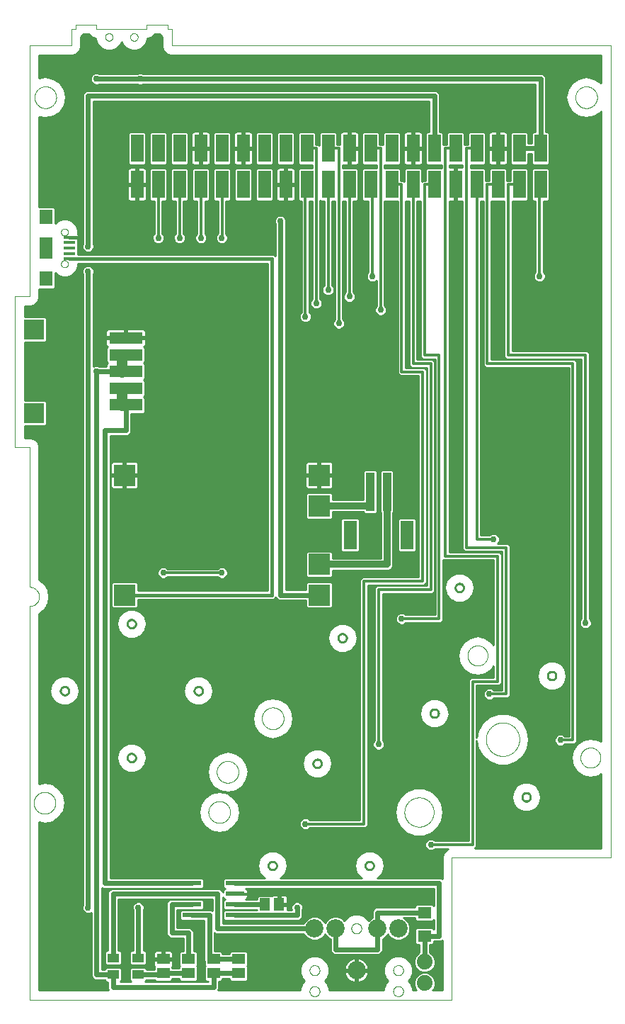
<source format=gbl>
G75*
%MOIN*%
%OFA0B0*%
%FSLAX25Y25*%
%IPPOS*%
%LPD*%
%AMOC8*
5,1,8,0,0,1.08239X$1,22.5*
%
%ADD10C,0.00000*%
%ADD11C,0.00039*%
%ADD12R,0.06000X0.13000*%
%ADD13R,0.10000X0.10000*%
%ADD14C,0.01000*%
%ADD15C,0.08600*%
%ADD16R,0.05512X0.04331*%
%ADD17R,0.05906X0.05118*%
%ADD18R,0.06299X0.05512*%
%ADD19R,0.08661X0.02362*%
%ADD20R,0.05118X0.05906*%
%ADD21R,0.15748X0.05512*%
%ADD22R,0.09449X0.09449*%
%ADD23C,0.07400*%
%ADD24R,0.03937X0.18110*%
%ADD25R,0.06299X0.13386*%
%ADD26R,0.05709X0.01575*%
%ADD27R,0.05906X0.07087*%
%ADD28R,0.05906X0.09843*%
%ADD29C,0.02978*%
%ADD30C,0.01600*%
%ADD31C,0.01200*%
%ADD32C,0.02400*%
%ADD33C,0.05000*%
%ADD34C,0.03200*%
D10*
X0029320Y0017142D02*
X0029320Y0202181D01*
X0029453Y0202183D01*
X0029586Y0202189D01*
X0029718Y0202199D01*
X0029851Y0202212D01*
X0029982Y0202230D01*
X0030114Y0202251D01*
X0030244Y0202276D01*
X0030374Y0202305D01*
X0030503Y0202338D01*
X0030630Y0202375D01*
X0030757Y0202415D01*
X0030883Y0202459D01*
X0031007Y0202507D01*
X0031129Y0202558D01*
X0031250Y0202613D01*
X0031370Y0202672D01*
X0031487Y0202733D01*
X0031603Y0202799D01*
X0031717Y0202867D01*
X0031829Y0202939D01*
X0031938Y0203015D01*
X0032046Y0203093D01*
X0032151Y0203175D01*
X0032253Y0203259D01*
X0032353Y0203347D01*
X0032451Y0203437D01*
X0032545Y0203531D01*
X0032637Y0203627D01*
X0032726Y0203726D01*
X0032812Y0203827D01*
X0032895Y0203931D01*
X0032975Y0204037D01*
X0033052Y0204145D01*
X0033126Y0204256D01*
X0033196Y0204369D01*
X0033263Y0204483D01*
X0033327Y0204600D01*
X0033387Y0204719D01*
X0033444Y0204839D01*
X0033497Y0204961D01*
X0033546Y0205084D01*
X0033592Y0205209D01*
X0033635Y0205335D01*
X0033673Y0205462D01*
X0033708Y0205591D01*
X0033739Y0205720D01*
X0033766Y0205850D01*
X0033789Y0205981D01*
X0033809Y0206112D01*
X0033824Y0206245D01*
X0033836Y0206377D01*
X0033844Y0206510D01*
X0033848Y0206643D01*
X0033848Y0206775D01*
X0033844Y0206908D01*
X0033836Y0207041D01*
X0033824Y0207173D01*
X0033809Y0207306D01*
X0033789Y0207437D01*
X0033766Y0207568D01*
X0033739Y0207698D01*
X0033708Y0207827D01*
X0033673Y0207956D01*
X0033635Y0208083D01*
X0033592Y0208209D01*
X0033546Y0208334D01*
X0033497Y0208457D01*
X0033444Y0208579D01*
X0033387Y0208699D01*
X0033327Y0208818D01*
X0033263Y0208935D01*
X0033196Y0209049D01*
X0033126Y0209162D01*
X0033052Y0209273D01*
X0032975Y0209381D01*
X0032895Y0209487D01*
X0032812Y0209591D01*
X0032726Y0209692D01*
X0032637Y0209791D01*
X0032545Y0209887D01*
X0032451Y0209981D01*
X0032353Y0210071D01*
X0032253Y0210159D01*
X0032151Y0210243D01*
X0032046Y0210325D01*
X0031938Y0210403D01*
X0031829Y0210479D01*
X0031717Y0210551D01*
X0031603Y0210619D01*
X0031487Y0210685D01*
X0031370Y0210746D01*
X0031250Y0210805D01*
X0031129Y0210860D01*
X0031007Y0210911D01*
X0030883Y0210959D01*
X0030757Y0211003D01*
X0030630Y0211043D01*
X0030503Y0211080D01*
X0030374Y0211113D01*
X0030244Y0211142D01*
X0030114Y0211167D01*
X0029982Y0211188D01*
X0029851Y0211206D01*
X0029718Y0211219D01*
X0029586Y0211229D01*
X0029453Y0211235D01*
X0029320Y0211237D01*
X0029320Y0211236D02*
X0029320Y0276984D01*
X0022430Y0276984D01*
X0022430Y0347850D01*
X0029320Y0347850D01*
X0029320Y0465961D01*
X0049005Y0465961D01*
X0049005Y0473835D01*
X0050974Y0473835D01*
X0050974Y0475803D01*
X0060816Y0475803D01*
X0060816Y0473835D01*
X0084438Y0473835D01*
X0084438Y0475803D01*
X0094281Y0475803D01*
X0094281Y0473835D01*
X0096249Y0473835D01*
X0096249Y0465961D01*
X0302942Y0465961D01*
X0302942Y0083874D01*
X0228139Y0083874D01*
X0228139Y0017142D01*
X0029320Y0017142D01*
X0075383Y0130921D02*
X0075385Y0131009D01*
X0075391Y0131097D01*
X0075401Y0131185D01*
X0075415Y0131273D01*
X0075432Y0131359D01*
X0075454Y0131445D01*
X0075479Y0131529D01*
X0075509Y0131613D01*
X0075541Y0131695D01*
X0075578Y0131775D01*
X0075618Y0131854D01*
X0075662Y0131931D01*
X0075709Y0132006D01*
X0075759Y0132078D01*
X0075813Y0132149D01*
X0075869Y0132216D01*
X0075929Y0132282D01*
X0075991Y0132344D01*
X0076057Y0132404D01*
X0076124Y0132460D01*
X0076195Y0132514D01*
X0076267Y0132564D01*
X0076342Y0132611D01*
X0076419Y0132655D01*
X0076498Y0132695D01*
X0076578Y0132732D01*
X0076660Y0132764D01*
X0076744Y0132794D01*
X0076828Y0132819D01*
X0076914Y0132841D01*
X0077000Y0132858D01*
X0077088Y0132872D01*
X0077176Y0132882D01*
X0077264Y0132888D01*
X0077352Y0132890D01*
X0077440Y0132888D01*
X0077528Y0132882D01*
X0077616Y0132872D01*
X0077704Y0132858D01*
X0077790Y0132841D01*
X0077876Y0132819D01*
X0077960Y0132794D01*
X0078044Y0132764D01*
X0078126Y0132732D01*
X0078206Y0132695D01*
X0078285Y0132655D01*
X0078362Y0132611D01*
X0078437Y0132564D01*
X0078509Y0132514D01*
X0078580Y0132460D01*
X0078647Y0132404D01*
X0078713Y0132344D01*
X0078775Y0132282D01*
X0078835Y0132216D01*
X0078891Y0132149D01*
X0078945Y0132078D01*
X0078995Y0132006D01*
X0079042Y0131931D01*
X0079086Y0131854D01*
X0079126Y0131775D01*
X0079163Y0131695D01*
X0079195Y0131613D01*
X0079225Y0131529D01*
X0079250Y0131445D01*
X0079272Y0131359D01*
X0079289Y0131273D01*
X0079303Y0131185D01*
X0079313Y0131097D01*
X0079319Y0131009D01*
X0079321Y0130921D01*
X0079319Y0130833D01*
X0079313Y0130745D01*
X0079303Y0130657D01*
X0079289Y0130569D01*
X0079272Y0130483D01*
X0079250Y0130397D01*
X0079225Y0130313D01*
X0079195Y0130229D01*
X0079163Y0130147D01*
X0079126Y0130067D01*
X0079086Y0129988D01*
X0079042Y0129911D01*
X0078995Y0129836D01*
X0078945Y0129764D01*
X0078891Y0129693D01*
X0078835Y0129626D01*
X0078775Y0129560D01*
X0078713Y0129498D01*
X0078647Y0129438D01*
X0078580Y0129382D01*
X0078509Y0129328D01*
X0078437Y0129278D01*
X0078362Y0129231D01*
X0078285Y0129187D01*
X0078206Y0129147D01*
X0078126Y0129110D01*
X0078044Y0129078D01*
X0077960Y0129048D01*
X0077876Y0129023D01*
X0077790Y0129001D01*
X0077704Y0128984D01*
X0077616Y0128970D01*
X0077528Y0128960D01*
X0077440Y0128954D01*
X0077352Y0128952D01*
X0077264Y0128954D01*
X0077176Y0128960D01*
X0077088Y0128970D01*
X0077000Y0128984D01*
X0076914Y0129001D01*
X0076828Y0129023D01*
X0076744Y0129048D01*
X0076660Y0129078D01*
X0076578Y0129110D01*
X0076498Y0129147D01*
X0076419Y0129187D01*
X0076342Y0129231D01*
X0076267Y0129278D01*
X0076195Y0129328D01*
X0076124Y0129382D01*
X0076057Y0129438D01*
X0075991Y0129498D01*
X0075929Y0129560D01*
X0075869Y0129626D01*
X0075813Y0129693D01*
X0075759Y0129764D01*
X0075709Y0129836D01*
X0075662Y0129911D01*
X0075618Y0129988D01*
X0075578Y0130067D01*
X0075541Y0130147D01*
X0075509Y0130229D01*
X0075479Y0130313D01*
X0075454Y0130397D01*
X0075432Y0130483D01*
X0075415Y0130569D01*
X0075401Y0130657D01*
X0075391Y0130745D01*
X0075385Y0130833D01*
X0075383Y0130921D01*
X0043887Y0162417D02*
X0043889Y0162505D01*
X0043895Y0162593D01*
X0043905Y0162681D01*
X0043919Y0162769D01*
X0043936Y0162855D01*
X0043958Y0162941D01*
X0043983Y0163025D01*
X0044013Y0163109D01*
X0044045Y0163191D01*
X0044082Y0163271D01*
X0044122Y0163350D01*
X0044166Y0163427D01*
X0044213Y0163502D01*
X0044263Y0163574D01*
X0044317Y0163645D01*
X0044373Y0163712D01*
X0044433Y0163778D01*
X0044495Y0163840D01*
X0044561Y0163900D01*
X0044628Y0163956D01*
X0044699Y0164010D01*
X0044771Y0164060D01*
X0044846Y0164107D01*
X0044923Y0164151D01*
X0045002Y0164191D01*
X0045082Y0164228D01*
X0045164Y0164260D01*
X0045248Y0164290D01*
X0045332Y0164315D01*
X0045418Y0164337D01*
X0045504Y0164354D01*
X0045592Y0164368D01*
X0045680Y0164378D01*
X0045768Y0164384D01*
X0045856Y0164386D01*
X0045944Y0164384D01*
X0046032Y0164378D01*
X0046120Y0164368D01*
X0046208Y0164354D01*
X0046294Y0164337D01*
X0046380Y0164315D01*
X0046464Y0164290D01*
X0046548Y0164260D01*
X0046630Y0164228D01*
X0046710Y0164191D01*
X0046789Y0164151D01*
X0046866Y0164107D01*
X0046941Y0164060D01*
X0047013Y0164010D01*
X0047084Y0163956D01*
X0047151Y0163900D01*
X0047217Y0163840D01*
X0047279Y0163778D01*
X0047339Y0163712D01*
X0047395Y0163645D01*
X0047449Y0163574D01*
X0047499Y0163502D01*
X0047546Y0163427D01*
X0047590Y0163350D01*
X0047630Y0163271D01*
X0047667Y0163191D01*
X0047699Y0163109D01*
X0047729Y0163025D01*
X0047754Y0162941D01*
X0047776Y0162855D01*
X0047793Y0162769D01*
X0047807Y0162681D01*
X0047817Y0162593D01*
X0047823Y0162505D01*
X0047825Y0162417D01*
X0047823Y0162329D01*
X0047817Y0162241D01*
X0047807Y0162153D01*
X0047793Y0162065D01*
X0047776Y0161979D01*
X0047754Y0161893D01*
X0047729Y0161809D01*
X0047699Y0161725D01*
X0047667Y0161643D01*
X0047630Y0161563D01*
X0047590Y0161484D01*
X0047546Y0161407D01*
X0047499Y0161332D01*
X0047449Y0161260D01*
X0047395Y0161189D01*
X0047339Y0161122D01*
X0047279Y0161056D01*
X0047217Y0160994D01*
X0047151Y0160934D01*
X0047084Y0160878D01*
X0047013Y0160824D01*
X0046941Y0160774D01*
X0046866Y0160727D01*
X0046789Y0160683D01*
X0046710Y0160643D01*
X0046630Y0160606D01*
X0046548Y0160574D01*
X0046464Y0160544D01*
X0046380Y0160519D01*
X0046294Y0160497D01*
X0046208Y0160480D01*
X0046120Y0160466D01*
X0046032Y0160456D01*
X0045944Y0160450D01*
X0045856Y0160448D01*
X0045768Y0160450D01*
X0045680Y0160456D01*
X0045592Y0160466D01*
X0045504Y0160480D01*
X0045418Y0160497D01*
X0045332Y0160519D01*
X0045248Y0160544D01*
X0045164Y0160574D01*
X0045082Y0160606D01*
X0045002Y0160643D01*
X0044923Y0160683D01*
X0044846Y0160727D01*
X0044771Y0160774D01*
X0044699Y0160824D01*
X0044628Y0160878D01*
X0044561Y0160934D01*
X0044495Y0160994D01*
X0044433Y0161056D01*
X0044373Y0161122D01*
X0044317Y0161189D01*
X0044263Y0161260D01*
X0044213Y0161332D01*
X0044166Y0161407D01*
X0044122Y0161484D01*
X0044082Y0161563D01*
X0044045Y0161643D01*
X0044013Y0161725D01*
X0043983Y0161809D01*
X0043958Y0161893D01*
X0043936Y0161979D01*
X0043919Y0162065D01*
X0043905Y0162153D01*
X0043895Y0162241D01*
X0043889Y0162329D01*
X0043887Y0162417D01*
X0075383Y0193913D02*
X0075385Y0194001D01*
X0075391Y0194089D01*
X0075401Y0194177D01*
X0075415Y0194265D01*
X0075432Y0194351D01*
X0075454Y0194437D01*
X0075479Y0194521D01*
X0075509Y0194605D01*
X0075541Y0194687D01*
X0075578Y0194767D01*
X0075618Y0194846D01*
X0075662Y0194923D01*
X0075709Y0194998D01*
X0075759Y0195070D01*
X0075813Y0195141D01*
X0075869Y0195208D01*
X0075929Y0195274D01*
X0075991Y0195336D01*
X0076057Y0195396D01*
X0076124Y0195452D01*
X0076195Y0195506D01*
X0076267Y0195556D01*
X0076342Y0195603D01*
X0076419Y0195647D01*
X0076498Y0195687D01*
X0076578Y0195724D01*
X0076660Y0195756D01*
X0076744Y0195786D01*
X0076828Y0195811D01*
X0076914Y0195833D01*
X0077000Y0195850D01*
X0077088Y0195864D01*
X0077176Y0195874D01*
X0077264Y0195880D01*
X0077352Y0195882D01*
X0077440Y0195880D01*
X0077528Y0195874D01*
X0077616Y0195864D01*
X0077704Y0195850D01*
X0077790Y0195833D01*
X0077876Y0195811D01*
X0077960Y0195786D01*
X0078044Y0195756D01*
X0078126Y0195724D01*
X0078206Y0195687D01*
X0078285Y0195647D01*
X0078362Y0195603D01*
X0078437Y0195556D01*
X0078509Y0195506D01*
X0078580Y0195452D01*
X0078647Y0195396D01*
X0078713Y0195336D01*
X0078775Y0195274D01*
X0078835Y0195208D01*
X0078891Y0195141D01*
X0078945Y0195070D01*
X0078995Y0194998D01*
X0079042Y0194923D01*
X0079086Y0194846D01*
X0079126Y0194767D01*
X0079163Y0194687D01*
X0079195Y0194605D01*
X0079225Y0194521D01*
X0079250Y0194437D01*
X0079272Y0194351D01*
X0079289Y0194265D01*
X0079303Y0194177D01*
X0079313Y0194089D01*
X0079319Y0194001D01*
X0079321Y0193913D01*
X0079319Y0193825D01*
X0079313Y0193737D01*
X0079303Y0193649D01*
X0079289Y0193561D01*
X0079272Y0193475D01*
X0079250Y0193389D01*
X0079225Y0193305D01*
X0079195Y0193221D01*
X0079163Y0193139D01*
X0079126Y0193059D01*
X0079086Y0192980D01*
X0079042Y0192903D01*
X0078995Y0192828D01*
X0078945Y0192756D01*
X0078891Y0192685D01*
X0078835Y0192618D01*
X0078775Y0192552D01*
X0078713Y0192490D01*
X0078647Y0192430D01*
X0078580Y0192374D01*
X0078509Y0192320D01*
X0078437Y0192270D01*
X0078362Y0192223D01*
X0078285Y0192179D01*
X0078206Y0192139D01*
X0078126Y0192102D01*
X0078044Y0192070D01*
X0077960Y0192040D01*
X0077876Y0192015D01*
X0077790Y0191993D01*
X0077704Y0191976D01*
X0077616Y0191962D01*
X0077528Y0191952D01*
X0077440Y0191946D01*
X0077352Y0191944D01*
X0077264Y0191946D01*
X0077176Y0191952D01*
X0077088Y0191962D01*
X0077000Y0191976D01*
X0076914Y0191993D01*
X0076828Y0192015D01*
X0076744Y0192040D01*
X0076660Y0192070D01*
X0076578Y0192102D01*
X0076498Y0192139D01*
X0076419Y0192179D01*
X0076342Y0192223D01*
X0076267Y0192270D01*
X0076195Y0192320D01*
X0076124Y0192374D01*
X0076057Y0192430D01*
X0075991Y0192490D01*
X0075929Y0192552D01*
X0075869Y0192618D01*
X0075813Y0192685D01*
X0075759Y0192756D01*
X0075709Y0192828D01*
X0075662Y0192903D01*
X0075618Y0192980D01*
X0075578Y0193059D01*
X0075541Y0193139D01*
X0075509Y0193221D01*
X0075479Y0193305D01*
X0075454Y0193389D01*
X0075432Y0193475D01*
X0075415Y0193561D01*
X0075401Y0193649D01*
X0075391Y0193737D01*
X0075385Y0193825D01*
X0075383Y0193913D01*
X0106879Y0162417D02*
X0106881Y0162505D01*
X0106887Y0162593D01*
X0106897Y0162681D01*
X0106911Y0162769D01*
X0106928Y0162855D01*
X0106950Y0162941D01*
X0106975Y0163025D01*
X0107005Y0163109D01*
X0107037Y0163191D01*
X0107074Y0163271D01*
X0107114Y0163350D01*
X0107158Y0163427D01*
X0107205Y0163502D01*
X0107255Y0163574D01*
X0107309Y0163645D01*
X0107365Y0163712D01*
X0107425Y0163778D01*
X0107487Y0163840D01*
X0107553Y0163900D01*
X0107620Y0163956D01*
X0107691Y0164010D01*
X0107763Y0164060D01*
X0107838Y0164107D01*
X0107915Y0164151D01*
X0107994Y0164191D01*
X0108074Y0164228D01*
X0108156Y0164260D01*
X0108240Y0164290D01*
X0108324Y0164315D01*
X0108410Y0164337D01*
X0108496Y0164354D01*
X0108584Y0164368D01*
X0108672Y0164378D01*
X0108760Y0164384D01*
X0108848Y0164386D01*
X0108936Y0164384D01*
X0109024Y0164378D01*
X0109112Y0164368D01*
X0109200Y0164354D01*
X0109286Y0164337D01*
X0109372Y0164315D01*
X0109456Y0164290D01*
X0109540Y0164260D01*
X0109622Y0164228D01*
X0109702Y0164191D01*
X0109781Y0164151D01*
X0109858Y0164107D01*
X0109933Y0164060D01*
X0110005Y0164010D01*
X0110076Y0163956D01*
X0110143Y0163900D01*
X0110209Y0163840D01*
X0110271Y0163778D01*
X0110331Y0163712D01*
X0110387Y0163645D01*
X0110441Y0163574D01*
X0110491Y0163502D01*
X0110538Y0163427D01*
X0110582Y0163350D01*
X0110622Y0163271D01*
X0110659Y0163191D01*
X0110691Y0163109D01*
X0110721Y0163025D01*
X0110746Y0162941D01*
X0110768Y0162855D01*
X0110785Y0162769D01*
X0110799Y0162681D01*
X0110809Y0162593D01*
X0110815Y0162505D01*
X0110817Y0162417D01*
X0110815Y0162329D01*
X0110809Y0162241D01*
X0110799Y0162153D01*
X0110785Y0162065D01*
X0110768Y0161979D01*
X0110746Y0161893D01*
X0110721Y0161809D01*
X0110691Y0161725D01*
X0110659Y0161643D01*
X0110622Y0161563D01*
X0110582Y0161484D01*
X0110538Y0161407D01*
X0110491Y0161332D01*
X0110441Y0161260D01*
X0110387Y0161189D01*
X0110331Y0161122D01*
X0110271Y0161056D01*
X0110209Y0160994D01*
X0110143Y0160934D01*
X0110076Y0160878D01*
X0110005Y0160824D01*
X0109933Y0160774D01*
X0109858Y0160727D01*
X0109781Y0160683D01*
X0109702Y0160643D01*
X0109622Y0160606D01*
X0109540Y0160574D01*
X0109456Y0160544D01*
X0109372Y0160519D01*
X0109286Y0160497D01*
X0109200Y0160480D01*
X0109112Y0160466D01*
X0109024Y0160456D01*
X0108936Y0160450D01*
X0108848Y0160448D01*
X0108760Y0160450D01*
X0108672Y0160456D01*
X0108584Y0160466D01*
X0108496Y0160480D01*
X0108410Y0160497D01*
X0108324Y0160519D01*
X0108240Y0160544D01*
X0108156Y0160574D01*
X0108074Y0160606D01*
X0107994Y0160643D01*
X0107915Y0160683D01*
X0107838Y0160727D01*
X0107763Y0160774D01*
X0107691Y0160824D01*
X0107620Y0160878D01*
X0107553Y0160934D01*
X0107487Y0160994D01*
X0107425Y0161056D01*
X0107365Y0161122D01*
X0107309Y0161189D01*
X0107255Y0161260D01*
X0107205Y0161332D01*
X0107158Y0161407D01*
X0107114Y0161484D01*
X0107074Y0161563D01*
X0107037Y0161643D01*
X0107005Y0161725D01*
X0106975Y0161809D01*
X0106950Y0161893D01*
X0106928Y0161979D01*
X0106911Y0162065D01*
X0106897Y0162153D01*
X0106887Y0162241D01*
X0106881Y0162329D01*
X0106879Y0162417D01*
X0141741Y0080173D02*
X0141743Y0080261D01*
X0141749Y0080349D01*
X0141759Y0080437D01*
X0141773Y0080525D01*
X0141790Y0080611D01*
X0141812Y0080697D01*
X0141837Y0080781D01*
X0141867Y0080865D01*
X0141899Y0080947D01*
X0141936Y0081027D01*
X0141976Y0081106D01*
X0142020Y0081183D01*
X0142067Y0081258D01*
X0142117Y0081330D01*
X0142171Y0081401D01*
X0142227Y0081468D01*
X0142287Y0081534D01*
X0142349Y0081596D01*
X0142415Y0081656D01*
X0142482Y0081712D01*
X0142553Y0081766D01*
X0142625Y0081816D01*
X0142700Y0081863D01*
X0142777Y0081907D01*
X0142856Y0081947D01*
X0142936Y0081984D01*
X0143018Y0082016D01*
X0143102Y0082046D01*
X0143186Y0082071D01*
X0143272Y0082093D01*
X0143358Y0082110D01*
X0143446Y0082124D01*
X0143534Y0082134D01*
X0143622Y0082140D01*
X0143710Y0082142D01*
X0143798Y0082140D01*
X0143886Y0082134D01*
X0143974Y0082124D01*
X0144062Y0082110D01*
X0144148Y0082093D01*
X0144234Y0082071D01*
X0144318Y0082046D01*
X0144402Y0082016D01*
X0144484Y0081984D01*
X0144564Y0081947D01*
X0144643Y0081907D01*
X0144720Y0081863D01*
X0144795Y0081816D01*
X0144867Y0081766D01*
X0144938Y0081712D01*
X0145005Y0081656D01*
X0145071Y0081596D01*
X0145133Y0081534D01*
X0145193Y0081468D01*
X0145249Y0081401D01*
X0145303Y0081330D01*
X0145353Y0081258D01*
X0145400Y0081183D01*
X0145444Y0081106D01*
X0145484Y0081027D01*
X0145521Y0080947D01*
X0145553Y0080865D01*
X0145583Y0080781D01*
X0145608Y0080697D01*
X0145630Y0080611D01*
X0145647Y0080525D01*
X0145661Y0080437D01*
X0145671Y0080349D01*
X0145677Y0080261D01*
X0145679Y0080173D01*
X0145677Y0080085D01*
X0145671Y0079997D01*
X0145661Y0079909D01*
X0145647Y0079821D01*
X0145630Y0079735D01*
X0145608Y0079649D01*
X0145583Y0079565D01*
X0145553Y0079481D01*
X0145521Y0079399D01*
X0145484Y0079319D01*
X0145444Y0079240D01*
X0145400Y0079163D01*
X0145353Y0079088D01*
X0145303Y0079016D01*
X0145249Y0078945D01*
X0145193Y0078878D01*
X0145133Y0078812D01*
X0145071Y0078750D01*
X0145005Y0078690D01*
X0144938Y0078634D01*
X0144867Y0078580D01*
X0144795Y0078530D01*
X0144720Y0078483D01*
X0144643Y0078439D01*
X0144564Y0078399D01*
X0144484Y0078362D01*
X0144402Y0078330D01*
X0144318Y0078300D01*
X0144234Y0078275D01*
X0144148Y0078253D01*
X0144062Y0078236D01*
X0143974Y0078222D01*
X0143886Y0078212D01*
X0143798Y0078206D01*
X0143710Y0078204D01*
X0143622Y0078206D01*
X0143534Y0078212D01*
X0143446Y0078222D01*
X0143358Y0078236D01*
X0143272Y0078253D01*
X0143186Y0078275D01*
X0143102Y0078300D01*
X0143018Y0078330D01*
X0142936Y0078362D01*
X0142856Y0078399D01*
X0142777Y0078439D01*
X0142700Y0078483D01*
X0142625Y0078530D01*
X0142553Y0078580D01*
X0142482Y0078634D01*
X0142415Y0078690D01*
X0142349Y0078750D01*
X0142287Y0078812D01*
X0142227Y0078878D01*
X0142171Y0078945D01*
X0142117Y0079016D01*
X0142067Y0079088D01*
X0142020Y0079163D01*
X0141976Y0079240D01*
X0141936Y0079319D01*
X0141899Y0079399D01*
X0141867Y0079481D01*
X0141837Y0079565D01*
X0141812Y0079649D01*
X0141790Y0079735D01*
X0141773Y0079821D01*
X0141759Y0079909D01*
X0141749Y0079997D01*
X0141743Y0080085D01*
X0141741Y0080173D01*
X0162863Y0128205D02*
X0162865Y0128293D01*
X0162871Y0128381D01*
X0162881Y0128469D01*
X0162895Y0128557D01*
X0162912Y0128643D01*
X0162934Y0128729D01*
X0162959Y0128813D01*
X0162989Y0128897D01*
X0163021Y0128979D01*
X0163058Y0129059D01*
X0163098Y0129138D01*
X0163142Y0129215D01*
X0163189Y0129290D01*
X0163239Y0129362D01*
X0163293Y0129433D01*
X0163349Y0129500D01*
X0163409Y0129566D01*
X0163471Y0129628D01*
X0163537Y0129688D01*
X0163604Y0129744D01*
X0163675Y0129798D01*
X0163747Y0129848D01*
X0163822Y0129895D01*
X0163899Y0129939D01*
X0163978Y0129979D01*
X0164058Y0130016D01*
X0164140Y0130048D01*
X0164224Y0130078D01*
X0164308Y0130103D01*
X0164394Y0130125D01*
X0164480Y0130142D01*
X0164568Y0130156D01*
X0164656Y0130166D01*
X0164744Y0130172D01*
X0164832Y0130174D01*
X0164920Y0130172D01*
X0165008Y0130166D01*
X0165096Y0130156D01*
X0165184Y0130142D01*
X0165270Y0130125D01*
X0165356Y0130103D01*
X0165440Y0130078D01*
X0165524Y0130048D01*
X0165606Y0130016D01*
X0165686Y0129979D01*
X0165765Y0129939D01*
X0165842Y0129895D01*
X0165917Y0129848D01*
X0165989Y0129798D01*
X0166060Y0129744D01*
X0166127Y0129688D01*
X0166193Y0129628D01*
X0166255Y0129566D01*
X0166315Y0129500D01*
X0166371Y0129433D01*
X0166425Y0129362D01*
X0166475Y0129290D01*
X0166522Y0129215D01*
X0166566Y0129138D01*
X0166606Y0129059D01*
X0166643Y0128979D01*
X0166675Y0128897D01*
X0166705Y0128813D01*
X0166730Y0128729D01*
X0166752Y0128643D01*
X0166769Y0128557D01*
X0166783Y0128469D01*
X0166793Y0128381D01*
X0166799Y0128293D01*
X0166801Y0128205D01*
X0166799Y0128117D01*
X0166793Y0128029D01*
X0166783Y0127941D01*
X0166769Y0127853D01*
X0166752Y0127767D01*
X0166730Y0127681D01*
X0166705Y0127597D01*
X0166675Y0127513D01*
X0166643Y0127431D01*
X0166606Y0127351D01*
X0166566Y0127272D01*
X0166522Y0127195D01*
X0166475Y0127120D01*
X0166425Y0127048D01*
X0166371Y0126977D01*
X0166315Y0126910D01*
X0166255Y0126844D01*
X0166193Y0126782D01*
X0166127Y0126722D01*
X0166060Y0126666D01*
X0165989Y0126612D01*
X0165917Y0126562D01*
X0165842Y0126515D01*
X0165765Y0126471D01*
X0165686Y0126431D01*
X0165606Y0126394D01*
X0165524Y0126362D01*
X0165440Y0126332D01*
X0165356Y0126307D01*
X0165270Y0126285D01*
X0165184Y0126268D01*
X0165096Y0126254D01*
X0165008Y0126244D01*
X0164920Y0126238D01*
X0164832Y0126236D01*
X0164744Y0126238D01*
X0164656Y0126244D01*
X0164568Y0126254D01*
X0164480Y0126268D01*
X0164394Y0126285D01*
X0164308Y0126307D01*
X0164224Y0126332D01*
X0164140Y0126362D01*
X0164058Y0126394D01*
X0163978Y0126431D01*
X0163899Y0126471D01*
X0163822Y0126515D01*
X0163747Y0126562D01*
X0163675Y0126612D01*
X0163604Y0126666D01*
X0163537Y0126722D01*
X0163471Y0126782D01*
X0163409Y0126844D01*
X0163349Y0126910D01*
X0163293Y0126977D01*
X0163239Y0127048D01*
X0163189Y0127120D01*
X0163142Y0127195D01*
X0163098Y0127272D01*
X0163058Y0127351D01*
X0163021Y0127431D01*
X0162989Y0127513D01*
X0162959Y0127597D01*
X0162934Y0127681D01*
X0162912Y0127767D01*
X0162895Y0127853D01*
X0162881Y0127941D01*
X0162871Y0128029D01*
X0162865Y0128117D01*
X0162863Y0128205D01*
X0187410Y0080173D02*
X0187412Y0080261D01*
X0187418Y0080349D01*
X0187428Y0080437D01*
X0187442Y0080525D01*
X0187459Y0080611D01*
X0187481Y0080697D01*
X0187506Y0080781D01*
X0187536Y0080865D01*
X0187568Y0080947D01*
X0187605Y0081027D01*
X0187645Y0081106D01*
X0187689Y0081183D01*
X0187736Y0081258D01*
X0187786Y0081330D01*
X0187840Y0081401D01*
X0187896Y0081468D01*
X0187956Y0081534D01*
X0188018Y0081596D01*
X0188084Y0081656D01*
X0188151Y0081712D01*
X0188222Y0081766D01*
X0188294Y0081816D01*
X0188369Y0081863D01*
X0188446Y0081907D01*
X0188525Y0081947D01*
X0188605Y0081984D01*
X0188687Y0082016D01*
X0188771Y0082046D01*
X0188855Y0082071D01*
X0188941Y0082093D01*
X0189027Y0082110D01*
X0189115Y0082124D01*
X0189203Y0082134D01*
X0189291Y0082140D01*
X0189379Y0082142D01*
X0189467Y0082140D01*
X0189555Y0082134D01*
X0189643Y0082124D01*
X0189731Y0082110D01*
X0189817Y0082093D01*
X0189903Y0082071D01*
X0189987Y0082046D01*
X0190071Y0082016D01*
X0190153Y0081984D01*
X0190233Y0081947D01*
X0190312Y0081907D01*
X0190389Y0081863D01*
X0190464Y0081816D01*
X0190536Y0081766D01*
X0190607Y0081712D01*
X0190674Y0081656D01*
X0190740Y0081596D01*
X0190802Y0081534D01*
X0190862Y0081468D01*
X0190918Y0081401D01*
X0190972Y0081330D01*
X0191022Y0081258D01*
X0191069Y0081183D01*
X0191113Y0081106D01*
X0191153Y0081027D01*
X0191190Y0080947D01*
X0191222Y0080865D01*
X0191252Y0080781D01*
X0191277Y0080697D01*
X0191299Y0080611D01*
X0191316Y0080525D01*
X0191330Y0080437D01*
X0191340Y0080349D01*
X0191346Y0080261D01*
X0191348Y0080173D01*
X0191346Y0080085D01*
X0191340Y0079997D01*
X0191330Y0079909D01*
X0191316Y0079821D01*
X0191299Y0079735D01*
X0191277Y0079649D01*
X0191252Y0079565D01*
X0191222Y0079481D01*
X0191190Y0079399D01*
X0191153Y0079319D01*
X0191113Y0079240D01*
X0191069Y0079163D01*
X0191022Y0079088D01*
X0190972Y0079016D01*
X0190918Y0078945D01*
X0190862Y0078878D01*
X0190802Y0078812D01*
X0190740Y0078750D01*
X0190674Y0078690D01*
X0190607Y0078634D01*
X0190536Y0078580D01*
X0190464Y0078530D01*
X0190389Y0078483D01*
X0190312Y0078439D01*
X0190233Y0078399D01*
X0190153Y0078362D01*
X0190071Y0078330D01*
X0189987Y0078300D01*
X0189903Y0078275D01*
X0189817Y0078253D01*
X0189731Y0078236D01*
X0189643Y0078222D01*
X0189555Y0078212D01*
X0189467Y0078206D01*
X0189379Y0078204D01*
X0189291Y0078206D01*
X0189203Y0078212D01*
X0189115Y0078222D01*
X0189027Y0078236D01*
X0188941Y0078253D01*
X0188855Y0078275D01*
X0188771Y0078300D01*
X0188687Y0078330D01*
X0188605Y0078362D01*
X0188525Y0078399D01*
X0188446Y0078439D01*
X0188369Y0078483D01*
X0188294Y0078530D01*
X0188222Y0078580D01*
X0188151Y0078634D01*
X0188084Y0078690D01*
X0188018Y0078750D01*
X0187956Y0078812D01*
X0187896Y0078878D01*
X0187840Y0078945D01*
X0187786Y0079016D01*
X0187736Y0079088D01*
X0187689Y0079163D01*
X0187645Y0079240D01*
X0187605Y0079319D01*
X0187568Y0079399D01*
X0187536Y0079481D01*
X0187506Y0079565D01*
X0187481Y0079649D01*
X0187459Y0079735D01*
X0187442Y0079821D01*
X0187428Y0079909D01*
X0187418Y0079997D01*
X0187412Y0080085D01*
X0187410Y0080173D01*
X0180895Y0050606D02*
X0180897Y0050703D01*
X0180903Y0050800D01*
X0180913Y0050896D01*
X0180927Y0050992D01*
X0180945Y0051088D01*
X0180966Y0051182D01*
X0180992Y0051276D01*
X0181021Y0051368D01*
X0181055Y0051459D01*
X0181091Y0051549D01*
X0181132Y0051637D01*
X0181176Y0051723D01*
X0181224Y0051808D01*
X0181275Y0051890D01*
X0181329Y0051971D01*
X0181387Y0052049D01*
X0181448Y0052124D01*
X0181511Y0052197D01*
X0181578Y0052268D01*
X0181648Y0052335D01*
X0181720Y0052400D01*
X0181795Y0052461D01*
X0181873Y0052520D01*
X0181952Y0052575D01*
X0182034Y0052627D01*
X0182118Y0052675D01*
X0182204Y0052720D01*
X0182292Y0052762D01*
X0182381Y0052800D01*
X0182472Y0052834D01*
X0182564Y0052864D01*
X0182657Y0052891D01*
X0182752Y0052913D01*
X0182847Y0052932D01*
X0182943Y0052947D01*
X0183039Y0052958D01*
X0183136Y0052965D01*
X0183233Y0052968D01*
X0183330Y0052967D01*
X0183427Y0052962D01*
X0183523Y0052953D01*
X0183619Y0052940D01*
X0183715Y0052923D01*
X0183810Y0052902D01*
X0183903Y0052878D01*
X0183996Y0052849D01*
X0184088Y0052817D01*
X0184178Y0052781D01*
X0184266Y0052742D01*
X0184353Y0052698D01*
X0184438Y0052652D01*
X0184521Y0052601D01*
X0184602Y0052548D01*
X0184680Y0052491D01*
X0184757Y0052431D01*
X0184830Y0052368D01*
X0184901Y0052302D01*
X0184969Y0052233D01*
X0185035Y0052161D01*
X0185097Y0052087D01*
X0185156Y0052010D01*
X0185212Y0051931D01*
X0185265Y0051849D01*
X0185315Y0051766D01*
X0185360Y0051680D01*
X0185403Y0051593D01*
X0185442Y0051504D01*
X0185477Y0051414D01*
X0185508Y0051322D01*
X0185535Y0051229D01*
X0185559Y0051135D01*
X0185579Y0051040D01*
X0185595Y0050944D01*
X0185607Y0050848D01*
X0185615Y0050751D01*
X0185619Y0050654D01*
X0185619Y0050558D01*
X0185615Y0050461D01*
X0185607Y0050364D01*
X0185595Y0050268D01*
X0185579Y0050172D01*
X0185559Y0050077D01*
X0185535Y0049983D01*
X0185508Y0049890D01*
X0185477Y0049798D01*
X0185442Y0049708D01*
X0185403Y0049619D01*
X0185360Y0049532D01*
X0185315Y0049446D01*
X0185265Y0049363D01*
X0185212Y0049281D01*
X0185156Y0049202D01*
X0185097Y0049125D01*
X0185035Y0049051D01*
X0184969Y0048979D01*
X0184901Y0048910D01*
X0184830Y0048844D01*
X0184757Y0048781D01*
X0184680Y0048721D01*
X0184602Y0048664D01*
X0184521Y0048611D01*
X0184438Y0048560D01*
X0184353Y0048514D01*
X0184266Y0048470D01*
X0184178Y0048431D01*
X0184088Y0048395D01*
X0183996Y0048363D01*
X0183903Y0048334D01*
X0183810Y0048310D01*
X0183715Y0048289D01*
X0183619Y0048272D01*
X0183523Y0048259D01*
X0183427Y0048250D01*
X0183330Y0048245D01*
X0183233Y0048244D01*
X0183136Y0048247D01*
X0183039Y0048254D01*
X0182943Y0048265D01*
X0182847Y0048280D01*
X0182752Y0048299D01*
X0182657Y0048321D01*
X0182564Y0048348D01*
X0182472Y0048378D01*
X0182381Y0048412D01*
X0182292Y0048450D01*
X0182204Y0048492D01*
X0182118Y0048537D01*
X0182034Y0048585D01*
X0181952Y0048637D01*
X0181873Y0048692D01*
X0181795Y0048751D01*
X0181720Y0048812D01*
X0181648Y0048877D01*
X0181578Y0048944D01*
X0181511Y0049015D01*
X0181448Y0049088D01*
X0181387Y0049163D01*
X0181329Y0049241D01*
X0181275Y0049322D01*
X0181224Y0049404D01*
X0181176Y0049489D01*
X0181132Y0049575D01*
X0181091Y0049663D01*
X0181055Y0049753D01*
X0181021Y0049844D01*
X0180992Y0049936D01*
X0180966Y0050030D01*
X0180945Y0050124D01*
X0180927Y0050220D01*
X0180913Y0050316D01*
X0180903Y0050412D01*
X0180897Y0050509D01*
X0180895Y0050606D01*
X0161210Y0030921D02*
X0161212Y0031018D01*
X0161218Y0031115D01*
X0161228Y0031211D01*
X0161242Y0031307D01*
X0161260Y0031403D01*
X0161281Y0031497D01*
X0161307Y0031591D01*
X0161336Y0031683D01*
X0161370Y0031774D01*
X0161406Y0031864D01*
X0161447Y0031952D01*
X0161491Y0032038D01*
X0161539Y0032123D01*
X0161590Y0032205D01*
X0161644Y0032286D01*
X0161702Y0032364D01*
X0161763Y0032439D01*
X0161826Y0032512D01*
X0161893Y0032583D01*
X0161963Y0032650D01*
X0162035Y0032715D01*
X0162110Y0032776D01*
X0162188Y0032835D01*
X0162267Y0032890D01*
X0162349Y0032942D01*
X0162433Y0032990D01*
X0162519Y0033035D01*
X0162607Y0033077D01*
X0162696Y0033115D01*
X0162787Y0033149D01*
X0162879Y0033179D01*
X0162972Y0033206D01*
X0163067Y0033228D01*
X0163162Y0033247D01*
X0163258Y0033262D01*
X0163354Y0033273D01*
X0163451Y0033280D01*
X0163548Y0033283D01*
X0163645Y0033282D01*
X0163742Y0033277D01*
X0163838Y0033268D01*
X0163934Y0033255D01*
X0164030Y0033238D01*
X0164125Y0033217D01*
X0164218Y0033193D01*
X0164311Y0033164D01*
X0164403Y0033132D01*
X0164493Y0033096D01*
X0164581Y0033057D01*
X0164668Y0033013D01*
X0164753Y0032967D01*
X0164836Y0032916D01*
X0164917Y0032863D01*
X0164995Y0032806D01*
X0165072Y0032746D01*
X0165145Y0032683D01*
X0165216Y0032617D01*
X0165284Y0032548D01*
X0165350Y0032476D01*
X0165412Y0032402D01*
X0165471Y0032325D01*
X0165527Y0032246D01*
X0165580Y0032164D01*
X0165630Y0032081D01*
X0165675Y0031995D01*
X0165718Y0031908D01*
X0165757Y0031819D01*
X0165792Y0031729D01*
X0165823Y0031637D01*
X0165850Y0031544D01*
X0165874Y0031450D01*
X0165894Y0031355D01*
X0165910Y0031259D01*
X0165922Y0031163D01*
X0165930Y0031066D01*
X0165934Y0030969D01*
X0165934Y0030873D01*
X0165930Y0030776D01*
X0165922Y0030679D01*
X0165910Y0030583D01*
X0165894Y0030487D01*
X0165874Y0030392D01*
X0165850Y0030298D01*
X0165823Y0030205D01*
X0165792Y0030113D01*
X0165757Y0030023D01*
X0165718Y0029934D01*
X0165675Y0029847D01*
X0165630Y0029761D01*
X0165580Y0029678D01*
X0165527Y0029596D01*
X0165471Y0029517D01*
X0165412Y0029440D01*
X0165350Y0029366D01*
X0165284Y0029294D01*
X0165216Y0029225D01*
X0165145Y0029159D01*
X0165072Y0029096D01*
X0164995Y0029036D01*
X0164917Y0028979D01*
X0164836Y0028926D01*
X0164753Y0028875D01*
X0164668Y0028829D01*
X0164581Y0028785D01*
X0164493Y0028746D01*
X0164403Y0028710D01*
X0164311Y0028678D01*
X0164218Y0028649D01*
X0164125Y0028625D01*
X0164030Y0028604D01*
X0163934Y0028587D01*
X0163838Y0028574D01*
X0163742Y0028565D01*
X0163645Y0028560D01*
X0163548Y0028559D01*
X0163451Y0028562D01*
X0163354Y0028569D01*
X0163258Y0028580D01*
X0163162Y0028595D01*
X0163067Y0028614D01*
X0162972Y0028636D01*
X0162879Y0028663D01*
X0162787Y0028693D01*
X0162696Y0028727D01*
X0162607Y0028765D01*
X0162519Y0028807D01*
X0162433Y0028852D01*
X0162349Y0028900D01*
X0162267Y0028952D01*
X0162188Y0029007D01*
X0162110Y0029066D01*
X0162035Y0029127D01*
X0161963Y0029192D01*
X0161893Y0029259D01*
X0161826Y0029330D01*
X0161763Y0029403D01*
X0161702Y0029478D01*
X0161644Y0029556D01*
X0161590Y0029637D01*
X0161539Y0029719D01*
X0161491Y0029804D01*
X0161447Y0029890D01*
X0161406Y0029978D01*
X0161370Y0030068D01*
X0161336Y0030159D01*
X0161307Y0030251D01*
X0161281Y0030345D01*
X0161260Y0030439D01*
X0161242Y0030535D01*
X0161228Y0030631D01*
X0161218Y0030727D01*
X0161212Y0030824D01*
X0161210Y0030921D01*
X0161210Y0021079D02*
X0161212Y0021176D01*
X0161218Y0021273D01*
X0161228Y0021369D01*
X0161242Y0021465D01*
X0161260Y0021561D01*
X0161281Y0021655D01*
X0161307Y0021749D01*
X0161336Y0021841D01*
X0161370Y0021932D01*
X0161406Y0022022D01*
X0161447Y0022110D01*
X0161491Y0022196D01*
X0161539Y0022281D01*
X0161590Y0022363D01*
X0161644Y0022444D01*
X0161702Y0022522D01*
X0161763Y0022597D01*
X0161826Y0022670D01*
X0161893Y0022741D01*
X0161963Y0022808D01*
X0162035Y0022873D01*
X0162110Y0022934D01*
X0162188Y0022993D01*
X0162267Y0023048D01*
X0162349Y0023100D01*
X0162433Y0023148D01*
X0162519Y0023193D01*
X0162607Y0023235D01*
X0162696Y0023273D01*
X0162787Y0023307D01*
X0162879Y0023337D01*
X0162972Y0023364D01*
X0163067Y0023386D01*
X0163162Y0023405D01*
X0163258Y0023420D01*
X0163354Y0023431D01*
X0163451Y0023438D01*
X0163548Y0023441D01*
X0163645Y0023440D01*
X0163742Y0023435D01*
X0163838Y0023426D01*
X0163934Y0023413D01*
X0164030Y0023396D01*
X0164125Y0023375D01*
X0164218Y0023351D01*
X0164311Y0023322D01*
X0164403Y0023290D01*
X0164493Y0023254D01*
X0164581Y0023215D01*
X0164668Y0023171D01*
X0164753Y0023125D01*
X0164836Y0023074D01*
X0164917Y0023021D01*
X0164995Y0022964D01*
X0165072Y0022904D01*
X0165145Y0022841D01*
X0165216Y0022775D01*
X0165284Y0022706D01*
X0165350Y0022634D01*
X0165412Y0022560D01*
X0165471Y0022483D01*
X0165527Y0022404D01*
X0165580Y0022322D01*
X0165630Y0022239D01*
X0165675Y0022153D01*
X0165718Y0022066D01*
X0165757Y0021977D01*
X0165792Y0021887D01*
X0165823Y0021795D01*
X0165850Y0021702D01*
X0165874Y0021608D01*
X0165894Y0021513D01*
X0165910Y0021417D01*
X0165922Y0021321D01*
X0165930Y0021224D01*
X0165934Y0021127D01*
X0165934Y0021031D01*
X0165930Y0020934D01*
X0165922Y0020837D01*
X0165910Y0020741D01*
X0165894Y0020645D01*
X0165874Y0020550D01*
X0165850Y0020456D01*
X0165823Y0020363D01*
X0165792Y0020271D01*
X0165757Y0020181D01*
X0165718Y0020092D01*
X0165675Y0020005D01*
X0165630Y0019919D01*
X0165580Y0019836D01*
X0165527Y0019754D01*
X0165471Y0019675D01*
X0165412Y0019598D01*
X0165350Y0019524D01*
X0165284Y0019452D01*
X0165216Y0019383D01*
X0165145Y0019317D01*
X0165072Y0019254D01*
X0164995Y0019194D01*
X0164917Y0019137D01*
X0164836Y0019084D01*
X0164753Y0019033D01*
X0164668Y0018987D01*
X0164581Y0018943D01*
X0164493Y0018904D01*
X0164403Y0018868D01*
X0164311Y0018836D01*
X0164218Y0018807D01*
X0164125Y0018783D01*
X0164030Y0018762D01*
X0163934Y0018745D01*
X0163838Y0018732D01*
X0163742Y0018723D01*
X0163645Y0018718D01*
X0163548Y0018717D01*
X0163451Y0018720D01*
X0163354Y0018727D01*
X0163258Y0018738D01*
X0163162Y0018753D01*
X0163067Y0018772D01*
X0162972Y0018794D01*
X0162879Y0018821D01*
X0162787Y0018851D01*
X0162696Y0018885D01*
X0162607Y0018923D01*
X0162519Y0018965D01*
X0162433Y0019010D01*
X0162349Y0019058D01*
X0162267Y0019110D01*
X0162188Y0019165D01*
X0162110Y0019224D01*
X0162035Y0019285D01*
X0161963Y0019350D01*
X0161893Y0019417D01*
X0161826Y0019488D01*
X0161763Y0019561D01*
X0161702Y0019636D01*
X0161644Y0019714D01*
X0161590Y0019795D01*
X0161539Y0019877D01*
X0161491Y0019962D01*
X0161447Y0020048D01*
X0161406Y0020136D01*
X0161370Y0020226D01*
X0161336Y0020317D01*
X0161307Y0020409D01*
X0161281Y0020503D01*
X0161260Y0020597D01*
X0161242Y0020693D01*
X0161228Y0020789D01*
X0161218Y0020885D01*
X0161212Y0020982D01*
X0161210Y0021079D01*
X0200580Y0021079D02*
X0200582Y0021176D01*
X0200588Y0021273D01*
X0200598Y0021369D01*
X0200612Y0021465D01*
X0200630Y0021561D01*
X0200651Y0021655D01*
X0200677Y0021749D01*
X0200706Y0021841D01*
X0200740Y0021932D01*
X0200776Y0022022D01*
X0200817Y0022110D01*
X0200861Y0022196D01*
X0200909Y0022281D01*
X0200960Y0022363D01*
X0201014Y0022444D01*
X0201072Y0022522D01*
X0201133Y0022597D01*
X0201196Y0022670D01*
X0201263Y0022741D01*
X0201333Y0022808D01*
X0201405Y0022873D01*
X0201480Y0022934D01*
X0201558Y0022993D01*
X0201637Y0023048D01*
X0201719Y0023100D01*
X0201803Y0023148D01*
X0201889Y0023193D01*
X0201977Y0023235D01*
X0202066Y0023273D01*
X0202157Y0023307D01*
X0202249Y0023337D01*
X0202342Y0023364D01*
X0202437Y0023386D01*
X0202532Y0023405D01*
X0202628Y0023420D01*
X0202724Y0023431D01*
X0202821Y0023438D01*
X0202918Y0023441D01*
X0203015Y0023440D01*
X0203112Y0023435D01*
X0203208Y0023426D01*
X0203304Y0023413D01*
X0203400Y0023396D01*
X0203495Y0023375D01*
X0203588Y0023351D01*
X0203681Y0023322D01*
X0203773Y0023290D01*
X0203863Y0023254D01*
X0203951Y0023215D01*
X0204038Y0023171D01*
X0204123Y0023125D01*
X0204206Y0023074D01*
X0204287Y0023021D01*
X0204365Y0022964D01*
X0204442Y0022904D01*
X0204515Y0022841D01*
X0204586Y0022775D01*
X0204654Y0022706D01*
X0204720Y0022634D01*
X0204782Y0022560D01*
X0204841Y0022483D01*
X0204897Y0022404D01*
X0204950Y0022322D01*
X0205000Y0022239D01*
X0205045Y0022153D01*
X0205088Y0022066D01*
X0205127Y0021977D01*
X0205162Y0021887D01*
X0205193Y0021795D01*
X0205220Y0021702D01*
X0205244Y0021608D01*
X0205264Y0021513D01*
X0205280Y0021417D01*
X0205292Y0021321D01*
X0205300Y0021224D01*
X0205304Y0021127D01*
X0205304Y0021031D01*
X0205300Y0020934D01*
X0205292Y0020837D01*
X0205280Y0020741D01*
X0205264Y0020645D01*
X0205244Y0020550D01*
X0205220Y0020456D01*
X0205193Y0020363D01*
X0205162Y0020271D01*
X0205127Y0020181D01*
X0205088Y0020092D01*
X0205045Y0020005D01*
X0205000Y0019919D01*
X0204950Y0019836D01*
X0204897Y0019754D01*
X0204841Y0019675D01*
X0204782Y0019598D01*
X0204720Y0019524D01*
X0204654Y0019452D01*
X0204586Y0019383D01*
X0204515Y0019317D01*
X0204442Y0019254D01*
X0204365Y0019194D01*
X0204287Y0019137D01*
X0204206Y0019084D01*
X0204123Y0019033D01*
X0204038Y0018987D01*
X0203951Y0018943D01*
X0203863Y0018904D01*
X0203773Y0018868D01*
X0203681Y0018836D01*
X0203588Y0018807D01*
X0203495Y0018783D01*
X0203400Y0018762D01*
X0203304Y0018745D01*
X0203208Y0018732D01*
X0203112Y0018723D01*
X0203015Y0018718D01*
X0202918Y0018717D01*
X0202821Y0018720D01*
X0202724Y0018727D01*
X0202628Y0018738D01*
X0202532Y0018753D01*
X0202437Y0018772D01*
X0202342Y0018794D01*
X0202249Y0018821D01*
X0202157Y0018851D01*
X0202066Y0018885D01*
X0201977Y0018923D01*
X0201889Y0018965D01*
X0201803Y0019010D01*
X0201719Y0019058D01*
X0201637Y0019110D01*
X0201558Y0019165D01*
X0201480Y0019224D01*
X0201405Y0019285D01*
X0201333Y0019350D01*
X0201263Y0019417D01*
X0201196Y0019488D01*
X0201133Y0019561D01*
X0201072Y0019636D01*
X0201014Y0019714D01*
X0200960Y0019795D01*
X0200909Y0019877D01*
X0200861Y0019962D01*
X0200817Y0020048D01*
X0200776Y0020136D01*
X0200740Y0020226D01*
X0200706Y0020317D01*
X0200677Y0020409D01*
X0200651Y0020503D01*
X0200630Y0020597D01*
X0200612Y0020693D01*
X0200598Y0020789D01*
X0200588Y0020885D01*
X0200582Y0020982D01*
X0200580Y0021079D01*
X0200580Y0030921D02*
X0200582Y0031018D01*
X0200588Y0031115D01*
X0200598Y0031211D01*
X0200612Y0031307D01*
X0200630Y0031403D01*
X0200651Y0031497D01*
X0200677Y0031591D01*
X0200706Y0031683D01*
X0200740Y0031774D01*
X0200776Y0031864D01*
X0200817Y0031952D01*
X0200861Y0032038D01*
X0200909Y0032123D01*
X0200960Y0032205D01*
X0201014Y0032286D01*
X0201072Y0032364D01*
X0201133Y0032439D01*
X0201196Y0032512D01*
X0201263Y0032583D01*
X0201333Y0032650D01*
X0201405Y0032715D01*
X0201480Y0032776D01*
X0201558Y0032835D01*
X0201637Y0032890D01*
X0201719Y0032942D01*
X0201803Y0032990D01*
X0201889Y0033035D01*
X0201977Y0033077D01*
X0202066Y0033115D01*
X0202157Y0033149D01*
X0202249Y0033179D01*
X0202342Y0033206D01*
X0202437Y0033228D01*
X0202532Y0033247D01*
X0202628Y0033262D01*
X0202724Y0033273D01*
X0202821Y0033280D01*
X0202918Y0033283D01*
X0203015Y0033282D01*
X0203112Y0033277D01*
X0203208Y0033268D01*
X0203304Y0033255D01*
X0203400Y0033238D01*
X0203495Y0033217D01*
X0203588Y0033193D01*
X0203681Y0033164D01*
X0203773Y0033132D01*
X0203863Y0033096D01*
X0203951Y0033057D01*
X0204038Y0033013D01*
X0204123Y0032967D01*
X0204206Y0032916D01*
X0204287Y0032863D01*
X0204365Y0032806D01*
X0204442Y0032746D01*
X0204515Y0032683D01*
X0204586Y0032617D01*
X0204654Y0032548D01*
X0204720Y0032476D01*
X0204782Y0032402D01*
X0204841Y0032325D01*
X0204897Y0032246D01*
X0204950Y0032164D01*
X0205000Y0032081D01*
X0205045Y0031995D01*
X0205088Y0031908D01*
X0205127Y0031819D01*
X0205162Y0031729D01*
X0205193Y0031637D01*
X0205220Y0031544D01*
X0205244Y0031450D01*
X0205264Y0031355D01*
X0205280Y0031259D01*
X0205292Y0031163D01*
X0205300Y0031066D01*
X0205304Y0030969D01*
X0205304Y0030873D01*
X0205300Y0030776D01*
X0205292Y0030679D01*
X0205280Y0030583D01*
X0205264Y0030487D01*
X0205244Y0030392D01*
X0205220Y0030298D01*
X0205193Y0030205D01*
X0205162Y0030113D01*
X0205127Y0030023D01*
X0205088Y0029934D01*
X0205045Y0029847D01*
X0205000Y0029761D01*
X0204950Y0029678D01*
X0204897Y0029596D01*
X0204841Y0029517D01*
X0204782Y0029440D01*
X0204720Y0029366D01*
X0204654Y0029294D01*
X0204586Y0029225D01*
X0204515Y0029159D01*
X0204442Y0029096D01*
X0204365Y0029036D01*
X0204287Y0028979D01*
X0204206Y0028926D01*
X0204123Y0028875D01*
X0204038Y0028829D01*
X0203951Y0028785D01*
X0203863Y0028746D01*
X0203773Y0028710D01*
X0203681Y0028678D01*
X0203588Y0028649D01*
X0203495Y0028625D01*
X0203400Y0028604D01*
X0203304Y0028587D01*
X0203208Y0028574D01*
X0203112Y0028565D01*
X0203015Y0028560D01*
X0202918Y0028559D01*
X0202821Y0028562D01*
X0202724Y0028569D01*
X0202628Y0028580D01*
X0202532Y0028595D01*
X0202437Y0028614D01*
X0202342Y0028636D01*
X0202249Y0028663D01*
X0202157Y0028693D01*
X0202066Y0028727D01*
X0201977Y0028765D01*
X0201889Y0028807D01*
X0201803Y0028852D01*
X0201719Y0028900D01*
X0201637Y0028952D01*
X0201558Y0029007D01*
X0201480Y0029066D01*
X0201405Y0029127D01*
X0201333Y0029192D01*
X0201263Y0029259D01*
X0201196Y0029330D01*
X0201133Y0029403D01*
X0201072Y0029478D01*
X0201014Y0029556D01*
X0200960Y0029637D01*
X0200909Y0029719D01*
X0200861Y0029804D01*
X0200817Y0029890D01*
X0200776Y0029978D01*
X0200740Y0030068D01*
X0200706Y0030159D01*
X0200677Y0030251D01*
X0200651Y0030345D01*
X0200630Y0030439D01*
X0200612Y0030535D01*
X0200598Y0030631D01*
X0200588Y0030727D01*
X0200582Y0030824D01*
X0200580Y0030921D01*
X0261288Y0112457D02*
X0261290Y0112545D01*
X0261296Y0112633D01*
X0261306Y0112721D01*
X0261320Y0112809D01*
X0261337Y0112895D01*
X0261359Y0112981D01*
X0261384Y0113065D01*
X0261414Y0113149D01*
X0261446Y0113231D01*
X0261483Y0113311D01*
X0261523Y0113390D01*
X0261567Y0113467D01*
X0261614Y0113542D01*
X0261664Y0113614D01*
X0261718Y0113685D01*
X0261774Y0113752D01*
X0261834Y0113818D01*
X0261896Y0113880D01*
X0261962Y0113940D01*
X0262029Y0113996D01*
X0262100Y0114050D01*
X0262172Y0114100D01*
X0262247Y0114147D01*
X0262324Y0114191D01*
X0262403Y0114231D01*
X0262483Y0114268D01*
X0262565Y0114300D01*
X0262649Y0114330D01*
X0262733Y0114355D01*
X0262819Y0114377D01*
X0262905Y0114394D01*
X0262993Y0114408D01*
X0263081Y0114418D01*
X0263169Y0114424D01*
X0263257Y0114426D01*
X0263345Y0114424D01*
X0263433Y0114418D01*
X0263521Y0114408D01*
X0263609Y0114394D01*
X0263695Y0114377D01*
X0263781Y0114355D01*
X0263865Y0114330D01*
X0263949Y0114300D01*
X0264031Y0114268D01*
X0264111Y0114231D01*
X0264190Y0114191D01*
X0264267Y0114147D01*
X0264342Y0114100D01*
X0264414Y0114050D01*
X0264485Y0113996D01*
X0264552Y0113940D01*
X0264618Y0113880D01*
X0264680Y0113818D01*
X0264740Y0113752D01*
X0264796Y0113685D01*
X0264850Y0113614D01*
X0264900Y0113542D01*
X0264947Y0113467D01*
X0264991Y0113390D01*
X0265031Y0113311D01*
X0265068Y0113231D01*
X0265100Y0113149D01*
X0265130Y0113065D01*
X0265155Y0112981D01*
X0265177Y0112895D01*
X0265194Y0112809D01*
X0265208Y0112721D01*
X0265218Y0112633D01*
X0265224Y0112545D01*
X0265226Y0112457D01*
X0265224Y0112369D01*
X0265218Y0112281D01*
X0265208Y0112193D01*
X0265194Y0112105D01*
X0265177Y0112019D01*
X0265155Y0111933D01*
X0265130Y0111849D01*
X0265100Y0111765D01*
X0265068Y0111683D01*
X0265031Y0111603D01*
X0264991Y0111524D01*
X0264947Y0111447D01*
X0264900Y0111372D01*
X0264850Y0111300D01*
X0264796Y0111229D01*
X0264740Y0111162D01*
X0264680Y0111096D01*
X0264618Y0111034D01*
X0264552Y0110974D01*
X0264485Y0110918D01*
X0264414Y0110864D01*
X0264342Y0110814D01*
X0264267Y0110767D01*
X0264190Y0110723D01*
X0264111Y0110683D01*
X0264031Y0110646D01*
X0263949Y0110614D01*
X0263865Y0110584D01*
X0263781Y0110559D01*
X0263695Y0110537D01*
X0263609Y0110520D01*
X0263521Y0110506D01*
X0263433Y0110496D01*
X0263345Y0110490D01*
X0263257Y0110488D01*
X0263169Y0110490D01*
X0263081Y0110496D01*
X0262993Y0110506D01*
X0262905Y0110520D01*
X0262819Y0110537D01*
X0262733Y0110559D01*
X0262649Y0110584D01*
X0262565Y0110614D01*
X0262483Y0110646D01*
X0262403Y0110683D01*
X0262324Y0110723D01*
X0262247Y0110767D01*
X0262172Y0110814D01*
X0262100Y0110864D01*
X0262029Y0110918D01*
X0261962Y0110974D01*
X0261896Y0111034D01*
X0261834Y0111096D01*
X0261774Y0111162D01*
X0261718Y0111229D01*
X0261664Y0111300D01*
X0261614Y0111372D01*
X0261567Y0111447D01*
X0261523Y0111524D01*
X0261483Y0111603D01*
X0261446Y0111683D01*
X0261414Y0111765D01*
X0261384Y0111849D01*
X0261359Y0111933D01*
X0261337Y0112019D01*
X0261320Y0112105D01*
X0261306Y0112193D01*
X0261296Y0112281D01*
X0261290Y0112369D01*
X0261288Y0112457D01*
X0273296Y0169504D02*
X0273298Y0169592D01*
X0273304Y0169680D01*
X0273314Y0169768D01*
X0273328Y0169856D01*
X0273345Y0169942D01*
X0273367Y0170028D01*
X0273392Y0170112D01*
X0273422Y0170196D01*
X0273454Y0170278D01*
X0273491Y0170358D01*
X0273531Y0170437D01*
X0273575Y0170514D01*
X0273622Y0170589D01*
X0273672Y0170661D01*
X0273726Y0170732D01*
X0273782Y0170799D01*
X0273842Y0170865D01*
X0273904Y0170927D01*
X0273970Y0170987D01*
X0274037Y0171043D01*
X0274108Y0171097D01*
X0274180Y0171147D01*
X0274255Y0171194D01*
X0274332Y0171238D01*
X0274411Y0171278D01*
X0274491Y0171315D01*
X0274573Y0171347D01*
X0274657Y0171377D01*
X0274741Y0171402D01*
X0274827Y0171424D01*
X0274913Y0171441D01*
X0275001Y0171455D01*
X0275089Y0171465D01*
X0275177Y0171471D01*
X0275265Y0171473D01*
X0275353Y0171471D01*
X0275441Y0171465D01*
X0275529Y0171455D01*
X0275617Y0171441D01*
X0275703Y0171424D01*
X0275789Y0171402D01*
X0275873Y0171377D01*
X0275957Y0171347D01*
X0276039Y0171315D01*
X0276119Y0171278D01*
X0276198Y0171238D01*
X0276275Y0171194D01*
X0276350Y0171147D01*
X0276422Y0171097D01*
X0276493Y0171043D01*
X0276560Y0170987D01*
X0276626Y0170927D01*
X0276688Y0170865D01*
X0276748Y0170799D01*
X0276804Y0170732D01*
X0276858Y0170661D01*
X0276908Y0170589D01*
X0276955Y0170514D01*
X0276999Y0170437D01*
X0277039Y0170358D01*
X0277076Y0170278D01*
X0277108Y0170196D01*
X0277138Y0170112D01*
X0277163Y0170028D01*
X0277185Y0169942D01*
X0277202Y0169856D01*
X0277216Y0169768D01*
X0277226Y0169680D01*
X0277232Y0169592D01*
X0277234Y0169504D01*
X0277232Y0169416D01*
X0277226Y0169328D01*
X0277216Y0169240D01*
X0277202Y0169152D01*
X0277185Y0169066D01*
X0277163Y0168980D01*
X0277138Y0168896D01*
X0277108Y0168812D01*
X0277076Y0168730D01*
X0277039Y0168650D01*
X0276999Y0168571D01*
X0276955Y0168494D01*
X0276908Y0168419D01*
X0276858Y0168347D01*
X0276804Y0168276D01*
X0276748Y0168209D01*
X0276688Y0168143D01*
X0276626Y0168081D01*
X0276560Y0168021D01*
X0276493Y0167965D01*
X0276422Y0167911D01*
X0276350Y0167861D01*
X0276275Y0167814D01*
X0276198Y0167770D01*
X0276119Y0167730D01*
X0276039Y0167693D01*
X0275957Y0167661D01*
X0275873Y0167631D01*
X0275789Y0167606D01*
X0275703Y0167584D01*
X0275617Y0167567D01*
X0275529Y0167553D01*
X0275441Y0167543D01*
X0275353Y0167537D01*
X0275265Y0167535D01*
X0275177Y0167537D01*
X0275089Y0167543D01*
X0275001Y0167553D01*
X0274913Y0167567D01*
X0274827Y0167584D01*
X0274741Y0167606D01*
X0274657Y0167631D01*
X0274573Y0167661D01*
X0274491Y0167693D01*
X0274411Y0167730D01*
X0274332Y0167770D01*
X0274255Y0167814D01*
X0274180Y0167861D01*
X0274108Y0167911D01*
X0274037Y0167965D01*
X0273970Y0168021D01*
X0273904Y0168081D01*
X0273842Y0168143D01*
X0273782Y0168209D01*
X0273726Y0168276D01*
X0273672Y0168347D01*
X0273622Y0168419D01*
X0273575Y0168494D01*
X0273531Y0168571D01*
X0273491Y0168650D01*
X0273454Y0168730D01*
X0273422Y0168812D01*
X0273392Y0168896D01*
X0273367Y0168980D01*
X0273345Y0169066D01*
X0273328Y0169152D01*
X0273314Y0169240D01*
X0273304Y0169328D01*
X0273298Y0169416D01*
X0273296Y0169504D01*
X0229792Y0210882D02*
X0229794Y0210970D01*
X0229800Y0211058D01*
X0229810Y0211146D01*
X0229824Y0211234D01*
X0229841Y0211320D01*
X0229863Y0211406D01*
X0229888Y0211490D01*
X0229918Y0211574D01*
X0229950Y0211656D01*
X0229987Y0211736D01*
X0230027Y0211815D01*
X0230071Y0211892D01*
X0230118Y0211967D01*
X0230168Y0212039D01*
X0230222Y0212110D01*
X0230278Y0212177D01*
X0230338Y0212243D01*
X0230400Y0212305D01*
X0230466Y0212365D01*
X0230533Y0212421D01*
X0230604Y0212475D01*
X0230676Y0212525D01*
X0230751Y0212572D01*
X0230828Y0212616D01*
X0230907Y0212656D01*
X0230987Y0212693D01*
X0231069Y0212725D01*
X0231153Y0212755D01*
X0231237Y0212780D01*
X0231323Y0212802D01*
X0231409Y0212819D01*
X0231497Y0212833D01*
X0231585Y0212843D01*
X0231673Y0212849D01*
X0231761Y0212851D01*
X0231849Y0212849D01*
X0231937Y0212843D01*
X0232025Y0212833D01*
X0232113Y0212819D01*
X0232199Y0212802D01*
X0232285Y0212780D01*
X0232369Y0212755D01*
X0232453Y0212725D01*
X0232535Y0212693D01*
X0232615Y0212656D01*
X0232694Y0212616D01*
X0232771Y0212572D01*
X0232846Y0212525D01*
X0232918Y0212475D01*
X0232989Y0212421D01*
X0233056Y0212365D01*
X0233122Y0212305D01*
X0233184Y0212243D01*
X0233244Y0212177D01*
X0233300Y0212110D01*
X0233354Y0212039D01*
X0233404Y0211967D01*
X0233451Y0211892D01*
X0233495Y0211815D01*
X0233535Y0211736D01*
X0233572Y0211656D01*
X0233604Y0211574D01*
X0233634Y0211490D01*
X0233659Y0211406D01*
X0233681Y0211320D01*
X0233698Y0211234D01*
X0233712Y0211146D01*
X0233722Y0211058D01*
X0233728Y0210970D01*
X0233730Y0210882D01*
X0233728Y0210794D01*
X0233722Y0210706D01*
X0233712Y0210618D01*
X0233698Y0210530D01*
X0233681Y0210444D01*
X0233659Y0210358D01*
X0233634Y0210274D01*
X0233604Y0210190D01*
X0233572Y0210108D01*
X0233535Y0210028D01*
X0233495Y0209949D01*
X0233451Y0209872D01*
X0233404Y0209797D01*
X0233354Y0209725D01*
X0233300Y0209654D01*
X0233244Y0209587D01*
X0233184Y0209521D01*
X0233122Y0209459D01*
X0233056Y0209399D01*
X0232989Y0209343D01*
X0232918Y0209289D01*
X0232846Y0209239D01*
X0232771Y0209192D01*
X0232694Y0209148D01*
X0232615Y0209108D01*
X0232535Y0209071D01*
X0232453Y0209039D01*
X0232369Y0209009D01*
X0232285Y0208984D01*
X0232199Y0208962D01*
X0232113Y0208945D01*
X0232025Y0208931D01*
X0231937Y0208921D01*
X0231849Y0208915D01*
X0231761Y0208913D01*
X0231673Y0208915D01*
X0231585Y0208921D01*
X0231497Y0208931D01*
X0231409Y0208945D01*
X0231323Y0208962D01*
X0231237Y0208984D01*
X0231153Y0209009D01*
X0231069Y0209039D01*
X0230987Y0209071D01*
X0230907Y0209108D01*
X0230828Y0209148D01*
X0230751Y0209192D01*
X0230676Y0209239D01*
X0230604Y0209289D01*
X0230533Y0209343D01*
X0230466Y0209399D01*
X0230400Y0209459D01*
X0230338Y0209521D01*
X0230278Y0209587D01*
X0230222Y0209654D01*
X0230168Y0209725D01*
X0230118Y0209797D01*
X0230071Y0209872D01*
X0230027Y0209949D01*
X0229987Y0210028D01*
X0229950Y0210108D01*
X0229918Y0210190D01*
X0229888Y0210274D01*
X0229863Y0210358D01*
X0229841Y0210444D01*
X0229824Y0210530D01*
X0229810Y0210618D01*
X0229800Y0210706D01*
X0229794Y0210794D01*
X0229792Y0210882D01*
X0217981Y0151827D02*
X0217983Y0151915D01*
X0217989Y0152003D01*
X0217999Y0152091D01*
X0218013Y0152179D01*
X0218030Y0152265D01*
X0218052Y0152351D01*
X0218077Y0152435D01*
X0218107Y0152519D01*
X0218139Y0152601D01*
X0218176Y0152681D01*
X0218216Y0152760D01*
X0218260Y0152837D01*
X0218307Y0152912D01*
X0218357Y0152984D01*
X0218411Y0153055D01*
X0218467Y0153122D01*
X0218527Y0153188D01*
X0218589Y0153250D01*
X0218655Y0153310D01*
X0218722Y0153366D01*
X0218793Y0153420D01*
X0218865Y0153470D01*
X0218940Y0153517D01*
X0219017Y0153561D01*
X0219096Y0153601D01*
X0219176Y0153638D01*
X0219258Y0153670D01*
X0219342Y0153700D01*
X0219426Y0153725D01*
X0219512Y0153747D01*
X0219598Y0153764D01*
X0219686Y0153778D01*
X0219774Y0153788D01*
X0219862Y0153794D01*
X0219950Y0153796D01*
X0220038Y0153794D01*
X0220126Y0153788D01*
X0220214Y0153778D01*
X0220302Y0153764D01*
X0220388Y0153747D01*
X0220474Y0153725D01*
X0220558Y0153700D01*
X0220642Y0153670D01*
X0220724Y0153638D01*
X0220804Y0153601D01*
X0220883Y0153561D01*
X0220960Y0153517D01*
X0221035Y0153470D01*
X0221107Y0153420D01*
X0221178Y0153366D01*
X0221245Y0153310D01*
X0221311Y0153250D01*
X0221373Y0153188D01*
X0221433Y0153122D01*
X0221489Y0153055D01*
X0221543Y0152984D01*
X0221593Y0152912D01*
X0221640Y0152837D01*
X0221684Y0152760D01*
X0221724Y0152681D01*
X0221761Y0152601D01*
X0221793Y0152519D01*
X0221823Y0152435D01*
X0221848Y0152351D01*
X0221870Y0152265D01*
X0221887Y0152179D01*
X0221901Y0152091D01*
X0221911Y0152003D01*
X0221917Y0151915D01*
X0221919Y0151827D01*
X0221917Y0151739D01*
X0221911Y0151651D01*
X0221901Y0151563D01*
X0221887Y0151475D01*
X0221870Y0151389D01*
X0221848Y0151303D01*
X0221823Y0151219D01*
X0221793Y0151135D01*
X0221761Y0151053D01*
X0221724Y0150973D01*
X0221684Y0150894D01*
X0221640Y0150817D01*
X0221593Y0150742D01*
X0221543Y0150670D01*
X0221489Y0150599D01*
X0221433Y0150532D01*
X0221373Y0150466D01*
X0221311Y0150404D01*
X0221245Y0150344D01*
X0221178Y0150288D01*
X0221107Y0150234D01*
X0221035Y0150184D01*
X0220960Y0150137D01*
X0220883Y0150093D01*
X0220804Y0150053D01*
X0220724Y0150016D01*
X0220642Y0149984D01*
X0220558Y0149954D01*
X0220474Y0149929D01*
X0220388Y0149907D01*
X0220302Y0149890D01*
X0220214Y0149876D01*
X0220126Y0149866D01*
X0220038Y0149860D01*
X0219950Y0149858D01*
X0219862Y0149860D01*
X0219774Y0149866D01*
X0219686Y0149876D01*
X0219598Y0149890D01*
X0219512Y0149907D01*
X0219426Y0149929D01*
X0219342Y0149954D01*
X0219258Y0149984D01*
X0219176Y0150016D01*
X0219096Y0150053D01*
X0219017Y0150093D01*
X0218940Y0150137D01*
X0218865Y0150184D01*
X0218793Y0150234D01*
X0218722Y0150288D01*
X0218655Y0150344D01*
X0218589Y0150404D01*
X0218527Y0150466D01*
X0218467Y0150532D01*
X0218411Y0150599D01*
X0218357Y0150670D01*
X0218307Y0150742D01*
X0218260Y0150817D01*
X0218216Y0150894D01*
X0218176Y0150973D01*
X0218139Y0151053D01*
X0218107Y0151135D01*
X0218077Y0151219D01*
X0218052Y0151303D01*
X0218030Y0151389D01*
X0218013Y0151475D01*
X0217999Y0151563D01*
X0217989Y0151651D01*
X0217983Y0151739D01*
X0217981Y0151827D01*
X0174674Y0187260D02*
X0174676Y0187348D01*
X0174682Y0187436D01*
X0174692Y0187524D01*
X0174706Y0187612D01*
X0174723Y0187698D01*
X0174745Y0187784D01*
X0174770Y0187868D01*
X0174800Y0187952D01*
X0174832Y0188034D01*
X0174869Y0188114D01*
X0174909Y0188193D01*
X0174953Y0188270D01*
X0175000Y0188345D01*
X0175050Y0188417D01*
X0175104Y0188488D01*
X0175160Y0188555D01*
X0175220Y0188621D01*
X0175282Y0188683D01*
X0175348Y0188743D01*
X0175415Y0188799D01*
X0175486Y0188853D01*
X0175558Y0188903D01*
X0175633Y0188950D01*
X0175710Y0188994D01*
X0175789Y0189034D01*
X0175869Y0189071D01*
X0175951Y0189103D01*
X0176035Y0189133D01*
X0176119Y0189158D01*
X0176205Y0189180D01*
X0176291Y0189197D01*
X0176379Y0189211D01*
X0176467Y0189221D01*
X0176555Y0189227D01*
X0176643Y0189229D01*
X0176731Y0189227D01*
X0176819Y0189221D01*
X0176907Y0189211D01*
X0176995Y0189197D01*
X0177081Y0189180D01*
X0177167Y0189158D01*
X0177251Y0189133D01*
X0177335Y0189103D01*
X0177417Y0189071D01*
X0177497Y0189034D01*
X0177576Y0188994D01*
X0177653Y0188950D01*
X0177728Y0188903D01*
X0177800Y0188853D01*
X0177871Y0188799D01*
X0177938Y0188743D01*
X0178004Y0188683D01*
X0178066Y0188621D01*
X0178126Y0188555D01*
X0178182Y0188488D01*
X0178236Y0188417D01*
X0178286Y0188345D01*
X0178333Y0188270D01*
X0178377Y0188193D01*
X0178417Y0188114D01*
X0178454Y0188034D01*
X0178486Y0187952D01*
X0178516Y0187868D01*
X0178541Y0187784D01*
X0178563Y0187698D01*
X0178580Y0187612D01*
X0178594Y0187524D01*
X0178604Y0187436D01*
X0178610Y0187348D01*
X0178612Y0187260D01*
X0178610Y0187172D01*
X0178604Y0187084D01*
X0178594Y0186996D01*
X0178580Y0186908D01*
X0178563Y0186822D01*
X0178541Y0186736D01*
X0178516Y0186652D01*
X0178486Y0186568D01*
X0178454Y0186486D01*
X0178417Y0186406D01*
X0178377Y0186327D01*
X0178333Y0186250D01*
X0178286Y0186175D01*
X0178236Y0186103D01*
X0178182Y0186032D01*
X0178126Y0185965D01*
X0178066Y0185899D01*
X0178004Y0185837D01*
X0177938Y0185777D01*
X0177871Y0185721D01*
X0177800Y0185667D01*
X0177728Y0185617D01*
X0177653Y0185570D01*
X0177576Y0185526D01*
X0177497Y0185486D01*
X0177417Y0185449D01*
X0177335Y0185417D01*
X0177251Y0185387D01*
X0177167Y0185362D01*
X0177081Y0185340D01*
X0176995Y0185323D01*
X0176907Y0185309D01*
X0176819Y0185299D01*
X0176731Y0185293D01*
X0176643Y0185291D01*
X0176555Y0185293D01*
X0176467Y0185299D01*
X0176379Y0185309D01*
X0176291Y0185323D01*
X0176205Y0185340D01*
X0176119Y0185362D01*
X0176035Y0185387D01*
X0175951Y0185417D01*
X0175869Y0185449D01*
X0175789Y0185486D01*
X0175710Y0185526D01*
X0175633Y0185570D01*
X0175558Y0185617D01*
X0175486Y0185667D01*
X0175415Y0185721D01*
X0175348Y0185777D01*
X0175282Y0185837D01*
X0175220Y0185899D01*
X0175160Y0185965D01*
X0175104Y0186032D01*
X0175050Y0186103D01*
X0175000Y0186175D01*
X0174953Y0186250D01*
X0174909Y0186327D01*
X0174869Y0186406D01*
X0174832Y0186486D01*
X0174800Y0186568D01*
X0174770Y0186652D01*
X0174745Y0186736D01*
X0174723Y0186822D01*
X0174706Y0186908D01*
X0174692Y0186996D01*
X0174682Y0187084D01*
X0174676Y0187172D01*
X0174674Y0187260D01*
X0044183Y0363205D02*
X0044185Y0363286D01*
X0044191Y0363368D01*
X0044201Y0363449D01*
X0044215Y0363529D01*
X0044232Y0363608D01*
X0044254Y0363687D01*
X0044279Y0363764D01*
X0044308Y0363841D01*
X0044341Y0363915D01*
X0044378Y0363988D01*
X0044417Y0364059D01*
X0044461Y0364128D01*
X0044507Y0364195D01*
X0044557Y0364259D01*
X0044610Y0364321D01*
X0044666Y0364381D01*
X0044724Y0364437D01*
X0044786Y0364491D01*
X0044850Y0364542D01*
X0044916Y0364589D01*
X0044984Y0364633D01*
X0045055Y0364674D01*
X0045127Y0364711D01*
X0045202Y0364745D01*
X0045277Y0364775D01*
X0045355Y0364801D01*
X0045433Y0364824D01*
X0045512Y0364842D01*
X0045592Y0364857D01*
X0045673Y0364868D01*
X0045754Y0364875D01*
X0045836Y0364878D01*
X0045917Y0364877D01*
X0045998Y0364872D01*
X0046079Y0364863D01*
X0046160Y0364850D01*
X0046240Y0364833D01*
X0046318Y0364813D01*
X0046396Y0364788D01*
X0046473Y0364760D01*
X0046548Y0364728D01*
X0046621Y0364693D01*
X0046692Y0364654D01*
X0046762Y0364611D01*
X0046829Y0364566D01*
X0046895Y0364517D01*
X0046957Y0364465D01*
X0047017Y0364409D01*
X0047074Y0364351D01*
X0047129Y0364291D01*
X0047180Y0364227D01*
X0047228Y0364162D01*
X0047273Y0364094D01*
X0047315Y0364024D01*
X0047353Y0363952D01*
X0047388Y0363878D01*
X0047419Y0363803D01*
X0047446Y0363726D01*
X0047469Y0363648D01*
X0047489Y0363569D01*
X0047505Y0363489D01*
X0047517Y0363408D01*
X0047525Y0363327D01*
X0047529Y0363246D01*
X0047529Y0363164D01*
X0047525Y0363083D01*
X0047517Y0363002D01*
X0047505Y0362921D01*
X0047489Y0362841D01*
X0047469Y0362762D01*
X0047446Y0362684D01*
X0047419Y0362607D01*
X0047388Y0362532D01*
X0047353Y0362458D01*
X0047315Y0362386D01*
X0047273Y0362316D01*
X0047228Y0362248D01*
X0047180Y0362183D01*
X0047129Y0362119D01*
X0047074Y0362059D01*
X0047017Y0362001D01*
X0046957Y0361945D01*
X0046895Y0361893D01*
X0046829Y0361844D01*
X0046762Y0361799D01*
X0046693Y0361756D01*
X0046621Y0361717D01*
X0046548Y0361682D01*
X0046473Y0361650D01*
X0046396Y0361622D01*
X0046318Y0361597D01*
X0046240Y0361577D01*
X0046160Y0361560D01*
X0046079Y0361547D01*
X0045998Y0361538D01*
X0045917Y0361533D01*
X0045836Y0361532D01*
X0045754Y0361535D01*
X0045673Y0361542D01*
X0045592Y0361553D01*
X0045512Y0361568D01*
X0045433Y0361586D01*
X0045355Y0361609D01*
X0045277Y0361635D01*
X0045202Y0361665D01*
X0045127Y0361699D01*
X0045055Y0361736D01*
X0044984Y0361777D01*
X0044916Y0361821D01*
X0044850Y0361868D01*
X0044786Y0361919D01*
X0044724Y0361973D01*
X0044666Y0362029D01*
X0044610Y0362089D01*
X0044557Y0362151D01*
X0044507Y0362215D01*
X0044461Y0362282D01*
X0044417Y0362351D01*
X0044378Y0362422D01*
X0044341Y0362495D01*
X0044308Y0362569D01*
X0044279Y0362646D01*
X0044254Y0362723D01*
X0044232Y0362802D01*
X0044215Y0362881D01*
X0044201Y0362961D01*
X0044191Y0363042D01*
X0044185Y0363124D01*
X0044183Y0363205D01*
X0044183Y0378165D02*
X0044185Y0378246D01*
X0044191Y0378328D01*
X0044201Y0378409D01*
X0044215Y0378489D01*
X0044232Y0378568D01*
X0044254Y0378647D01*
X0044279Y0378724D01*
X0044308Y0378801D01*
X0044341Y0378875D01*
X0044378Y0378948D01*
X0044417Y0379019D01*
X0044461Y0379088D01*
X0044507Y0379155D01*
X0044557Y0379219D01*
X0044610Y0379281D01*
X0044666Y0379341D01*
X0044724Y0379397D01*
X0044786Y0379451D01*
X0044850Y0379502D01*
X0044916Y0379549D01*
X0044984Y0379593D01*
X0045055Y0379634D01*
X0045127Y0379671D01*
X0045202Y0379705D01*
X0045277Y0379735D01*
X0045355Y0379761D01*
X0045433Y0379784D01*
X0045512Y0379802D01*
X0045592Y0379817D01*
X0045673Y0379828D01*
X0045754Y0379835D01*
X0045836Y0379838D01*
X0045917Y0379837D01*
X0045998Y0379832D01*
X0046079Y0379823D01*
X0046160Y0379810D01*
X0046240Y0379793D01*
X0046318Y0379773D01*
X0046396Y0379748D01*
X0046473Y0379720D01*
X0046548Y0379688D01*
X0046621Y0379653D01*
X0046692Y0379614D01*
X0046762Y0379571D01*
X0046829Y0379526D01*
X0046895Y0379477D01*
X0046957Y0379425D01*
X0047017Y0379369D01*
X0047074Y0379311D01*
X0047129Y0379251D01*
X0047180Y0379187D01*
X0047228Y0379122D01*
X0047273Y0379054D01*
X0047315Y0378984D01*
X0047353Y0378912D01*
X0047388Y0378838D01*
X0047419Y0378763D01*
X0047446Y0378686D01*
X0047469Y0378608D01*
X0047489Y0378529D01*
X0047505Y0378449D01*
X0047517Y0378368D01*
X0047525Y0378287D01*
X0047529Y0378206D01*
X0047529Y0378124D01*
X0047525Y0378043D01*
X0047517Y0377962D01*
X0047505Y0377881D01*
X0047489Y0377801D01*
X0047469Y0377722D01*
X0047446Y0377644D01*
X0047419Y0377567D01*
X0047388Y0377492D01*
X0047353Y0377418D01*
X0047315Y0377346D01*
X0047273Y0377276D01*
X0047228Y0377208D01*
X0047180Y0377143D01*
X0047129Y0377079D01*
X0047074Y0377019D01*
X0047017Y0376961D01*
X0046957Y0376905D01*
X0046895Y0376853D01*
X0046829Y0376804D01*
X0046762Y0376759D01*
X0046693Y0376716D01*
X0046621Y0376677D01*
X0046548Y0376642D01*
X0046473Y0376610D01*
X0046396Y0376582D01*
X0046318Y0376557D01*
X0046240Y0376537D01*
X0046160Y0376520D01*
X0046079Y0376507D01*
X0045998Y0376498D01*
X0045917Y0376493D01*
X0045836Y0376492D01*
X0045754Y0376495D01*
X0045673Y0376502D01*
X0045592Y0376513D01*
X0045512Y0376528D01*
X0045433Y0376546D01*
X0045355Y0376569D01*
X0045277Y0376595D01*
X0045202Y0376625D01*
X0045127Y0376659D01*
X0045055Y0376696D01*
X0044984Y0376737D01*
X0044916Y0376781D01*
X0044850Y0376828D01*
X0044786Y0376879D01*
X0044724Y0376933D01*
X0044666Y0376989D01*
X0044610Y0377049D01*
X0044557Y0377111D01*
X0044507Y0377175D01*
X0044461Y0377242D01*
X0044417Y0377311D01*
X0044378Y0377382D01*
X0044341Y0377455D01*
X0044308Y0377529D01*
X0044279Y0377606D01*
X0044254Y0377683D01*
X0044232Y0377762D01*
X0044215Y0377841D01*
X0044201Y0377921D01*
X0044191Y0378002D01*
X0044185Y0378084D01*
X0044183Y0378165D01*
X0064950Y0469898D02*
X0064952Y0469982D01*
X0064958Y0470065D01*
X0064968Y0470148D01*
X0064982Y0470231D01*
X0064999Y0470313D01*
X0065021Y0470394D01*
X0065046Y0470473D01*
X0065075Y0470552D01*
X0065108Y0470629D01*
X0065144Y0470704D01*
X0065184Y0470778D01*
X0065227Y0470850D01*
X0065274Y0470919D01*
X0065324Y0470986D01*
X0065377Y0471051D01*
X0065433Y0471113D01*
X0065491Y0471173D01*
X0065553Y0471230D01*
X0065617Y0471283D01*
X0065684Y0471334D01*
X0065753Y0471381D01*
X0065824Y0471426D01*
X0065897Y0471466D01*
X0065972Y0471503D01*
X0066049Y0471537D01*
X0066127Y0471567D01*
X0066206Y0471593D01*
X0066287Y0471616D01*
X0066369Y0471634D01*
X0066451Y0471649D01*
X0066534Y0471660D01*
X0066617Y0471667D01*
X0066701Y0471670D01*
X0066785Y0471669D01*
X0066868Y0471664D01*
X0066952Y0471655D01*
X0067034Y0471642D01*
X0067116Y0471626D01*
X0067197Y0471605D01*
X0067278Y0471581D01*
X0067356Y0471553D01*
X0067434Y0471521D01*
X0067510Y0471485D01*
X0067584Y0471446D01*
X0067656Y0471404D01*
X0067726Y0471358D01*
X0067794Y0471309D01*
X0067859Y0471257D01*
X0067922Y0471202D01*
X0067982Y0471144D01*
X0068040Y0471083D01*
X0068094Y0471019D01*
X0068146Y0470953D01*
X0068194Y0470885D01*
X0068239Y0470814D01*
X0068280Y0470741D01*
X0068319Y0470667D01*
X0068353Y0470591D01*
X0068384Y0470513D01*
X0068411Y0470434D01*
X0068435Y0470353D01*
X0068454Y0470272D01*
X0068470Y0470190D01*
X0068482Y0470107D01*
X0068490Y0470023D01*
X0068494Y0469940D01*
X0068494Y0469856D01*
X0068490Y0469773D01*
X0068482Y0469689D01*
X0068470Y0469606D01*
X0068454Y0469524D01*
X0068435Y0469443D01*
X0068411Y0469362D01*
X0068384Y0469283D01*
X0068353Y0469205D01*
X0068319Y0469129D01*
X0068280Y0469055D01*
X0068239Y0468982D01*
X0068194Y0468911D01*
X0068146Y0468843D01*
X0068094Y0468777D01*
X0068040Y0468713D01*
X0067982Y0468652D01*
X0067922Y0468594D01*
X0067859Y0468539D01*
X0067794Y0468487D01*
X0067726Y0468438D01*
X0067656Y0468392D01*
X0067584Y0468350D01*
X0067510Y0468311D01*
X0067434Y0468275D01*
X0067356Y0468243D01*
X0067278Y0468215D01*
X0067197Y0468191D01*
X0067116Y0468170D01*
X0067034Y0468154D01*
X0066952Y0468141D01*
X0066868Y0468132D01*
X0066785Y0468127D01*
X0066701Y0468126D01*
X0066617Y0468129D01*
X0066534Y0468136D01*
X0066451Y0468147D01*
X0066369Y0468162D01*
X0066287Y0468180D01*
X0066206Y0468203D01*
X0066127Y0468229D01*
X0066049Y0468259D01*
X0065972Y0468293D01*
X0065897Y0468330D01*
X0065824Y0468370D01*
X0065753Y0468415D01*
X0065684Y0468462D01*
X0065617Y0468513D01*
X0065553Y0468566D01*
X0065491Y0468623D01*
X0065433Y0468683D01*
X0065377Y0468745D01*
X0065324Y0468810D01*
X0065274Y0468877D01*
X0065227Y0468946D01*
X0065184Y0469018D01*
X0065144Y0469092D01*
X0065108Y0469167D01*
X0065075Y0469244D01*
X0065046Y0469323D01*
X0065021Y0469402D01*
X0064999Y0469483D01*
X0064982Y0469565D01*
X0064968Y0469648D01*
X0064958Y0469731D01*
X0064952Y0469814D01*
X0064950Y0469898D01*
X0076761Y0469898D02*
X0076763Y0469982D01*
X0076769Y0470065D01*
X0076779Y0470148D01*
X0076793Y0470231D01*
X0076810Y0470313D01*
X0076832Y0470394D01*
X0076857Y0470473D01*
X0076886Y0470552D01*
X0076919Y0470629D01*
X0076955Y0470704D01*
X0076995Y0470778D01*
X0077038Y0470850D01*
X0077085Y0470919D01*
X0077135Y0470986D01*
X0077188Y0471051D01*
X0077244Y0471113D01*
X0077302Y0471173D01*
X0077364Y0471230D01*
X0077428Y0471283D01*
X0077495Y0471334D01*
X0077564Y0471381D01*
X0077635Y0471426D01*
X0077708Y0471466D01*
X0077783Y0471503D01*
X0077860Y0471537D01*
X0077938Y0471567D01*
X0078017Y0471593D01*
X0078098Y0471616D01*
X0078180Y0471634D01*
X0078262Y0471649D01*
X0078345Y0471660D01*
X0078428Y0471667D01*
X0078512Y0471670D01*
X0078596Y0471669D01*
X0078679Y0471664D01*
X0078763Y0471655D01*
X0078845Y0471642D01*
X0078927Y0471626D01*
X0079008Y0471605D01*
X0079089Y0471581D01*
X0079167Y0471553D01*
X0079245Y0471521D01*
X0079321Y0471485D01*
X0079395Y0471446D01*
X0079467Y0471404D01*
X0079537Y0471358D01*
X0079605Y0471309D01*
X0079670Y0471257D01*
X0079733Y0471202D01*
X0079793Y0471144D01*
X0079851Y0471083D01*
X0079905Y0471019D01*
X0079957Y0470953D01*
X0080005Y0470885D01*
X0080050Y0470814D01*
X0080091Y0470741D01*
X0080130Y0470667D01*
X0080164Y0470591D01*
X0080195Y0470513D01*
X0080222Y0470434D01*
X0080246Y0470353D01*
X0080265Y0470272D01*
X0080281Y0470190D01*
X0080293Y0470107D01*
X0080301Y0470023D01*
X0080305Y0469940D01*
X0080305Y0469856D01*
X0080301Y0469773D01*
X0080293Y0469689D01*
X0080281Y0469606D01*
X0080265Y0469524D01*
X0080246Y0469443D01*
X0080222Y0469362D01*
X0080195Y0469283D01*
X0080164Y0469205D01*
X0080130Y0469129D01*
X0080091Y0469055D01*
X0080050Y0468982D01*
X0080005Y0468911D01*
X0079957Y0468843D01*
X0079905Y0468777D01*
X0079851Y0468713D01*
X0079793Y0468652D01*
X0079733Y0468594D01*
X0079670Y0468539D01*
X0079605Y0468487D01*
X0079537Y0468438D01*
X0079467Y0468392D01*
X0079395Y0468350D01*
X0079321Y0468311D01*
X0079245Y0468275D01*
X0079167Y0468243D01*
X0079089Y0468215D01*
X0079008Y0468191D01*
X0078927Y0468170D01*
X0078845Y0468154D01*
X0078763Y0468141D01*
X0078679Y0468132D01*
X0078596Y0468127D01*
X0078512Y0468126D01*
X0078428Y0468129D01*
X0078345Y0468136D01*
X0078262Y0468147D01*
X0078180Y0468162D01*
X0078098Y0468180D01*
X0078017Y0468203D01*
X0077938Y0468229D01*
X0077860Y0468259D01*
X0077783Y0468293D01*
X0077708Y0468330D01*
X0077635Y0468370D01*
X0077564Y0468415D01*
X0077495Y0468462D01*
X0077428Y0468513D01*
X0077364Y0468566D01*
X0077302Y0468623D01*
X0077244Y0468683D01*
X0077188Y0468745D01*
X0077135Y0468810D01*
X0077085Y0468877D01*
X0077038Y0468946D01*
X0076995Y0469018D01*
X0076955Y0469092D01*
X0076919Y0469167D01*
X0076886Y0469244D01*
X0076857Y0469323D01*
X0076832Y0469402D01*
X0076810Y0469483D01*
X0076793Y0469565D01*
X0076779Y0469648D01*
X0076769Y0469731D01*
X0076763Y0469814D01*
X0076761Y0469898D01*
D11*
X0031683Y0441551D02*
X0031685Y0441694D01*
X0031691Y0441837D01*
X0031701Y0441979D01*
X0031715Y0442121D01*
X0031733Y0442263D01*
X0031755Y0442405D01*
X0031780Y0442545D01*
X0031810Y0442685D01*
X0031844Y0442824D01*
X0031881Y0442962D01*
X0031923Y0443099D01*
X0031968Y0443234D01*
X0032017Y0443368D01*
X0032069Y0443501D01*
X0032125Y0443633D01*
X0032185Y0443762D01*
X0032249Y0443890D01*
X0032316Y0444017D01*
X0032387Y0444141D01*
X0032461Y0444263D01*
X0032538Y0444383D01*
X0032619Y0444501D01*
X0032703Y0444617D01*
X0032790Y0444730D01*
X0032880Y0444841D01*
X0032974Y0444949D01*
X0033070Y0445055D01*
X0033169Y0445157D01*
X0033272Y0445257D01*
X0033376Y0445354D01*
X0033484Y0445449D01*
X0033594Y0445540D01*
X0033707Y0445628D01*
X0033822Y0445712D01*
X0033939Y0445794D01*
X0034059Y0445872D01*
X0034180Y0445947D01*
X0034304Y0446019D01*
X0034430Y0446087D01*
X0034557Y0446151D01*
X0034687Y0446212D01*
X0034818Y0446269D01*
X0034950Y0446323D01*
X0035084Y0446372D01*
X0035219Y0446419D01*
X0035356Y0446461D01*
X0035494Y0446499D01*
X0035632Y0446534D01*
X0035772Y0446564D01*
X0035912Y0446591D01*
X0036053Y0446614D01*
X0036195Y0446633D01*
X0036337Y0446648D01*
X0036480Y0446659D01*
X0036622Y0446666D01*
X0036765Y0446669D01*
X0036908Y0446668D01*
X0037051Y0446663D01*
X0037194Y0446654D01*
X0037336Y0446641D01*
X0037478Y0446624D01*
X0037619Y0446603D01*
X0037760Y0446578D01*
X0037900Y0446550D01*
X0038039Y0446517D01*
X0038177Y0446480D01*
X0038314Y0446440D01*
X0038450Y0446396D01*
X0038585Y0446348D01*
X0038718Y0446296D01*
X0038850Y0446241D01*
X0038980Y0446182D01*
X0039109Y0446119D01*
X0039235Y0446053D01*
X0039360Y0445983D01*
X0039483Y0445910D01*
X0039603Y0445834D01*
X0039722Y0445754D01*
X0039838Y0445670D01*
X0039952Y0445584D01*
X0040063Y0445494D01*
X0040172Y0445402D01*
X0040278Y0445306D01*
X0040382Y0445208D01*
X0040483Y0445106D01*
X0040580Y0445002D01*
X0040675Y0444895D01*
X0040767Y0444786D01*
X0040856Y0444674D01*
X0040942Y0444559D01*
X0041024Y0444443D01*
X0041103Y0444323D01*
X0041179Y0444202D01*
X0041251Y0444079D01*
X0041320Y0443954D01*
X0041385Y0443827D01*
X0041447Y0443698D01*
X0041505Y0443567D01*
X0041560Y0443435D01*
X0041610Y0443301D01*
X0041657Y0443166D01*
X0041701Y0443030D01*
X0041740Y0442893D01*
X0041775Y0442754D01*
X0041807Y0442615D01*
X0041835Y0442475D01*
X0041859Y0442334D01*
X0041879Y0442192D01*
X0041895Y0442050D01*
X0041907Y0441908D01*
X0041915Y0441765D01*
X0041919Y0441622D01*
X0041919Y0441480D01*
X0041915Y0441337D01*
X0041907Y0441194D01*
X0041895Y0441052D01*
X0041879Y0440910D01*
X0041859Y0440768D01*
X0041835Y0440627D01*
X0041807Y0440487D01*
X0041775Y0440348D01*
X0041740Y0440209D01*
X0041701Y0440072D01*
X0041657Y0439936D01*
X0041610Y0439801D01*
X0041560Y0439667D01*
X0041505Y0439535D01*
X0041447Y0439404D01*
X0041385Y0439275D01*
X0041320Y0439148D01*
X0041251Y0439023D01*
X0041179Y0438900D01*
X0041103Y0438779D01*
X0041024Y0438659D01*
X0040942Y0438543D01*
X0040856Y0438428D01*
X0040767Y0438316D01*
X0040675Y0438207D01*
X0040580Y0438100D01*
X0040483Y0437996D01*
X0040382Y0437894D01*
X0040278Y0437796D01*
X0040172Y0437700D01*
X0040063Y0437608D01*
X0039952Y0437518D01*
X0039838Y0437432D01*
X0039722Y0437348D01*
X0039603Y0437268D01*
X0039483Y0437192D01*
X0039360Y0437119D01*
X0039235Y0437049D01*
X0039109Y0436983D01*
X0038980Y0436920D01*
X0038850Y0436861D01*
X0038718Y0436806D01*
X0038585Y0436754D01*
X0038450Y0436706D01*
X0038314Y0436662D01*
X0038177Y0436622D01*
X0038039Y0436585D01*
X0037900Y0436552D01*
X0037760Y0436524D01*
X0037619Y0436499D01*
X0037478Y0436478D01*
X0037336Y0436461D01*
X0037194Y0436448D01*
X0037051Y0436439D01*
X0036908Y0436434D01*
X0036765Y0436433D01*
X0036622Y0436436D01*
X0036480Y0436443D01*
X0036337Y0436454D01*
X0036195Y0436469D01*
X0036053Y0436488D01*
X0035912Y0436511D01*
X0035772Y0436538D01*
X0035632Y0436568D01*
X0035494Y0436603D01*
X0035356Y0436641D01*
X0035219Y0436683D01*
X0035084Y0436730D01*
X0034950Y0436779D01*
X0034818Y0436833D01*
X0034687Y0436890D01*
X0034557Y0436951D01*
X0034430Y0437015D01*
X0034304Y0437083D01*
X0034180Y0437155D01*
X0034059Y0437230D01*
X0033939Y0437308D01*
X0033822Y0437390D01*
X0033707Y0437474D01*
X0033594Y0437562D01*
X0033484Y0437653D01*
X0033376Y0437748D01*
X0033272Y0437845D01*
X0033169Y0437945D01*
X0033070Y0438047D01*
X0032974Y0438153D01*
X0032880Y0438261D01*
X0032790Y0438372D01*
X0032703Y0438485D01*
X0032619Y0438601D01*
X0032538Y0438719D01*
X0032461Y0438839D01*
X0032387Y0438961D01*
X0032316Y0439085D01*
X0032249Y0439212D01*
X0032185Y0439340D01*
X0032125Y0439469D01*
X0032069Y0439601D01*
X0032017Y0439734D01*
X0031968Y0439868D01*
X0031923Y0440003D01*
X0031881Y0440140D01*
X0031844Y0440278D01*
X0031810Y0440417D01*
X0031780Y0440557D01*
X0031755Y0440697D01*
X0031733Y0440839D01*
X0031715Y0440981D01*
X0031701Y0441123D01*
X0031691Y0441265D01*
X0031685Y0441408D01*
X0031683Y0441551D01*
X0138769Y0149425D02*
X0138771Y0149568D01*
X0138777Y0149711D01*
X0138787Y0149853D01*
X0138801Y0149995D01*
X0138819Y0150137D01*
X0138841Y0150279D01*
X0138866Y0150419D01*
X0138896Y0150559D01*
X0138930Y0150698D01*
X0138967Y0150836D01*
X0139009Y0150973D01*
X0139054Y0151108D01*
X0139103Y0151242D01*
X0139155Y0151375D01*
X0139211Y0151507D01*
X0139271Y0151636D01*
X0139335Y0151764D01*
X0139402Y0151891D01*
X0139473Y0152015D01*
X0139547Y0152137D01*
X0139624Y0152257D01*
X0139705Y0152375D01*
X0139789Y0152491D01*
X0139876Y0152604D01*
X0139966Y0152715D01*
X0140060Y0152823D01*
X0140156Y0152929D01*
X0140255Y0153031D01*
X0140358Y0153131D01*
X0140462Y0153228D01*
X0140570Y0153323D01*
X0140680Y0153414D01*
X0140793Y0153502D01*
X0140908Y0153586D01*
X0141025Y0153668D01*
X0141145Y0153746D01*
X0141266Y0153821D01*
X0141390Y0153893D01*
X0141516Y0153961D01*
X0141643Y0154025D01*
X0141773Y0154086D01*
X0141904Y0154143D01*
X0142036Y0154197D01*
X0142170Y0154246D01*
X0142305Y0154293D01*
X0142442Y0154335D01*
X0142580Y0154373D01*
X0142718Y0154408D01*
X0142858Y0154438D01*
X0142998Y0154465D01*
X0143139Y0154488D01*
X0143281Y0154507D01*
X0143423Y0154522D01*
X0143566Y0154533D01*
X0143708Y0154540D01*
X0143851Y0154543D01*
X0143994Y0154542D01*
X0144137Y0154537D01*
X0144280Y0154528D01*
X0144422Y0154515D01*
X0144564Y0154498D01*
X0144705Y0154477D01*
X0144846Y0154452D01*
X0144986Y0154424D01*
X0145125Y0154391D01*
X0145263Y0154354D01*
X0145400Y0154314D01*
X0145536Y0154270D01*
X0145671Y0154222D01*
X0145804Y0154170D01*
X0145936Y0154115D01*
X0146066Y0154056D01*
X0146195Y0153993D01*
X0146321Y0153927D01*
X0146446Y0153857D01*
X0146569Y0153784D01*
X0146689Y0153708D01*
X0146808Y0153628D01*
X0146924Y0153544D01*
X0147038Y0153458D01*
X0147149Y0153368D01*
X0147258Y0153276D01*
X0147364Y0153180D01*
X0147468Y0153082D01*
X0147569Y0152980D01*
X0147666Y0152876D01*
X0147761Y0152769D01*
X0147853Y0152660D01*
X0147942Y0152548D01*
X0148028Y0152433D01*
X0148110Y0152317D01*
X0148189Y0152197D01*
X0148265Y0152076D01*
X0148337Y0151953D01*
X0148406Y0151828D01*
X0148471Y0151701D01*
X0148533Y0151572D01*
X0148591Y0151441D01*
X0148646Y0151309D01*
X0148696Y0151175D01*
X0148743Y0151040D01*
X0148787Y0150904D01*
X0148826Y0150767D01*
X0148861Y0150628D01*
X0148893Y0150489D01*
X0148921Y0150349D01*
X0148945Y0150208D01*
X0148965Y0150066D01*
X0148981Y0149924D01*
X0148993Y0149782D01*
X0149001Y0149639D01*
X0149005Y0149496D01*
X0149005Y0149354D01*
X0149001Y0149211D01*
X0148993Y0149068D01*
X0148981Y0148926D01*
X0148965Y0148784D01*
X0148945Y0148642D01*
X0148921Y0148501D01*
X0148893Y0148361D01*
X0148861Y0148222D01*
X0148826Y0148083D01*
X0148787Y0147946D01*
X0148743Y0147810D01*
X0148696Y0147675D01*
X0148646Y0147541D01*
X0148591Y0147409D01*
X0148533Y0147278D01*
X0148471Y0147149D01*
X0148406Y0147022D01*
X0148337Y0146897D01*
X0148265Y0146774D01*
X0148189Y0146653D01*
X0148110Y0146533D01*
X0148028Y0146417D01*
X0147942Y0146302D01*
X0147853Y0146190D01*
X0147761Y0146081D01*
X0147666Y0145974D01*
X0147569Y0145870D01*
X0147468Y0145768D01*
X0147364Y0145670D01*
X0147258Y0145574D01*
X0147149Y0145482D01*
X0147038Y0145392D01*
X0146924Y0145306D01*
X0146808Y0145222D01*
X0146689Y0145142D01*
X0146569Y0145066D01*
X0146446Y0144993D01*
X0146321Y0144923D01*
X0146195Y0144857D01*
X0146066Y0144794D01*
X0145936Y0144735D01*
X0145804Y0144680D01*
X0145671Y0144628D01*
X0145536Y0144580D01*
X0145400Y0144536D01*
X0145263Y0144496D01*
X0145125Y0144459D01*
X0144986Y0144426D01*
X0144846Y0144398D01*
X0144705Y0144373D01*
X0144564Y0144352D01*
X0144422Y0144335D01*
X0144280Y0144322D01*
X0144137Y0144313D01*
X0143994Y0144308D01*
X0143851Y0144307D01*
X0143708Y0144310D01*
X0143566Y0144317D01*
X0143423Y0144328D01*
X0143281Y0144343D01*
X0143139Y0144362D01*
X0142998Y0144385D01*
X0142858Y0144412D01*
X0142718Y0144442D01*
X0142580Y0144477D01*
X0142442Y0144515D01*
X0142305Y0144557D01*
X0142170Y0144604D01*
X0142036Y0144653D01*
X0141904Y0144707D01*
X0141773Y0144764D01*
X0141643Y0144825D01*
X0141516Y0144889D01*
X0141390Y0144957D01*
X0141266Y0145029D01*
X0141145Y0145104D01*
X0141025Y0145182D01*
X0140908Y0145264D01*
X0140793Y0145348D01*
X0140680Y0145436D01*
X0140570Y0145527D01*
X0140462Y0145622D01*
X0140358Y0145719D01*
X0140255Y0145819D01*
X0140156Y0145921D01*
X0140060Y0146027D01*
X0139966Y0146135D01*
X0139876Y0146246D01*
X0139789Y0146359D01*
X0139705Y0146475D01*
X0139624Y0146593D01*
X0139547Y0146713D01*
X0139473Y0146835D01*
X0139402Y0146959D01*
X0139335Y0147086D01*
X0139271Y0147214D01*
X0139211Y0147343D01*
X0139155Y0147475D01*
X0139103Y0147608D01*
X0139054Y0147742D01*
X0139009Y0147877D01*
X0138967Y0148014D01*
X0138930Y0148152D01*
X0138896Y0148291D01*
X0138866Y0148431D01*
X0138841Y0148571D01*
X0138819Y0148713D01*
X0138801Y0148855D01*
X0138787Y0148997D01*
X0138777Y0149139D01*
X0138771Y0149282D01*
X0138769Y0149425D01*
X0117509Y0124228D02*
X0117511Y0124371D01*
X0117517Y0124514D01*
X0117527Y0124656D01*
X0117541Y0124798D01*
X0117559Y0124940D01*
X0117581Y0125082D01*
X0117606Y0125222D01*
X0117636Y0125362D01*
X0117670Y0125501D01*
X0117707Y0125639D01*
X0117749Y0125776D01*
X0117794Y0125911D01*
X0117843Y0126045D01*
X0117895Y0126178D01*
X0117951Y0126310D01*
X0118011Y0126439D01*
X0118075Y0126567D01*
X0118142Y0126694D01*
X0118213Y0126818D01*
X0118287Y0126940D01*
X0118364Y0127060D01*
X0118445Y0127178D01*
X0118529Y0127294D01*
X0118616Y0127407D01*
X0118706Y0127518D01*
X0118800Y0127626D01*
X0118896Y0127732D01*
X0118995Y0127834D01*
X0119098Y0127934D01*
X0119202Y0128031D01*
X0119310Y0128126D01*
X0119420Y0128217D01*
X0119533Y0128305D01*
X0119648Y0128389D01*
X0119765Y0128471D01*
X0119885Y0128549D01*
X0120006Y0128624D01*
X0120130Y0128696D01*
X0120256Y0128764D01*
X0120383Y0128828D01*
X0120513Y0128889D01*
X0120644Y0128946D01*
X0120776Y0129000D01*
X0120910Y0129049D01*
X0121045Y0129096D01*
X0121182Y0129138D01*
X0121320Y0129176D01*
X0121458Y0129211D01*
X0121598Y0129241D01*
X0121738Y0129268D01*
X0121879Y0129291D01*
X0122021Y0129310D01*
X0122163Y0129325D01*
X0122306Y0129336D01*
X0122448Y0129343D01*
X0122591Y0129346D01*
X0122734Y0129345D01*
X0122877Y0129340D01*
X0123020Y0129331D01*
X0123162Y0129318D01*
X0123304Y0129301D01*
X0123445Y0129280D01*
X0123586Y0129255D01*
X0123726Y0129227D01*
X0123865Y0129194D01*
X0124003Y0129157D01*
X0124140Y0129117D01*
X0124276Y0129073D01*
X0124411Y0129025D01*
X0124544Y0128973D01*
X0124676Y0128918D01*
X0124806Y0128859D01*
X0124935Y0128796D01*
X0125061Y0128730D01*
X0125186Y0128660D01*
X0125309Y0128587D01*
X0125429Y0128511D01*
X0125548Y0128431D01*
X0125664Y0128347D01*
X0125778Y0128261D01*
X0125889Y0128171D01*
X0125998Y0128079D01*
X0126104Y0127983D01*
X0126208Y0127885D01*
X0126309Y0127783D01*
X0126406Y0127679D01*
X0126501Y0127572D01*
X0126593Y0127463D01*
X0126682Y0127351D01*
X0126768Y0127236D01*
X0126850Y0127120D01*
X0126929Y0127000D01*
X0127005Y0126879D01*
X0127077Y0126756D01*
X0127146Y0126631D01*
X0127211Y0126504D01*
X0127273Y0126375D01*
X0127331Y0126244D01*
X0127386Y0126112D01*
X0127436Y0125978D01*
X0127483Y0125843D01*
X0127527Y0125707D01*
X0127566Y0125570D01*
X0127601Y0125431D01*
X0127633Y0125292D01*
X0127661Y0125152D01*
X0127685Y0125011D01*
X0127705Y0124869D01*
X0127721Y0124727D01*
X0127733Y0124585D01*
X0127741Y0124442D01*
X0127745Y0124299D01*
X0127745Y0124157D01*
X0127741Y0124014D01*
X0127733Y0123871D01*
X0127721Y0123729D01*
X0127705Y0123587D01*
X0127685Y0123445D01*
X0127661Y0123304D01*
X0127633Y0123164D01*
X0127601Y0123025D01*
X0127566Y0122886D01*
X0127527Y0122749D01*
X0127483Y0122613D01*
X0127436Y0122478D01*
X0127386Y0122344D01*
X0127331Y0122212D01*
X0127273Y0122081D01*
X0127211Y0121952D01*
X0127146Y0121825D01*
X0127077Y0121700D01*
X0127005Y0121577D01*
X0126929Y0121456D01*
X0126850Y0121336D01*
X0126768Y0121220D01*
X0126682Y0121105D01*
X0126593Y0120993D01*
X0126501Y0120884D01*
X0126406Y0120777D01*
X0126309Y0120673D01*
X0126208Y0120571D01*
X0126104Y0120473D01*
X0125998Y0120377D01*
X0125889Y0120285D01*
X0125778Y0120195D01*
X0125664Y0120109D01*
X0125548Y0120025D01*
X0125429Y0119945D01*
X0125309Y0119869D01*
X0125186Y0119796D01*
X0125061Y0119726D01*
X0124935Y0119660D01*
X0124806Y0119597D01*
X0124676Y0119538D01*
X0124544Y0119483D01*
X0124411Y0119431D01*
X0124276Y0119383D01*
X0124140Y0119339D01*
X0124003Y0119299D01*
X0123865Y0119262D01*
X0123726Y0119229D01*
X0123586Y0119201D01*
X0123445Y0119176D01*
X0123304Y0119155D01*
X0123162Y0119138D01*
X0123020Y0119125D01*
X0122877Y0119116D01*
X0122734Y0119111D01*
X0122591Y0119110D01*
X0122448Y0119113D01*
X0122306Y0119120D01*
X0122163Y0119131D01*
X0122021Y0119146D01*
X0121879Y0119165D01*
X0121738Y0119188D01*
X0121598Y0119215D01*
X0121458Y0119245D01*
X0121320Y0119280D01*
X0121182Y0119318D01*
X0121045Y0119360D01*
X0120910Y0119407D01*
X0120776Y0119456D01*
X0120644Y0119510D01*
X0120513Y0119567D01*
X0120383Y0119628D01*
X0120256Y0119692D01*
X0120130Y0119760D01*
X0120006Y0119832D01*
X0119885Y0119907D01*
X0119765Y0119985D01*
X0119648Y0120067D01*
X0119533Y0120151D01*
X0119420Y0120239D01*
X0119310Y0120330D01*
X0119202Y0120425D01*
X0119098Y0120522D01*
X0118995Y0120622D01*
X0118896Y0120724D01*
X0118800Y0120830D01*
X0118706Y0120938D01*
X0118616Y0121049D01*
X0118529Y0121162D01*
X0118445Y0121278D01*
X0118364Y0121396D01*
X0118287Y0121516D01*
X0118213Y0121638D01*
X0118142Y0121762D01*
X0118075Y0121889D01*
X0118011Y0122017D01*
X0117951Y0122146D01*
X0117895Y0122278D01*
X0117843Y0122411D01*
X0117794Y0122545D01*
X0117749Y0122680D01*
X0117707Y0122817D01*
X0117670Y0122955D01*
X0117636Y0123094D01*
X0117606Y0123234D01*
X0117581Y0123374D01*
X0117559Y0123516D01*
X0117541Y0123658D01*
X0117527Y0123800D01*
X0117517Y0123942D01*
X0117511Y0124085D01*
X0117509Y0124228D01*
X0113572Y0105331D02*
X0113574Y0105474D01*
X0113580Y0105617D01*
X0113590Y0105759D01*
X0113604Y0105901D01*
X0113622Y0106043D01*
X0113644Y0106185D01*
X0113669Y0106325D01*
X0113699Y0106465D01*
X0113733Y0106604D01*
X0113770Y0106742D01*
X0113812Y0106879D01*
X0113857Y0107014D01*
X0113906Y0107148D01*
X0113958Y0107281D01*
X0114014Y0107413D01*
X0114074Y0107542D01*
X0114138Y0107670D01*
X0114205Y0107797D01*
X0114276Y0107921D01*
X0114350Y0108043D01*
X0114427Y0108163D01*
X0114508Y0108281D01*
X0114592Y0108397D01*
X0114679Y0108510D01*
X0114769Y0108621D01*
X0114863Y0108729D01*
X0114959Y0108835D01*
X0115058Y0108937D01*
X0115161Y0109037D01*
X0115265Y0109134D01*
X0115373Y0109229D01*
X0115483Y0109320D01*
X0115596Y0109408D01*
X0115711Y0109492D01*
X0115828Y0109574D01*
X0115948Y0109652D01*
X0116069Y0109727D01*
X0116193Y0109799D01*
X0116319Y0109867D01*
X0116446Y0109931D01*
X0116576Y0109992D01*
X0116707Y0110049D01*
X0116839Y0110103D01*
X0116973Y0110152D01*
X0117108Y0110199D01*
X0117245Y0110241D01*
X0117383Y0110279D01*
X0117521Y0110314D01*
X0117661Y0110344D01*
X0117801Y0110371D01*
X0117942Y0110394D01*
X0118084Y0110413D01*
X0118226Y0110428D01*
X0118369Y0110439D01*
X0118511Y0110446D01*
X0118654Y0110449D01*
X0118797Y0110448D01*
X0118940Y0110443D01*
X0119083Y0110434D01*
X0119225Y0110421D01*
X0119367Y0110404D01*
X0119508Y0110383D01*
X0119649Y0110358D01*
X0119789Y0110330D01*
X0119928Y0110297D01*
X0120066Y0110260D01*
X0120203Y0110220D01*
X0120339Y0110176D01*
X0120474Y0110128D01*
X0120607Y0110076D01*
X0120739Y0110021D01*
X0120869Y0109962D01*
X0120998Y0109899D01*
X0121124Y0109833D01*
X0121249Y0109763D01*
X0121372Y0109690D01*
X0121492Y0109614D01*
X0121611Y0109534D01*
X0121727Y0109450D01*
X0121841Y0109364D01*
X0121952Y0109274D01*
X0122061Y0109182D01*
X0122167Y0109086D01*
X0122271Y0108988D01*
X0122372Y0108886D01*
X0122469Y0108782D01*
X0122564Y0108675D01*
X0122656Y0108566D01*
X0122745Y0108454D01*
X0122831Y0108339D01*
X0122913Y0108223D01*
X0122992Y0108103D01*
X0123068Y0107982D01*
X0123140Y0107859D01*
X0123209Y0107734D01*
X0123274Y0107607D01*
X0123336Y0107478D01*
X0123394Y0107347D01*
X0123449Y0107215D01*
X0123499Y0107081D01*
X0123546Y0106946D01*
X0123590Y0106810D01*
X0123629Y0106673D01*
X0123664Y0106534D01*
X0123696Y0106395D01*
X0123724Y0106255D01*
X0123748Y0106114D01*
X0123768Y0105972D01*
X0123784Y0105830D01*
X0123796Y0105688D01*
X0123804Y0105545D01*
X0123808Y0105402D01*
X0123808Y0105260D01*
X0123804Y0105117D01*
X0123796Y0104974D01*
X0123784Y0104832D01*
X0123768Y0104690D01*
X0123748Y0104548D01*
X0123724Y0104407D01*
X0123696Y0104267D01*
X0123664Y0104128D01*
X0123629Y0103989D01*
X0123590Y0103852D01*
X0123546Y0103716D01*
X0123499Y0103581D01*
X0123449Y0103447D01*
X0123394Y0103315D01*
X0123336Y0103184D01*
X0123274Y0103055D01*
X0123209Y0102928D01*
X0123140Y0102803D01*
X0123068Y0102680D01*
X0122992Y0102559D01*
X0122913Y0102439D01*
X0122831Y0102323D01*
X0122745Y0102208D01*
X0122656Y0102096D01*
X0122564Y0101987D01*
X0122469Y0101880D01*
X0122372Y0101776D01*
X0122271Y0101674D01*
X0122167Y0101576D01*
X0122061Y0101480D01*
X0121952Y0101388D01*
X0121841Y0101298D01*
X0121727Y0101212D01*
X0121611Y0101128D01*
X0121492Y0101048D01*
X0121372Y0100972D01*
X0121249Y0100899D01*
X0121124Y0100829D01*
X0120998Y0100763D01*
X0120869Y0100700D01*
X0120739Y0100641D01*
X0120607Y0100586D01*
X0120474Y0100534D01*
X0120339Y0100486D01*
X0120203Y0100442D01*
X0120066Y0100402D01*
X0119928Y0100365D01*
X0119789Y0100332D01*
X0119649Y0100304D01*
X0119508Y0100279D01*
X0119367Y0100258D01*
X0119225Y0100241D01*
X0119083Y0100228D01*
X0118940Y0100219D01*
X0118797Y0100214D01*
X0118654Y0100213D01*
X0118511Y0100216D01*
X0118369Y0100223D01*
X0118226Y0100234D01*
X0118084Y0100249D01*
X0117942Y0100268D01*
X0117801Y0100291D01*
X0117661Y0100318D01*
X0117521Y0100348D01*
X0117383Y0100383D01*
X0117245Y0100421D01*
X0117108Y0100463D01*
X0116973Y0100510D01*
X0116839Y0100559D01*
X0116707Y0100613D01*
X0116576Y0100670D01*
X0116446Y0100731D01*
X0116319Y0100795D01*
X0116193Y0100863D01*
X0116069Y0100935D01*
X0115948Y0101010D01*
X0115828Y0101088D01*
X0115711Y0101170D01*
X0115596Y0101254D01*
X0115483Y0101342D01*
X0115373Y0101433D01*
X0115265Y0101528D01*
X0115161Y0101625D01*
X0115058Y0101725D01*
X0114959Y0101827D01*
X0114863Y0101933D01*
X0114769Y0102041D01*
X0114679Y0102152D01*
X0114592Y0102265D01*
X0114508Y0102381D01*
X0114427Y0102499D01*
X0114350Y0102619D01*
X0114276Y0102741D01*
X0114205Y0102865D01*
X0114138Y0102992D01*
X0114074Y0103120D01*
X0114014Y0103249D01*
X0113958Y0103381D01*
X0113906Y0103514D01*
X0113857Y0103648D01*
X0113812Y0103783D01*
X0113770Y0103920D01*
X0113733Y0104058D01*
X0113699Y0104197D01*
X0113669Y0104337D01*
X0113644Y0104477D01*
X0113622Y0104619D01*
X0113604Y0104761D01*
X0113590Y0104903D01*
X0113580Y0105045D01*
X0113574Y0105188D01*
X0113572Y0105331D01*
X0031289Y0109661D02*
X0031291Y0109804D01*
X0031297Y0109947D01*
X0031307Y0110089D01*
X0031321Y0110231D01*
X0031339Y0110373D01*
X0031361Y0110515D01*
X0031386Y0110655D01*
X0031416Y0110795D01*
X0031450Y0110934D01*
X0031487Y0111072D01*
X0031529Y0111209D01*
X0031574Y0111344D01*
X0031623Y0111478D01*
X0031675Y0111611D01*
X0031731Y0111743D01*
X0031791Y0111872D01*
X0031855Y0112000D01*
X0031922Y0112127D01*
X0031993Y0112251D01*
X0032067Y0112373D01*
X0032144Y0112493D01*
X0032225Y0112611D01*
X0032309Y0112727D01*
X0032396Y0112840D01*
X0032486Y0112951D01*
X0032580Y0113059D01*
X0032676Y0113165D01*
X0032775Y0113267D01*
X0032878Y0113367D01*
X0032982Y0113464D01*
X0033090Y0113559D01*
X0033200Y0113650D01*
X0033313Y0113738D01*
X0033428Y0113822D01*
X0033545Y0113904D01*
X0033665Y0113982D01*
X0033786Y0114057D01*
X0033910Y0114129D01*
X0034036Y0114197D01*
X0034163Y0114261D01*
X0034293Y0114322D01*
X0034424Y0114379D01*
X0034556Y0114433D01*
X0034690Y0114482D01*
X0034825Y0114529D01*
X0034962Y0114571D01*
X0035100Y0114609D01*
X0035238Y0114644D01*
X0035378Y0114674D01*
X0035518Y0114701D01*
X0035659Y0114724D01*
X0035801Y0114743D01*
X0035943Y0114758D01*
X0036086Y0114769D01*
X0036228Y0114776D01*
X0036371Y0114779D01*
X0036514Y0114778D01*
X0036657Y0114773D01*
X0036800Y0114764D01*
X0036942Y0114751D01*
X0037084Y0114734D01*
X0037225Y0114713D01*
X0037366Y0114688D01*
X0037506Y0114660D01*
X0037645Y0114627D01*
X0037783Y0114590D01*
X0037920Y0114550D01*
X0038056Y0114506D01*
X0038191Y0114458D01*
X0038324Y0114406D01*
X0038456Y0114351D01*
X0038586Y0114292D01*
X0038715Y0114229D01*
X0038841Y0114163D01*
X0038966Y0114093D01*
X0039089Y0114020D01*
X0039209Y0113944D01*
X0039328Y0113864D01*
X0039444Y0113780D01*
X0039558Y0113694D01*
X0039669Y0113604D01*
X0039778Y0113512D01*
X0039884Y0113416D01*
X0039988Y0113318D01*
X0040089Y0113216D01*
X0040186Y0113112D01*
X0040281Y0113005D01*
X0040373Y0112896D01*
X0040462Y0112784D01*
X0040548Y0112669D01*
X0040630Y0112553D01*
X0040709Y0112433D01*
X0040785Y0112312D01*
X0040857Y0112189D01*
X0040926Y0112064D01*
X0040991Y0111937D01*
X0041053Y0111808D01*
X0041111Y0111677D01*
X0041166Y0111545D01*
X0041216Y0111411D01*
X0041263Y0111276D01*
X0041307Y0111140D01*
X0041346Y0111003D01*
X0041381Y0110864D01*
X0041413Y0110725D01*
X0041441Y0110585D01*
X0041465Y0110444D01*
X0041485Y0110302D01*
X0041501Y0110160D01*
X0041513Y0110018D01*
X0041521Y0109875D01*
X0041525Y0109732D01*
X0041525Y0109590D01*
X0041521Y0109447D01*
X0041513Y0109304D01*
X0041501Y0109162D01*
X0041485Y0109020D01*
X0041465Y0108878D01*
X0041441Y0108737D01*
X0041413Y0108597D01*
X0041381Y0108458D01*
X0041346Y0108319D01*
X0041307Y0108182D01*
X0041263Y0108046D01*
X0041216Y0107911D01*
X0041166Y0107777D01*
X0041111Y0107645D01*
X0041053Y0107514D01*
X0040991Y0107385D01*
X0040926Y0107258D01*
X0040857Y0107133D01*
X0040785Y0107010D01*
X0040709Y0106889D01*
X0040630Y0106769D01*
X0040548Y0106653D01*
X0040462Y0106538D01*
X0040373Y0106426D01*
X0040281Y0106317D01*
X0040186Y0106210D01*
X0040089Y0106106D01*
X0039988Y0106004D01*
X0039884Y0105906D01*
X0039778Y0105810D01*
X0039669Y0105718D01*
X0039558Y0105628D01*
X0039444Y0105542D01*
X0039328Y0105458D01*
X0039209Y0105378D01*
X0039089Y0105302D01*
X0038966Y0105229D01*
X0038841Y0105159D01*
X0038715Y0105093D01*
X0038586Y0105030D01*
X0038456Y0104971D01*
X0038324Y0104916D01*
X0038191Y0104864D01*
X0038056Y0104816D01*
X0037920Y0104772D01*
X0037783Y0104732D01*
X0037645Y0104695D01*
X0037506Y0104662D01*
X0037366Y0104634D01*
X0037225Y0104609D01*
X0037084Y0104588D01*
X0036942Y0104571D01*
X0036800Y0104558D01*
X0036657Y0104549D01*
X0036514Y0104544D01*
X0036371Y0104543D01*
X0036228Y0104546D01*
X0036086Y0104553D01*
X0035943Y0104564D01*
X0035801Y0104579D01*
X0035659Y0104598D01*
X0035518Y0104621D01*
X0035378Y0104648D01*
X0035238Y0104678D01*
X0035100Y0104713D01*
X0034962Y0104751D01*
X0034825Y0104793D01*
X0034690Y0104840D01*
X0034556Y0104889D01*
X0034424Y0104943D01*
X0034293Y0105000D01*
X0034163Y0105061D01*
X0034036Y0105125D01*
X0033910Y0105193D01*
X0033786Y0105265D01*
X0033665Y0105340D01*
X0033545Y0105418D01*
X0033428Y0105500D01*
X0033313Y0105584D01*
X0033200Y0105672D01*
X0033090Y0105763D01*
X0032982Y0105858D01*
X0032878Y0105955D01*
X0032775Y0106055D01*
X0032676Y0106157D01*
X0032580Y0106263D01*
X0032486Y0106371D01*
X0032396Y0106482D01*
X0032309Y0106595D01*
X0032225Y0106711D01*
X0032144Y0106829D01*
X0032067Y0106949D01*
X0031993Y0107071D01*
X0031922Y0107195D01*
X0031855Y0107322D01*
X0031791Y0107450D01*
X0031731Y0107579D01*
X0031675Y0107711D01*
X0031623Y0107844D01*
X0031574Y0107978D01*
X0031529Y0108113D01*
X0031487Y0108250D01*
X0031450Y0108388D01*
X0031416Y0108527D01*
X0031386Y0108667D01*
X0031361Y0108807D01*
X0031339Y0108949D01*
X0031321Y0109091D01*
X0031307Y0109233D01*
X0031297Y0109375D01*
X0031291Y0109518D01*
X0031289Y0109661D01*
X0205895Y0105331D02*
X0205897Y0105500D01*
X0205903Y0105669D01*
X0205914Y0105838D01*
X0205928Y0106006D01*
X0205947Y0106174D01*
X0205970Y0106342D01*
X0205996Y0106509D01*
X0206027Y0106675D01*
X0206062Y0106841D01*
X0206101Y0107005D01*
X0206145Y0107169D01*
X0206192Y0107331D01*
X0206243Y0107492D01*
X0206298Y0107652D01*
X0206357Y0107811D01*
X0206419Y0107968D01*
X0206486Y0108123D01*
X0206557Y0108277D01*
X0206631Y0108429D01*
X0206709Y0108579D01*
X0206790Y0108727D01*
X0206875Y0108873D01*
X0206964Y0109017D01*
X0207056Y0109159D01*
X0207152Y0109298D01*
X0207251Y0109435D01*
X0207353Y0109570D01*
X0207459Y0109702D01*
X0207568Y0109831D01*
X0207680Y0109958D01*
X0207795Y0110082D01*
X0207913Y0110203D01*
X0208034Y0110321D01*
X0208158Y0110436D01*
X0208285Y0110548D01*
X0208414Y0110657D01*
X0208546Y0110763D01*
X0208681Y0110865D01*
X0208818Y0110964D01*
X0208957Y0111060D01*
X0209099Y0111152D01*
X0209243Y0111241D01*
X0209389Y0111326D01*
X0209537Y0111407D01*
X0209687Y0111485D01*
X0209839Y0111559D01*
X0209993Y0111630D01*
X0210148Y0111697D01*
X0210305Y0111759D01*
X0210464Y0111818D01*
X0210624Y0111873D01*
X0210785Y0111924D01*
X0210947Y0111971D01*
X0211111Y0112015D01*
X0211275Y0112054D01*
X0211441Y0112089D01*
X0211607Y0112120D01*
X0211774Y0112146D01*
X0211942Y0112169D01*
X0212110Y0112188D01*
X0212278Y0112202D01*
X0212447Y0112213D01*
X0212616Y0112219D01*
X0212785Y0112221D01*
X0212954Y0112219D01*
X0213123Y0112213D01*
X0213292Y0112202D01*
X0213460Y0112188D01*
X0213628Y0112169D01*
X0213796Y0112146D01*
X0213963Y0112120D01*
X0214129Y0112089D01*
X0214295Y0112054D01*
X0214459Y0112015D01*
X0214623Y0111971D01*
X0214785Y0111924D01*
X0214946Y0111873D01*
X0215106Y0111818D01*
X0215265Y0111759D01*
X0215422Y0111697D01*
X0215577Y0111630D01*
X0215731Y0111559D01*
X0215883Y0111485D01*
X0216033Y0111407D01*
X0216181Y0111326D01*
X0216327Y0111241D01*
X0216471Y0111152D01*
X0216613Y0111060D01*
X0216752Y0110964D01*
X0216889Y0110865D01*
X0217024Y0110763D01*
X0217156Y0110657D01*
X0217285Y0110548D01*
X0217412Y0110436D01*
X0217536Y0110321D01*
X0217657Y0110203D01*
X0217775Y0110082D01*
X0217890Y0109958D01*
X0218002Y0109831D01*
X0218111Y0109702D01*
X0218217Y0109570D01*
X0218319Y0109435D01*
X0218418Y0109298D01*
X0218514Y0109159D01*
X0218606Y0109017D01*
X0218695Y0108873D01*
X0218780Y0108727D01*
X0218861Y0108579D01*
X0218939Y0108429D01*
X0219013Y0108277D01*
X0219084Y0108123D01*
X0219151Y0107968D01*
X0219213Y0107811D01*
X0219272Y0107652D01*
X0219327Y0107492D01*
X0219378Y0107331D01*
X0219425Y0107169D01*
X0219469Y0107005D01*
X0219508Y0106841D01*
X0219543Y0106675D01*
X0219574Y0106509D01*
X0219600Y0106342D01*
X0219623Y0106174D01*
X0219642Y0106006D01*
X0219656Y0105838D01*
X0219667Y0105669D01*
X0219673Y0105500D01*
X0219675Y0105331D01*
X0219673Y0105162D01*
X0219667Y0104993D01*
X0219656Y0104824D01*
X0219642Y0104656D01*
X0219623Y0104488D01*
X0219600Y0104320D01*
X0219574Y0104153D01*
X0219543Y0103987D01*
X0219508Y0103821D01*
X0219469Y0103657D01*
X0219425Y0103493D01*
X0219378Y0103331D01*
X0219327Y0103170D01*
X0219272Y0103010D01*
X0219213Y0102851D01*
X0219151Y0102694D01*
X0219084Y0102539D01*
X0219013Y0102385D01*
X0218939Y0102233D01*
X0218861Y0102083D01*
X0218780Y0101935D01*
X0218695Y0101789D01*
X0218606Y0101645D01*
X0218514Y0101503D01*
X0218418Y0101364D01*
X0218319Y0101227D01*
X0218217Y0101092D01*
X0218111Y0100960D01*
X0218002Y0100831D01*
X0217890Y0100704D01*
X0217775Y0100580D01*
X0217657Y0100459D01*
X0217536Y0100341D01*
X0217412Y0100226D01*
X0217285Y0100114D01*
X0217156Y0100005D01*
X0217024Y0099899D01*
X0216889Y0099797D01*
X0216752Y0099698D01*
X0216613Y0099602D01*
X0216471Y0099510D01*
X0216327Y0099421D01*
X0216181Y0099336D01*
X0216033Y0099255D01*
X0215883Y0099177D01*
X0215731Y0099103D01*
X0215577Y0099032D01*
X0215422Y0098965D01*
X0215265Y0098903D01*
X0215106Y0098844D01*
X0214946Y0098789D01*
X0214785Y0098738D01*
X0214623Y0098691D01*
X0214459Y0098647D01*
X0214295Y0098608D01*
X0214129Y0098573D01*
X0213963Y0098542D01*
X0213796Y0098516D01*
X0213628Y0098493D01*
X0213460Y0098474D01*
X0213292Y0098460D01*
X0213123Y0098449D01*
X0212954Y0098443D01*
X0212785Y0098441D01*
X0212616Y0098443D01*
X0212447Y0098449D01*
X0212278Y0098460D01*
X0212110Y0098474D01*
X0211942Y0098493D01*
X0211774Y0098516D01*
X0211607Y0098542D01*
X0211441Y0098573D01*
X0211275Y0098608D01*
X0211111Y0098647D01*
X0210947Y0098691D01*
X0210785Y0098738D01*
X0210624Y0098789D01*
X0210464Y0098844D01*
X0210305Y0098903D01*
X0210148Y0098965D01*
X0209993Y0099032D01*
X0209839Y0099103D01*
X0209687Y0099177D01*
X0209537Y0099255D01*
X0209389Y0099336D01*
X0209243Y0099421D01*
X0209099Y0099510D01*
X0208957Y0099602D01*
X0208818Y0099698D01*
X0208681Y0099797D01*
X0208546Y0099899D01*
X0208414Y0100005D01*
X0208285Y0100114D01*
X0208158Y0100226D01*
X0208034Y0100341D01*
X0207913Y0100459D01*
X0207795Y0100580D01*
X0207680Y0100704D01*
X0207568Y0100831D01*
X0207459Y0100960D01*
X0207353Y0101092D01*
X0207251Y0101227D01*
X0207152Y0101364D01*
X0207056Y0101503D01*
X0206964Y0101645D01*
X0206875Y0101789D01*
X0206790Y0101935D01*
X0206709Y0102083D01*
X0206631Y0102233D01*
X0206557Y0102385D01*
X0206486Y0102539D01*
X0206419Y0102694D01*
X0206357Y0102851D01*
X0206298Y0103010D01*
X0206243Y0103170D01*
X0206192Y0103331D01*
X0206145Y0103493D01*
X0206101Y0103657D01*
X0206062Y0103821D01*
X0206027Y0103987D01*
X0205996Y0104153D01*
X0205970Y0104320D01*
X0205947Y0104488D01*
X0205928Y0104656D01*
X0205914Y0104824D01*
X0205903Y0104993D01*
X0205897Y0105162D01*
X0205895Y0105331D01*
X0244281Y0139583D02*
X0244283Y0139776D01*
X0244290Y0139969D01*
X0244302Y0140162D01*
X0244319Y0140355D01*
X0244340Y0140547D01*
X0244366Y0140738D01*
X0244397Y0140929D01*
X0244432Y0141119D01*
X0244472Y0141308D01*
X0244517Y0141496D01*
X0244566Y0141683D01*
X0244620Y0141869D01*
X0244678Y0142053D01*
X0244741Y0142236D01*
X0244809Y0142417D01*
X0244880Y0142596D01*
X0244957Y0142774D01*
X0245037Y0142950D01*
X0245122Y0143123D01*
X0245211Y0143295D01*
X0245304Y0143464D01*
X0245401Y0143631D01*
X0245503Y0143796D01*
X0245608Y0143958D01*
X0245717Y0144117D01*
X0245831Y0144274D01*
X0245948Y0144427D01*
X0246068Y0144578D01*
X0246193Y0144726D01*
X0246321Y0144871D01*
X0246452Y0145012D01*
X0246587Y0145151D01*
X0246726Y0145286D01*
X0246867Y0145417D01*
X0247012Y0145545D01*
X0247160Y0145670D01*
X0247311Y0145790D01*
X0247464Y0145907D01*
X0247621Y0146021D01*
X0247780Y0146130D01*
X0247942Y0146235D01*
X0248107Y0146337D01*
X0248274Y0146434D01*
X0248443Y0146527D01*
X0248615Y0146616D01*
X0248788Y0146701D01*
X0248964Y0146781D01*
X0249142Y0146858D01*
X0249321Y0146929D01*
X0249502Y0146997D01*
X0249685Y0147060D01*
X0249869Y0147118D01*
X0250055Y0147172D01*
X0250242Y0147221D01*
X0250430Y0147266D01*
X0250619Y0147306D01*
X0250809Y0147341D01*
X0251000Y0147372D01*
X0251191Y0147398D01*
X0251383Y0147419D01*
X0251576Y0147436D01*
X0251769Y0147448D01*
X0251962Y0147455D01*
X0252155Y0147457D01*
X0252348Y0147455D01*
X0252541Y0147448D01*
X0252734Y0147436D01*
X0252927Y0147419D01*
X0253119Y0147398D01*
X0253310Y0147372D01*
X0253501Y0147341D01*
X0253691Y0147306D01*
X0253880Y0147266D01*
X0254068Y0147221D01*
X0254255Y0147172D01*
X0254441Y0147118D01*
X0254625Y0147060D01*
X0254808Y0146997D01*
X0254989Y0146929D01*
X0255168Y0146858D01*
X0255346Y0146781D01*
X0255522Y0146701D01*
X0255695Y0146616D01*
X0255867Y0146527D01*
X0256036Y0146434D01*
X0256203Y0146337D01*
X0256368Y0146235D01*
X0256530Y0146130D01*
X0256689Y0146021D01*
X0256846Y0145907D01*
X0256999Y0145790D01*
X0257150Y0145670D01*
X0257298Y0145545D01*
X0257443Y0145417D01*
X0257584Y0145286D01*
X0257723Y0145151D01*
X0257858Y0145012D01*
X0257989Y0144871D01*
X0258117Y0144726D01*
X0258242Y0144578D01*
X0258362Y0144427D01*
X0258479Y0144274D01*
X0258593Y0144117D01*
X0258702Y0143958D01*
X0258807Y0143796D01*
X0258909Y0143631D01*
X0259006Y0143464D01*
X0259099Y0143295D01*
X0259188Y0143123D01*
X0259273Y0142950D01*
X0259353Y0142774D01*
X0259430Y0142596D01*
X0259501Y0142417D01*
X0259569Y0142236D01*
X0259632Y0142053D01*
X0259690Y0141869D01*
X0259744Y0141683D01*
X0259793Y0141496D01*
X0259838Y0141308D01*
X0259878Y0141119D01*
X0259913Y0140929D01*
X0259944Y0140738D01*
X0259970Y0140547D01*
X0259991Y0140355D01*
X0260008Y0140162D01*
X0260020Y0139969D01*
X0260027Y0139776D01*
X0260029Y0139583D01*
X0260027Y0139390D01*
X0260020Y0139197D01*
X0260008Y0139004D01*
X0259991Y0138811D01*
X0259970Y0138619D01*
X0259944Y0138428D01*
X0259913Y0138237D01*
X0259878Y0138047D01*
X0259838Y0137858D01*
X0259793Y0137670D01*
X0259744Y0137483D01*
X0259690Y0137297D01*
X0259632Y0137113D01*
X0259569Y0136930D01*
X0259501Y0136749D01*
X0259430Y0136570D01*
X0259353Y0136392D01*
X0259273Y0136216D01*
X0259188Y0136043D01*
X0259099Y0135871D01*
X0259006Y0135702D01*
X0258909Y0135535D01*
X0258807Y0135370D01*
X0258702Y0135208D01*
X0258593Y0135049D01*
X0258479Y0134892D01*
X0258362Y0134739D01*
X0258242Y0134588D01*
X0258117Y0134440D01*
X0257989Y0134295D01*
X0257858Y0134154D01*
X0257723Y0134015D01*
X0257584Y0133880D01*
X0257443Y0133749D01*
X0257298Y0133621D01*
X0257150Y0133496D01*
X0256999Y0133376D01*
X0256846Y0133259D01*
X0256689Y0133145D01*
X0256530Y0133036D01*
X0256368Y0132931D01*
X0256203Y0132829D01*
X0256036Y0132732D01*
X0255867Y0132639D01*
X0255695Y0132550D01*
X0255522Y0132465D01*
X0255346Y0132385D01*
X0255168Y0132308D01*
X0254989Y0132237D01*
X0254808Y0132169D01*
X0254625Y0132106D01*
X0254441Y0132048D01*
X0254255Y0131994D01*
X0254068Y0131945D01*
X0253880Y0131900D01*
X0253691Y0131860D01*
X0253501Y0131825D01*
X0253310Y0131794D01*
X0253119Y0131768D01*
X0252927Y0131747D01*
X0252734Y0131730D01*
X0252541Y0131718D01*
X0252348Y0131711D01*
X0252155Y0131709D01*
X0251962Y0131711D01*
X0251769Y0131718D01*
X0251576Y0131730D01*
X0251383Y0131747D01*
X0251191Y0131768D01*
X0251000Y0131794D01*
X0250809Y0131825D01*
X0250619Y0131860D01*
X0250430Y0131900D01*
X0250242Y0131945D01*
X0250055Y0131994D01*
X0249869Y0132048D01*
X0249685Y0132106D01*
X0249502Y0132169D01*
X0249321Y0132237D01*
X0249142Y0132308D01*
X0248964Y0132385D01*
X0248788Y0132465D01*
X0248615Y0132550D01*
X0248443Y0132639D01*
X0248274Y0132732D01*
X0248107Y0132829D01*
X0247942Y0132931D01*
X0247780Y0133036D01*
X0247621Y0133145D01*
X0247464Y0133259D01*
X0247311Y0133376D01*
X0247160Y0133496D01*
X0247012Y0133621D01*
X0246867Y0133749D01*
X0246726Y0133880D01*
X0246587Y0134015D01*
X0246452Y0134154D01*
X0246321Y0134295D01*
X0246193Y0134440D01*
X0246068Y0134588D01*
X0245948Y0134739D01*
X0245831Y0134892D01*
X0245717Y0135049D01*
X0245608Y0135208D01*
X0245503Y0135370D01*
X0245401Y0135535D01*
X0245304Y0135702D01*
X0245211Y0135871D01*
X0245122Y0136043D01*
X0245037Y0136216D01*
X0244957Y0136392D01*
X0244880Y0136570D01*
X0244809Y0136749D01*
X0244741Y0136930D01*
X0244678Y0137113D01*
X0244620Y0137297D01*
X0244566Y0137483D01*
X0244517Y0137670D01*
X0244472Y0137858D01*
X0244432Y0138047D01*
X0244397Y0138237D01*
X0244366Y0138428D01*
X0244340Y0138619D01*
X0244319Y0138811D01*
X0244302Y0139004D01*
X0244290Y0139197D01*
X0244283Y0139390D01*
X0244281Y0139583D01*
X0235620Y0178953D02*
X0235622Y0179090D01*
X0235628Y0179228D01*
X0235638Y0179365D01*
X0235652Y0179501D01*
X0235670Y0179638D01*
X0235692Y0179773D01*
X0235718Y0179908D01*
X0235747Y0180042D01*
X0235781Y0180176D01*
X0235818Y0180308D01*
X0235860Y0180439D01*
X0235905Y0180569D01*
X0235954Y0180697D01*
X0236006Y0180824D01*
X0236063Y0180949D01*
X0236122Y0181073D01*
X0236186Y0181195D01*
X0236253Y0181315D01*
X0236323Y0181433D01*
X0236397Y0181549D01*
X0236474Y0181663D01*
X0236555Y0181774D01*
X0236638Y0181883D01*
X0236725Y0181990D01*
X0236815Y0182093D01*
X0236908Y0182195D01*
X0237004Y0182293D01*
X0237102Y0182389D01*
X0237204Y0182482D01*
X0237307Y0182572D01*
X0237414Y0182659D01*
X0237523Y0182742D01*
X0237634Y0182823D01*
X0237748Y0182900D01*
X0237864Y0182974D01*
X0237982Y0183044D01*
X0238102Y0183111D01*
X0238224Y0183175D01*
X0238348Y0183234D01*
X0238473Y0183291D01*
X0238600Y0183343D01*
X0238728Y0183392D01*
X0238858Y0183437D01*
X0238989Y0183479D01*
X0239121Y0183516D01*
X0239255Y0183550D01*
X0239389Y0183579D01*
X0239524Y0183605D01*
X0239659Y0183627D01*
X0239796Y0183645D01*
X0239932Y0183659D01*
X0240069Y0183669D01*
X0240207Y0183675D01*
X0240344Y0183677D01*
X0240481Y0183675D01*
X0240619Y0183669D01*
X0240756Y0183659D01*
X0240892Y0183645D01*
X0241029Y0183627D01*
X0241164Y0183605D01*
X0241299Y0183579D01*
X0241433Y0183550D01*
X0241567Y0183516D01*
X0241699Y0183479D01*
X0241830Y0183437D01*
X0241960Y0183392D01*
X0242088Y0183343D01*
X0242215Y0183291D01*
X0242340Y0183234D01*
X0242464Y0183175D01*
X0242586Y0183111D01*
X0242706Y0183044D01*
X0242824Y0182974D01*
X0242940Y0182900D01*
X0243054Y0182823D01*
X0243165Y0182742D01*
X0243274Y0182659D01*
X0243381Y0182572D01*
X0243484Y0182482D01*
X0243586Y0182389D01*
X0243684Y0182293D01*
X0243780Y0182195D01*
X0243873Y0182093D01*
X0243963Y0181990D01*
X0244050Y0181883D01*
X0244133Y0181774D01*
X0244214Y0181663D01*
X0244291Y0181549D01*
X0244365Y0181433D01*
X0244435Y0181315D01*
X0244502Y0181195D01*
X0244566Y0181073D01*
X0244625Y0180949D01*
X0244682Y0180824D01*
X0244734Y0180697D01*
X0244783Y0180569D01*
X0244828Y0180439D01*
X0244870Y0180308D01*
X0244907Y0180176D01*
X0244941Y0180042D01*
X0244970Y0179908D01*
X0244996Y0179773D01*
X0245018Y0179638D01*
X0245036Y0179501D01*
X0245050Y0179365D01*
X0245060Y0179228D01*
X0245066Y0179090D01*
X0245068Y0178953D01*
X0245066Y0178816D01*
X0245060Y0178678D01*
X0245050Y0178541D01*
X0245036Y0178405D01*
X0245018Y0178268D01*
X0244996Y0178133D01*
X0244970Y0177998D01*
X0244941Y0177864D01*
X0244907Y0177730D01*
X0244870Y0177598D01*
X0244828Y0177467D01*
X0244783Y0177337D01*
X0244734Y0177209D01*
X0244682Y0177082D01*
X0244625Y0176957D01*
X0244566Y0176833D01*
X0244502Y0176711D01*
X0244435Y0176591D01*
X0244365Y0176473D01*
X0244291Y0176357D01*
X0244214Y0176243D01*
X0244133Y0176132D01*
X0244050Y0176023D01*
X0243963Y0175916D01*
X0243873Y0175813D01*
X0243780Y0175711D01*
X0243684Y0175613D01*
X0243586Y0175517D01*
X0243484Y0175424D01*
X0243381Y0175334D01*
X0243274Y0175247D01*
X0243165Y0175164D01*
X0243054Y0175083D01*
X0242940Y0175006D01*
X0242824Y0174932D01*
X0242706Y0174862D01*
X0242586Y0174795D01*
X0242464Y0174731D01*
X0242340Y0174672D01*
X0242215Y0174615D01*
X0242088Y0174563D01*
X0241960Y0174514D01*
X0241830Y0174469D01*
X0241699Y0174427D01*
X0241567Y0174390D01*
X0241433Y0174356D01*
X0241299Y0174327D01*
X0241164Y0174301D01*
X0241029Y0174279D01*
X0240892Y0174261D01*
X0240756Y0174247D01*
X0240619Y0174237D01*
X0240481Y0174231D01*
X0240344Y0174229D01*
X0240207Y0174231D01*
X0240069Y0174237D01*
X0239932Y0174247D01*
X0239796Y0174261D01*
X0239659Y0174279D01*
X0239524Y0174301D01*
X0239389Y0174327D01*
X0239255Y0174356D01*
X0239121Y0174390D01*
X0238989Y0174427D01*
X0238858Y0174469D01*
X0238728Y0174514D01*
X0238600Y0174563D01*
X0238473Y0174615D01*
X0238348Y0174672D01*
X0238224Y0174731D01*
X0238102Y0174795D01*
X0237982Y0174862D01*
X0237864Y0174932D01*
X0237748Y0175006D01*
X0237634Y0175083D01*
X0237523Y0175164D01*
X0237414Y0175247D01*
X0237307Y0175334D01*
X0237204Y0175424D01*
X0237102Y0175517D01*
X0237004Y0175613D01*
X0236908Y0175711D01*
X0236815Y0175813D01*
X0236725Y0175916D01*
X0236638Y0176023D01*
X0236555Y0176132D01*
X0236474Y0176243D01*
X0236397Y0176357D01*
X0236323Y0176473D01*
X0236253Y0176591D01*
X0236186Y0176711D01*
X0236122Y0176833D01*
X0236063Y0176957D01*
X0236006Y0177082D01*
X0235954Y0177209D01*
X0235905Y0177337D01*
X0235860Y0177467D01*
X0235818Y0177598D01*
X0235781Y0177730D01*
X0235747Y0177864D01*
X0235718Y0177998D01*
X0235692Y0178133D01*
X0235670Y0178268D01*
X0235652Y0178405D01*
X0235638Y0178541D01*
X0235628Y0178678D01*
X0235622Y0178816D01*
X0235620Y0178953D01*
X0288769Y0130921D02*
X0288771Y0131058D01*
X0288777Y0131196D01*
X0288787Y0131333D01*
X0288801Y0131469D01*
X0288819Y0131606D01*
X0288841Y0131741D01*
X0288867Y0131876D01*
X0288896Y0132010D01*
X0288930Y0132144D01*
X0288967Y0132276D01*
X0289009Y0132407D01*
X0289054Y0132537D01*
X0289103Y0132665D01*
X0289155Y0132792D01*
X0289212Y0132917D01*
X0289271Y0133041D01*
X0289335Y0133163D01*
X0289402Y0133283D01*
X0289472Y0133401D01*
X0289546Y0133517D01*
X0289623Y0133631D01*
X0289704Y0133742D01*
X0289787Y0133851D01*
X0289874Y0133958D01*
X0289964Y0134061D01*
X0290057Y0134163D01*
X0290153Y0134261D01*
X0290251Y0134357D01*
X0290353Y0134450D01*
X0290456Y0134540D01*
X0290563Y0134627D01*
X0290672Y0134710D01*
X0290783Y0134791D01*
X0290897Y0134868D01*
X0291013Y0134942D01*
X0291131Y0135012D01*
X0291251Y0135079D01*
X0291373Y0135143D01*
X0291497Y0135202D01*
X0291622Y0135259D01*
X0291749Y0135311D01*
X0291877Y0135360D01*
X0292007Y0135405D01*
X0292138Y0135447D01*
X0292270Y0135484D01*
X0292404Y0135518D01*
X0292538Y0135547D01*
X0292673Y0135573D01*
X0292808Y0135595D01*
X0292945Y0135613D01*
X0293081Y0135627D01*
X0293218Y0135637D01*
X0293356Y0135643D01*
X0293493Y0135645D01*
X0293630Y0135643D01*
X0293768Y0135637D01*
X0293905Y0135627D01*
X0294041Y0135613D01*
X0294178Y0135595D01*
X0294313Y0135573D01*
X0294448Y0135547D01*
X0294582Y0135518D01*
X0294716Y0135484D01*
X0294848Y0135447D01*
X0294979Y0135405D01*
X0295109Y0135360D01*
X0295237Y0135311D01*
X0295364Y0135259D01*
X0295489Y0135202D01*
X0295613Y0135143D01*
X0295735Y0135079D01*
X0295855Y0135012D01*
X0295973Y0134942D01*
X0296089Y0134868D01*
X0296203Y0134791D01*
X0296314Y0134710D01*
X0296423Y0134627D01*
X0296530Y0134540D01*
X0296633Y0134450D01*
X0296735Y0134357D01*
X0296833Y0134261D01*
X0296929Y0134163D01*
X0297022Y0134061D01*
X0297112Y0133958D01*
X0297199Y0133851D01*
X0297282Y0133742D01*
X0297363Y0133631D01*
X0297440Y0133517D01*
X0297514Y0133401D01*
X0297584Y0133283D01*
X0297651Y0133163D01*
X0297715Y0133041D01*
X0297774Y0132917D01*
X0297831Y0132792D01*
X0297883Y0132665D01*
X0297932Y0132537D01*
X0297977Y0132407D01*
X0298019Y0132276D01*
X0298056Y0132144D01*
X0298090Y0132010D01*
X0298119Y0131876D01*
X0298145Y0131741D01*
X0298167Y0131606D01*
X0298185Y0131469D01*
X0298199Y0131333D01*
X0298209Y0131196D01*
X0298215Y0131058D01*
X0298217Y0130921D01*
X0298215Y0130784D01*
X0298209Y0130646D01*
X0298199Y0130509D01*
X0298185Y0130373D01*
X0298167Y0130236D01*
X0298145Y0130101D01*
X0298119Y0129966D01*
X0298090Y0129832D01*
X0298056Y0129698D01*
X0298019Y0129566D01*
X0297977Y0129435D01*
X0297932Y0129305D01*
X0297883Y0129177D01*
X0297831Y0129050D01*
X0297774Y0128925D01*
X0297715Y0128801D01*
X0297651Y0128679D01*
X0297584Y0128559D01*
X0297514Y0128441D01*
X0297440Y0128325D01*
X0297363Y0128211D01*
X0297282Y0128100D01*
X0297199Y0127991D01*
X0297112Y0127884D01*
X0297022Y0127781D01*
X0296929Y0127679D01*
X0296833Y0127581D01*
X0296735Y0127485D01*
X0296633Y0127392D01*
X0296530Y0127302D01*
X0296423Y0127215D01*
X0296314Y0127132D01*
X0296203Y0127051D01*
X0296089Y0126974D01*
X0295973Y0126900D01*
X0295855Y0126830D01*
X0295735Y0126763D01*
X0295613Y0126699D01*
X0295489Y0126640D01*
X0295364Y0126583D01*
X0295237Y0126531D01*
X0295109Y0126482D01*
X0294979Y0126437D01*
X0294848Y0126395D01*
X0294716Y0126358D01*
X0294582Y0126324D01*
X0294448Y0126295D01*
X0294313Y0126269D01*
X0294178Y0126247D01*
X0294041Y0126229D01*
X0293905Y0126215D01*
X0293768Y0126205D01*
X0293630Y0126199D01*
X0293493Y0126197D01*
X0293356Y0126199D01*
X0293218Y0126205D01*
X0293081Y0126215D01*
X0292945Y0126229D01*
X0292808Y0126247D01*
X0292673Y0126269D01*
X0292538Y0126295D01*
X0292404Y0126324D01*
X0292270Y0126358D01*
X0292138Y0126395D01*
X0292007Y0126437D01*
X0291877Y0126482D01*
X0291749Y0126531D01*
X0291622Y0126583D01*
X0291497Y0126640D01*
X0291373Y0126699D01*
X0291251Y0126763D01*
X0291131Y0126830D01*
X0291013Y0126900D01*
X0290897Y0126974D01*
X0290783Y0127051D01*
X0290672Y0127132D01*
X0290563Y0127215D01*
X0290456Y0127302D01*
X0290353Y0127392D01*
X0290251Y0127485D01*
X0290153Y0127581D01*
X0290057Y0127679D01*
X0289964Y0127781D01*
X0289874Y0127884D01*
X0289787Y0127991D01*
X0289704Y0128100D01*
X0289623Y0128211D01*
X0289546Y0128325D01*
X0289472Y0128441D01*
X0289402Y0128559D01*
X0289335Y0128679D01*
X0289271Y0128801D01*
X0289212Y0128925D01*
X0289155Y0129050D01*
X0289103Y0129177D01*
X0289054Y0129305D01*
X0289009Y0129435D01*
X0288967Y0129566D01*
X0288930Y0129698D01*
X0288896Y0129832D01*
X0288867Y0129966D01*
X0288841Y0130101D01*
X0288819Y0130236D01*
X0288801Y0130373D01*
X0288787Y0130509D01*
X0288777Y0130646D01*
X0288771Y0130784D01*
X0288769Y0130921D01*
X0286407Y0441551D02*
X0286409Y0441694D01*
X0286415Y0441837D01*
X0286425Y0441979D01*
X0286439Y0442121D01*
X0286457Y0442263D01*
X0286479Y0442405D01*
X0286504Y0442545D01*
X0286534Y0442685D01*
X0286568Y0442824D01*
X0286605Y0442962D01*
X0286647Y0443099D01*
X0286692Y0443234D01*
X0286741Y0443368D01*
X0286793Y0443501D01*
X0286849Y0443633D01*
X0286909Y0443762D01*
X0286973Y0443890D01*
X0287040Y0444017D01*
X0287111Y0444141D01*
X0287185Y0444263D01*
X0287262Y0444383D01*
X0287343Y0444501D01*
X0287427Y0444617D01*
X0287514Y0444730D01*
X0287604Y0444841D01*
X0287698Y0444949D01*
X0287794Y0445055D01*
X0287893Y0445157D01*
X0287996Y0445257D01*
X0288100Y0445354D01*
X0288208Y0445449D01*
X0288318Y0445540D01*
X0288431Y0445628D01*
X0288546Y0445712D01*
X0288663Y0445794D01*
X0288783Y0445872D01*
X0288904Y0445947D01*
X0289028Y0446019D01*
X0289154Y0446087D01*
X0289281Y0446151D01*
X0289411Y0446212D01*
X0289542Y0446269D01*
X0289674Y0446323D01*
X0289808Y0446372D01*
X0289943Y0446419D01*
X0290080Y0446461D01*
X0290218Y0446499D01*
X0290356Y0446534D01*
X0290496Y0446564D01*
X0290636Y0446591D01*
X0290777Y0446614D01*
X0290919Y0446633D01*
X0291061Y0446648D01*
X0291204Y0446659D01*
X0291346Y0446666D01*
X0291489Y0446669D01*
X0291632Y0446668D01*
X0291775Y0446663D01*
X0291918Y0446654D01*
X0292060Y0446641D01*
X0292202Y0446624D01*
X0292343Y0446603D01*
X0292484Y0446578D01*
X0292624Y0446550D01*
X0292763Y0446517D01*
X0292901Y0446480D01*
X0293038Y0446440D01*
X0293174Y0446396D01*
X0293309Y0446348D01*
X0293442Y0446296D01*
X0293574Y0446241D01*
X0293704Y0446182D01*
X0293833Y0446119D01*
X0293959Y0446053D01*
X0294084Y0445983D01*
X0294207Y0445910D01*
X0294327Y0445834D01*
X0294446Y0445754D01*
X0294562Y0445670D01*
X0294676Y0445584D01*
X0294787Y0445494D01*
X0294896Y0445402D01*
X0295002Y0445306D01*
X0295106Y0445208D01*
X0295207Y0445106D01*
X0295304Y0445002D01*
X0295399Y0444895D01*
X0295491Y0444786D01*
X0295580Y0444674D01*
X0295666Y0444559D01*
X0295748Y0444443D01*
X0295827Y0444323D01*
X0295903Y0444202D01*
X0295975Y0444079D01*
X0296044Y0443954D01*
X0296109Y0443827D01*
X0296171Y0443698D01*
X0296229Y0443567D01*
X0296284Y0443435D01*
X0296334Y0443301D01*
X0296381Y0443166D01*
X0296425Y0443030D01*
X0296464Y0442893D01*
X0296499Y0442754D01*
X0296531Y0442615D01*
X0296559Y0442475D01*
X0296583Y0442334D01*
X0296603Y0442192D01*
X0296619Y0442050D01*
X0296631Y0441908D01*
X0296639Y0441765D01*
X0296643Y0441622D01*
X0296643Y0441480D01*
X0296639Y0441337D01*
X0296631Y0441194D01*
X0296619Y0441052D01*
X0296603Y0440910D01*
X0296583Y0440768D01*
X0296559Y0440627D01*
X0296531Y0440487D01*
X0296499Y0440348D01*
X0296464Y0440209D01*
X0296425Y0440072D01*
X0296381Y0439936D01*
X0296334Y0439801D01*
X0296284Y0439667D01*
X0296229Y0439535D01*
X0296171Y0439404D01*
X0296109Y0439275D01*
X0296044Y0439148D01*
X0295975Y0439023D01*
X0295903Y0438900D01*
X0295827Y0438779D01*
X0295748Y0438659D01*
X0295666Y0438543D01*
X0295580Y0438428D01*
X0295491Y0438316D01*
X0295399Y0438207D01*
X0295304Y0438100D01*
X0295207Y0437996D01*
X0295106Y0437894D01*
X0295002Y0437796D01*
X0294896Y0437700D01*
X0294787Y0437608D01*
X0294676Y0437518D01*
X0294562Y0437432D01*
X0294446Y0437348D01*
X0294327Y0437268D01*
X0294207Y0437192D01*
X0294084Y0437119D01*
X0293959Y0437049D01*
X0293833Y0436983D01*
X0293704Y0436920D01*
X0293574Y0436861D01*
X0293442Y0436806D01*
X0293309Y0436754D01*
X0293174Y0436706D01*
X0293038Y0436662D01*
X0292901Y0436622D01*
X0292763Y0436585D01*
X0292624Y0436552D01*
X0292484Y0436524D01*
X0292343Y0436499D01*
X0292202Y0436478D01*
X0292060Y0436461D01*
X0291918Y0436448D01*
X0291775Y0436439D01*
X0291632Y0436434D01*
X0291489Y0436433D01*
X0291346Y0436436D01*
X0291204Y0436443D01*
X0291061Y0436454D01*
X0290919Y0436469D01*
X0290777Y0436488D01*
X0290636Y0436511D01*
X0290496Y0436538D01*
X0290356Y0436568D01*
X0290218Y0436603D01*
X0290080Y0436641D01*
X0289943Y0436683D01*
X0289808Y0436730D01*
X0289674Y0436779D01*
X0289542Y0436833D01*
X0289411Y0436890D01*
X0289281Y0436951D01*
X0289154Y0437015D01*
X0289028Y0437083D01*
X0288904Y0437155D01*
X0288783Y0437230D01*
X0288663Y0437308D01*
X0288546Y0437390D01*
X0288431Y0437474D01*
X0288318Y0437562D01*
X0288208Y0437653D01*
X0288100Y0437748D01*
X0287996Y0437845D01*
X0287893Y0437945D01*
X0287794Y0438047D01*
X0287698Y0438153D01*
X0287604Y0438261D01*
X0287514Y0438372D01*
X0287427Y0438485D01*
X0287343Y0438601D01*
X0287262Y0438719D01*
X0287185Y0438839D01*
X0287111Y0438961D01*
X0287040Y0439085D01*
X0286973Y0439212D01*
X0286909Y0439340D01*
X0286849Y0439469D01*
X0286793Y0439601D01*
X0286741Y0439734D01*
X0286692Y0439868D01*
X0286647Y0440003D01*
X0286605Y0440140D01*
X0286568Y0440278D01*
X0286534Y0440417D01*
X0286504Y0440557D01*
X0286479Y0440697D01*
X0286457Y0440839D01*
X0286439Y0440981D01*
X0286425Y0441123D01*
X0286415Y0441265D01*
X0286409Y0441408D01*
X0286407Y0441551D01*
D12*
X0269942Y0417543D03*
X0259942Y0417543D03*
X0249942Y0417543D03*
X0249942Y0400543D03*
X0259942Y0400543D03*
X0269942Y0400543D03*
X0239942Y0400543D03*
X0229942Y0400543D03*
X0219942Y0400543D03*
X0209942Y0400543D03*
X0199942Y0400543D03*
X0189942Y0400543D03*
X0179942Y0400543D03*
X0169942Y0400543D03*
X0169942Y0417543D03*
X0179942Y0417543D03*
X0189942Y0417543D03*
X0199942Y0417543D03*
X0209942Y0417543D03*
X0219942Y0417543D03*
X0229942Y0417543D03*
X0239942Y0417543D03*
X0159942Y0417543D03*
X0149942Y0417543D03*
X0139942Y0417543D03*
X0129942Y0417543D03*
X0119942Y0417543D03*
X0109942Y0417543D03*
X0099942Y0417543D03*
X0089942Y0417543D03*
X0089942Y0400543D03*
X0099942Y0400543D03*
X0109942Y0400543D03*
X0119942Y0400543D03*
X0129942Y0400543D03*
X0139942Y0400543D03*
X0149942Y0400543D03*
X0159942Y0400543D03*
X0079942Y0400543D03*
X0079942Y0417543D03*
D13*
X0074005Y0263795D03*
X0074005Y0207496D03*
X0165738Y0207496D03*
X0165738Y0221866D03*
X0165738Y0249425D03*
X0165738Y0263795D03*
D14*
X0166238Y0263774D02*
X0186485Y0263774D01*
X0186485Y0262776D02*
X0172238Y0262776D01*
X0172238Y0263295D02*
X0172238Y0258598D01*
X0172135Y0258216D01*
X0171938Y0257874D01*
X0171659Y0257595D01*
X0171316Y0257398D01*
X0170935Y0257295D01*
X0166237Y0257295D01*
X0166237Y0263295D01*
X0165238Y0263295D01*
X0165238Y0257295D01*
X0160540Y0257295D01*
X0160159Y0257398D01*
X0159816Y0257595D01*
X0159537Y0257874D01*
X0159340Y0258216D01*
X0159238Y0258598D01*
X0159238Y0263295D01*
X0165237Y0263295D01*
X0165237Y0264295D01*
X0159238Y0264295D01*
X0159238Y0268993D01*
X0159340Y0269374D01*
X0159537Y0269716D01*
X0159816Y0269996D01*
X0160159Y0270193D01*
X0160540Y0270295D01*
X0165238Y0270295D01*
X0165238Y0264295D01*
X0166237Y0264295D01*
X0166237Y0270295D01*
X0170935Y0270295D01*
X0171316Y0270193D01*
X0171659Y0269996D01*
X0171938Y0269716D01*
X0172135Y0269374D01*
X0172238Y0268993D01*
X0172238Y0264295D01*
X0166238Y0264295D01*
X0166238Y0263295D01*
X0172238Y0263295D01*
X0172238Y0264773D02*
X0186485Y0264773D01*
X0186485Y0265712D02*
X0186485Y0252325D01*
X0172038Y0252325D01*
X0172038Y0254964D01*
X0171276Y0255725D01*
X0160199Y0255725D01*
X0159438Y0254964D01*
X0159438Y0243887D01*
X0160199Y0243125D01*
X0171276Y0243125D01*
X0172038Y0243887D01*
X0172038Y0246525D01*
X0186485Y0246525D01*
X0186485Y0246525D01*
X0187246Y0245763D01*
X0192260Y0245763D01*
X0193022Y0246525D01*
X0193022Y0265712D01*
X0192260Y0266473D01*
X0187246Y0266473D01*
X0186485Y0265712D01*
X0186544Y0265771D02*
X0172238Y0265771D01*
X0172238Y0266770D02*
X0212460Y0266770D01*
X0212460Y0267768D02*
X0172238Y0267768D01*
X0172238Y0268767D02*
X0212460Y0268767D01*
X0212460Y0269765D02*
X0171889Y0269765D01*
X0172238Y0261777D02*
X0186485Y0261777D01*
X0186485Y0260778D02*
X0172238Y0260778D01*
X0172238Y0259780D02*
X0186485Y0259780D01*
X0186485Y0258781D02*
X0172238Y0258781D01*
X0171847Y0257783D02*
X0186485Y0257783D01*
X0186485Y0256784D02*
X0149930Y0256784D01*
X0149930Y0255786D02*
X0186485Y0255786D01*
X0186485Y0254787D02*
X0172038Y0254787D01*
X0172038Y0253789D02*
X0186485Y0253789D01*
X0186485Y0252790D02*
X0172038Y0252790D01*
X0172038Y0245801D02*
X0187208Y0245801D01*
X0184754Y0242877D02*
X0183993Y0243639D01*
X0176616Y0243639D01*
X0175855Y0242877D01*
X0175855Y0228414D01*
X0176616Y0227653D01*
X0183993Y0227653D01*
X0184754Y0228414D01*
X0184754Y0242877D01*
X0184754Y0242805D02*
X0194727Y0242805D01*
X0194727Y0241807D02*
X0184754Y0241807D01*
X0184754Y0240808D02*
X0194727Y0240808D01*
X0194727Y0239810D02*
X0184754Y0239810D01*
X0184754Y0238811D02*
X0194727Y0238811D01*
X0194727Y0237813D02*
X0184754Y0237813D01*
X0184754Y0236814D02*
X0194727Y0236814D01*
X0194727Y0235816D02*
X0184754Y0235816D01*
X0184754Y0234817D02*
X0194727Y0234817D01*
X0194727Y0233819D02*
X0184754Y0233819D01*
X0184754Y0232820D02*
X0194727Y0232820D01*
X0194727Y0231822D02*
X0184754Y0231822D01*
X0184754Y0230823D02*
X0194727Y0230823D01*
X0194727Y0229825D02*
X0184754Y0229825D01*
X0184754Y0228826D02*
X0194727Y0228826D01*
X0194727Y0227828D02*
X0184167Y0227828D01*
X0176441Y0227828D02*
X0171615Y0227828D01*
X0171276Y0228166D02*
X0160199Y0228166D01*
X0159438Y0227405D01*
X0159438Y0216328D01*
X0160199Y0215566D01*
X0171276Y0215566D01*
X0172038Y0216328D01*
X0172038Y0218966D01*
X0198204Y0218966D01*
X0199270Y0219408D01*
X0200086Y0220223D01*
X0200527Y0221289D01*
X0200527Y0246156D01*
X0200896Y0246525D01*
X0200896Y0265712D01*
X0200134Y0266473D01*
X0195120Y0266473D01*
X0194359Y0265712D01*
X0194359Y0246525D01*
X0194727Y0246156D01*
X0194727Y0224766D01*
X0172038Y0224766D01*
X0172038Y0227405D01*
X0171276Y0228166D01*
X0172038Y0226829D02*
X0194727Y0226829D01*
X0194727Y0225831D02*
X0172038Y0225831D01*
X0172038Y0224832D02*
X0194727Y0224832D01*
X0200527Y0224832D02*
X0212460Y0224832D01*
X0212460Y0223834D02*
X0200527Y0223834D01*
X0200527Y0222835D02*
X0212460Y0222835D01*
X0212460Y0221837D02*
X0200527Y0221837D01*
X0200340Y0220838D02*
X0212460Y0220838D01*
X0212460Y0219840D02*
X0199702Y0219840D01*
X0200527Y0225831D02*
X0212460Y0225831D01*
X0212460Y0226829D02*
X0200527Y0226829D01*
X0200527Y0227828D02*
X0203213Y0227828D01*
X0203388Y0227653D02*
X0202627Y0228414D01*
X0202627Y0242877D01*
X0203388Y0243639D01*
X0210764Y0243639D01*
X0211526Y0242877D01*
X0211526Y0228414D01*
X0210764Y0227653D01*
X0203388Y0227653D01*
X0202627Y0228826D02*
X0200527Y0228826D01*
X0200527Y0229825D02*
X0202627Y0229825D01*
X0202627Y0230823D02*
X0200527Y0230823D01*
X0200527Y0231822D02*
X0202627Y0231822D01*
X0202627Y0232820D02*
X0200527Y0232820D01*
X0200527Y0233819D02*
X0202627Y0233819D01*
X0202627Y0234817D02*
X0200527Y0234817D01*
X0200527Y0235816D02*
X0202627Y0235816D01*
X0202627Y0236814D02*
X0200527Y0236814D01*
X0200527Y0237813D02*
X0202627Y0237813D01*
X0202627Y0238811D02*
X0200527Y0238811D01*
X0200527Y0239810D02*
X0202627Y0239810D01*
X0202627Y0240808D02*
X0200527Y0240808D01*
X0200527Y0241807D02*
X0202627Y0241807D01*
X0202627Y0242805D02*
X0200527Y0242805D01*
X0200527Y0243804D02*
X0212460Y0243804D01*
X0212460Y0244802D02*
X0200527Y0244802D01*
X0200527Y0245801D02*
X0212460Y0245801D01*
X0212460Y0246799D02*
X0200896Y0246799D01*
X0200896Y0247798D02*
X0212460Y0247798D01*
X0212460Y0248796D02*
X0200896Y0248796D01*
X0200896Y0249795D02*
X0212460Y0249795D01*
X0212460Y0250793D02*
X0200896Y0250793D01*
X0200896Y0251792D02*
X0212460Y0251792D01*
X0212460Y0252790D02*
X0200896Y0252790D01*
X0200896Y0253789D02*
X0212460Y0253789D01*
X0212460Y0254787D02*
X0200896Y0254787D01*
X0200896Y0255786D02*
X0212460Y0255786D01*
X0212460Y0256784D02*
X0200896Y0256784D01*
X0200896Y0257783D02*
X0212460Y0257783D01*
X0212460Y0258781D02*
X0200896Y0258781D01*
X0200896Y0259780D02*
X0212460Y0259780D01*
X0212460Y0260778D02*
X0200896Y0260778D01*
X0200896Y0261777D02*
X0212460Y0261777D01*
X0212460Y0262776D02*
X0200896Y0262776D01*
X0200896Y0263774D02*
X0212460Y0263774D01*
X0212460Y0264773D02*
X0200896Y0264773D01*
X0200836Y0265771D02*
X0212460Y0265771D01*
X0216260Y0265771D02*
X0216397Y0265771D01*
X0216397Y0264773D02*
X0216260Y0264773D01*
X0216260Y0263774D02*
X0216397Y0263774D01*
X0216397Y0262776D02*
X0216260Y0262776D01*
X0216260Y0261777D02*
X0216397Y0261777D01*
X0216397Y0260778D02*
X0216260Y0260778D01*
X0216260Y0259780D02*
X0216397Y0259780D01*
X0216397Y0258781D02*
X0216260Y0258781D01*
X0216260Y0257783D02*
X0216397Y0257783D01*
X0216397Y0256784D02*
X0216260Y0256784D01*
X0216260Y0255786D02*
X0216397Y0255786D01*
X0216397Y0254787D02*
X0216260Y0254787D01*
X0216260Y0253789D02*
X0216397Y0253789D01*
X0216397Y0252790D02*
X0216260Y0252790D01*
X0216260Y0251792D02*
X0216397Y0251792D01*
X0216397Y0250793D02*
X0216260Y0250793D01*
X0216260Y0249795D02*
X0216397Y0249795D01*
X0216397Y0248796D02*
X0216260Y0248796D01*
X0216260Y0247798D02*
X0216397Y0247798D01*
X0216397Y0246799D02*
X0216260Y0246799D01*
X0216260Y0245801D02*
X0216397Y0245801D01*
X0216397Y0244802D02*
X0216260Y0244802D01*
X0216260Y0243804D02*
X0216397Y0243804D01*
X0216397Y0242805D02*
X0216260Y0242805D01*
X0216260Y0241807D02*
X0216397Y0241807D01*
X0216397Y0240808D02*
X0216260Y0240808D01*
X0216260Y0239810D02*
X0216397Y0239810D01*
X0216397Y0238811D02*
X0216260Y0238811D01*
X0216260Y0237813D02*
X0216397Y0237813D01*
X0216397Y0236814D02*
X0216260Y0236814D01*
X0216260Y0235816D02*
X0216397Y0235816D01*
X0216397Y0234817D02*
X0216260Y0234817D01*
X0216260Y0233819D02*
X0216397Y0233819D01*
X0216397Y0232820D02*
X0216260Y0232820D01*
X0216260Y0231822D02*
X0216397Y0231822D01*
X0216397Y0230823D02*
X0216260Y0230823D01*
X0216260Y0229825D02*
X0216397Y0229825D01*
X0216397Y0228826D02*
X0216260Y0228826D01*
X0216260Y0227828D02*
X0216397Y0227828D01*
X0216397Y0226829D02*
X0216260Y0226829D01*
X0216260Y0225831D02*
X0216397Y0225831D01*
X0216397Y0224832D02*
X0216260Y0224832D01*
X0216260Y0223834D02*
X0216397Y0223834D01*
X0216397Y0222835D02*
X0216260Y0222835D01*
X0216260Y0221837D02*
X0216397Y0221837D01*
X0216397Y0220838D02*
X0216260Y0220838D01*
X0216260Y0219840D02*
X0216397Y0219840D01*
X0216397Y0218841D02*
X0216260Y0218841D01*
X0216260Y0217843D02*
X0216397Y0217843D01*
X0216397Y0216844D02*
X0216260Y0216844D01*
X0216260Y0215845D02*
X0216397Y0215845D01*
X0216397Y0214847D02*
X0216260Y0214847D01*
X0216260Y0213848D02*
X0216397Y0213848D01*
X0216260Y0213205D02*
X0216260Y0313204D01*
X0215147Y0314317D01*
X0206417Y0314317D01*
X0206417Y0392743D01*
X0208042Y0392743D01*
X0208042Y0315567D01*
X0209155Y0314454D01*
X0216397Y0314454D01*
X0216397Y0211955D01*
X0192903Y0211955D01*
X0191790Y0210842D01*
X0191790Y0139265D01*
X0191326Y0138800D01*
X0190901Y0137775D01*
X0190901Y0136666D01*
X0191326Y0135641D01*
X0192110Y0134856D01*
X0193136Y0134431D01*
X0194245Y0134431D01*
X0195270Y0134856D01*
X0196055Y0135641D01*
X0196479Y0136666D01*
X0196479Y0137775D01*
X0196055Y0138800D01*
X0195590Y0139265D01*
X0195590Y0208155D01*
X0219084Y0208155D01*
X0220197Y0209268D01*
X0220197Y0317141D01*
X0219084Y0318254D01*
X0211842Y0318254D01*
X0211842Y0392743D01*
X0213444Y0392743D01*
X0213444Y0319504D01*
X0214557Y0318391D01*
X0220334Y0318391D01*
X0220334Y0198176D01*
X0206561Y0198176D01*
X0206097Y0198640D01*
X0205072Y0199065D01*
X0203962Y0199065D01*
X0202937Y0198640D01*
X0202153Y0197855D01*
X0201728Y0196830D01*
X0201728Y0195721D01*
X0202153Y0194696D01*
X0202937Y0193911D01*
X0203962Y0193487D01*
X0205072Y0193487D01*
X0206097Y0193911D01*
X0206561Y0194376D01*
X0223021Y0194376D01*
X0224134Y0195489D01*
X0224134Y0224169D01*
X0224399Y0223903D01*
X0247893Y0223903D01*
X0247893Y0183974D01*
X0246880Y0185489D01*
X0243881Y0187493D01*
X0240344Y0188197D01*
X0236806Y0187493D01*
X0233807Y0185489D01*
X0231803Y0182490D01*
X0231100Y0178953D01*
X0231100Y0178953D01*
X0231803Y0175415D01*
X0233807Y0172416D01*
X0233807Y0172416D01*
X0233807Y0172416D01*
X0236806Y0170412D01*
X0236806Y0170412D01*
X0240344Y0169709D01*
X0243881Y0170412D01*
X0243881Y0170412D01*
X0246880Y0172416D01*
X0246880Y0172416D01*
X0246880Y0172416D01*
X0247893Y0173931D01*
X0247893Y0168648D01*
X0237195Y0168648D01*
X0236082Y0167535D01*
X0236082Y0091876D01*
X0220341Y0091876D01*
X0219876Y0092341D01*
X0218851Y0092765D01*
X0217742Y0092765D01*
X0216717Y0092341D01*
X0215932Y0091556D01*
X0215508Y0090531D01*
X0215508Y0089422D01*
X0215932Y0088397D01*
X0216717Y0087612D01*
X0217742Y0087187D01*
X0218851Y0087187D01*
X0219876Y0087612D01*
X0220341Y0088076D01*
X0226525Y0088076D01*
X0225590Y0087689D01*
X0224324Y0086423D01*
X0223639Y0084769D01*
X0223639Y0074010D01*
X0222731Y0074386D01*
X0193020Y0074386D01*
X0193724Y0074725D01*
X0195658Y0077150D01*
X0196348Y0080173D01*
X0195658Y0083197D01*
X0193724Y0085621D01*
X0190930Y0086967D01*
X0187829Y0086967D01*
X0185034Y0085621D01*
X0183101Y0083197D01*
X0182411Y0080173D01*
X0183101Y0077150D01*
X0185034Y0074725D01*
X0185739Y0074386D01*
X0147350Y0074386D01*
X0148055Y0074725D01*
X0149988Y0077150D01*
X0150678Y0080173D01*
X0149988Y0083197D01*
X0148055Y0085621D01*
X0145261Y0086967D01*
X0142159Y0086967D01*
X0139365Y0085621D01*
X0137432Y0083197D01*
X0136741Y0080173D01*
X0137432Y0077150D01*
X0139365Y0074725D01*
X0140070Y0074386D01*
X0125673Y0074386D01*
X0125628Y0074367D01*
X0121301Y0074367D01*
X0120540Y0073605D01*
X0120540Y0070166D01*
X0121249Y0069458D01*
X0120919Y0069267D01*
X0120640Y0068988D01*
X0120442Y0068646D01*
X0120340Y0068264D01*
X0120340Y0067535D01*
X0120022Y0068302D01*
X0119319Y0069005D01*
X0118400Y0069386D01*
X0105201Y0069386D01*
X0068193Y0069386D01*
X0067274Y0069005D01*
X0066571Y0068302D01*
X0066190Y0067383D01*
X0066190Y0040292D01*
X0065396Y0040292D01*
X0064634Y0039531D01*
X0064634Y0034123D01*
X0065396Y0033361D01*
X0071985Y0033361D01*
X0072746Y0034123D01*
X0072746Y0039531D01*
X0071985Y0040292D01*
X0071190Y0040292D01*
X0071190Y0064386D01*
X0115403Y0064386D01*
X0115403Y0058984D01*
X0115382Y0059005D01*
X0114463Y0059386D01*
X0105201Y0059386D01*
X0105155Y0059367D01*
X0100829Y0059367D01*
X0100067Y0058605D01*
X0100067Y0055166D01*
X0100829Y0054405D01*
X0105155Y0054405D01*
X0105201Y0054386D01*
X0111466Y0054386D01*
X0111466Y0035739D01*
X0111682Y0035218D01*
X0111682Y0033139D01*
X0111931Y0032890D01*
X0111682Y0032641D01*
X0111682Y0026446D01*
X0112443Y0025684D01*
X0113434Y0025684D01*
X0113434Y0025547D01*
X0083855Y0025547D01*
X0084557Y0026249D01*
X0084557Y0026453D01*
X0088060Y0026453D01*
X0088060Y0026446D01*
X0088821Y0025684D01*
X0095804Y0025684D01*
X0096565Y0026446D01*
X0096565Y0027043D01*
X0099871Y0027043D01*
X0099871Y0026446D01*
X0100632Y0025684D01*
X0107615Y0025684D01*
X0108376Y0026446D01*
X0108376Y0032641D01*
X0108127Y0032890D01*
X0108376Y0033139D01*
X0108376Y0039334D01*
X0107615Y0040095D01*
X0106623Y0040095D01*
X0106623Y0049135D01*
X0106243Y0050054D01*
X0105539Y0050757D01*
X0104621Y0051138D01*
X0098749Y0051138D01*
X0098749Y0059386D01*
X0106195Y0059386D01*
X0106241Y0059405D01*
X0110567Y0059405D01*
X0111329Y0060166D01*
X0111329Y0063605D01*
X0110567Y0064367D01*
X0106241Y0064367D01*
X0106195Y0064386D01*
X0095752Y0064386D01*
X0094833Y0064005D01*
X0094130Y0063302D01*
X0093749Y0062383D01*
X0093749Y0048141D01*
X0094130Y0047222D01*
X0094833Y0046518D01*
X0095752Y0046138D01*
X0101623Y0046138D01*
X0101623Y0040095D01*
X0100632Y0040095D01*
X0099871Y0039334D01*
X0099871Y0033139D01*
X0100120Y0032890D01*
X0099871Y0032641D01*
X0099871Y0032043D01*
X0096565Y0032043D01*
X0096565Y0032641D01*
X0096458Y0032748D01*
X0096465Y0032756D01*
X0096663Y0033098D01*
X0096765Y0033480D01*
X0096765Y0035736D01*
X0092812Y0035736D01*
X0092812Y0036736D01*
X0091812Y0036736D01*
X0091812Y0035736D01*
X0087860Y0035736D01*
X0087860Y0033480D01*
X0087962Y0033098D01*
X0088159Y0032756D01*
X0088167Y0032748D01*
X0088060Y0032641D01*
X0088060Y0031453D01*
X0084557Y0031453D01*
X0084557Y0031657D01*
X0083796Y0032418D01*
X0077207Y0032418D01*
X0076445Y0031657D01*
X0076445Y0026249D01*
X0077147Y0025547D01*
X0072044Y0025547D01*
X0072746Y0026249D01*
X0072746Y0031657D01*
X0071985Y0032418D01*
X0065396Y0032418D01*
X0064634Y0031657D01*
X0064634Y0031453D01*
X0063316Y0031453D01*
X0063316Y0069787D01*
X0063337Y0069766D01*
X0064256Y0069386D01*
X0106195Y0069386D01*
X0106241Y0069405D01*
X0110567Y0069405D01*
X0111329Y0070166D01*
X0111329Y0073605D01*
X0110567Y0074367D01*
X0106241Y0074367D01*
X0106195Y0074386D01*
X0067253Y0074386D01*
X0067253Y0282358D01*
X0075093Y0282358D01*
X0076012Y0282739D01*
X0076715Y0283442D01*
X0077096Y0284361D01*
X0077096Y0292810D01*
X0083008Y0292810D01*
X0083770Y0293572D01*
X0083770Y0300161D01*
X0083127Y0300803D01*
X0083770Y0301446D01*
X0083770Y0308035D01*
X0083127Y0308677D01*
X0083770Y0309320D01*
X0083770Y0315909D01*
X0083127Y0316551D01*
X0083770Y0317194D01*
X0083770Y0323783D01*
X0083236Y0324317D01*
X0083391Y0324406D01*
X0083670Y0324685D01*
X0083868Y0325027D01*
X0083970Y0325409D01*
X0083970Y0327862D01*
X0075096Y0327862D01*
X0075096Y0328862D01*
X0083970Y0328862D01*
X0083970Y0331316D01*
X0083868Y0331697D01*
X0083670Y0332039D01*
X0083391Y0332318D01*
X0083049Y0332516D01*
X0082667Y0332618D01*
X0075096Y0332618D01*
X0075096Y0328862D01*
X0074096Y0328862D01*
X0074096Y0327862D01*
X0065222Y0327862D01*
X0065222Y0325409D01*
X0065324Y0325027D01*
X0065521Y0324685D01*
X0065801Y0324406D01*
X0065956Y0324317D01*
X0065422Y0323783D01*
X0065422Y0317194D01*
X0066064Y0316551D01*
X0065422Y0315909D01*
X0065422Y0315114D01*
X0062069Y0315114D01*
X0061371Y0315403D01*
X0060261Y0315403D01*
X0059379Y0315038D01*
X0059379Y0358409D01*
X0059668Y0359107D01*
X0059668Y0360216D01*
X0059244Y0361241D01*
X0058459Y0362026D01*
X0057434Y0362450D01*
X0056324Y0362450D01*
X0055299Y0362026D01*
X0054515Y0361241D01*
X0054090Y0360216D01*
X0054090Y0359107D01*
X0054379Y0358409D01*
X0054379Y0061701D01*
X0054090Y0061004D01*
X0054090Y0059894D01*
X0054515Y0058869D01*
X0055299Y0058084D01*
X0056324Y0057660D01*
X0057434Y0057660D01*
X0058316Y0058025D01*
X0058316Y0028455D01*
X0058697Y0027537D01*
X0059400Y0026833D01*
X0060319Y0026453D01*
X0064634Y0026453D01*
X0064634Y0026249D01*
X0065396Y0025487D01*
X0066190Y0025487D01*
X0066190Y0022550D01*
X0066566Y0021642D01*
X0033820Y0021642D01*
X0033820Y0100538D01*
X0036407Y0100024D01*
X0040095Y0100757D01*
X0043222Y0102846D01*
X0043222Y0102846D01*
X0043222Y0102846D01*
X0045311Y0105973D01*
X0045311Y0105973D01*
X0046045Y0109661D01*
X0045311Y0113350D01*
X0043222Y0116476D01*
X0043222Y0116476D01*
X0040095Y0118566D01*
X0036407Y0119299D01*
X0036407Y0119299D01*
X0033820Y0118785D01*
X0033820Y0198740D01*
X0033904Y0198770D01*
X0036342Y0200816D01*
X0036342Y0200816D01*
X0036342Y0200816D01*
X0037934Y0203573D01*
X0037934Y0203573D01*
X0038487Y0206709D01*
X0037934Y0209844D01*
X0036342Y0212601D01*
X0033904Y0214647D01*
X0033820Y0214678D01*
X0033820Y0277879D01*
X0033135Y0279533D01*
X0031869Y0280799D01*
X0030215Y0281484D01*
X0026930Y0281484D01*
X0026930Y0286905D01*
X0036552Y0286905D01*
X0037313Y0287666D01*
X0037313Y0298192D01*
X0036552Y0298954D01*
X0026930Y0298954D01*
X0026930Y0326275D01*
X0036552Y0326275D01*
X0037313Y0327036D01*
X0037313Y0337562D01*
X0036552Y0338324D01*
X0026930Y0338324D01*
X0026930Y0343350D01*
X0030215Y0343350D01*
X0031869Y0344035D01*
X0033135Y0345301D01*
X0033820Y0346955D01*
X0033820Y0351334D01*
X0040685Y0351334D01*
X0041447Y0352095D01*
X0041447Y0358883D01*
X0042359Y0357971D01*
X0044628Y0357031D01*
X0047084Y0357031D01*
X0049352Y0357971D01*
X0051089Y0359708D01*
X0052029Y0361977D01*
X0052029Y0363467D01*
X0141393Y0363467D01*
X0141393Y0209596D01*
X0080305Y0209596D01*
X0080305Y0213035D01*
X0079544Y0213796D01*
X0068467Y0213796D01*
X0067705Y0213035D01*
X0067705Y0201958D01*
X0068467Y0201196D01*
X0079544Y0201196D01*
X0080305Y0201958D01*
X0080305Y0205396D01*
X0144363Y0205396D01*
X0145234Y0206267D01*
X0145311Y0206080D01*
X0146014Y0205377D01*
X0146933Y0204996D01*
X0159438Y0204996D01*
X0159438Y0201958D01*
X0160199Y0201196D01*
X0171276Y0201196D01*
X0172038Y0201958D01*
X0172038Y0213035D01*
X0171276Y0213796D01*
X0160199Y0213796D01*
X0159438Y0213035D01*
X0159438Y0209996D01*
X0149930Y0209996D01*
X0149930Y0382031D01*
X0150219Y0382729D01*
X0150219Y0383838D01*
X0149795Y0384863D01*
X0149010Y0385648D01*
X0147985Y0386072D01*
X0146876Y0386072D01*
X0145851Y0385648D01*
X0145066Y0384863D01*
X0144641Y0383838D01*
X0144641Y0382729D01*
X0144930Y0382031D01*
X0144930Y0367100D01*
X0144363Y0367667D01*
X0052077Y0367667D01*
X0052077Y0374267D01*
X0052175Y0374437D01*
X0052277Y0374818D01*
X0052277Y0375803D01*
X0051559Y0375803D01*
X0051559Y0375803D01*
X0052277Y0375803D01*
X0052277Y0376788D01*
X0052175Y0377170D01*
X0052029Y0377422D01*
X0052029Y0379393D01*
X0051089Y0381662D01*
X0049352Y0383399D01*
X0047084Y0384339D01*
X0044628Y0384339D01*
X0042359Y0383399D01*
X0041447Y0382487D01*
X0041447Y0389275D01*
X0040685Y0390036D01*
X0033820Y0390036D01*
X0033820Y0432506D01*
X0036801Y0431913D01*
X0040489Y0432647D01*
X0043615Y0434736D01*
X0043615Y0434736D01*
X0045705Y0437863D01*
X0046438Y0441551D01*
X0046438Y0441551D01*
X0045705Y0445239D01*
X0045705Y0445239D01*
X0043615Y0448366D01*
X0040489Y0450455D01*
X0036801Y0451189D01*
X0036801Y0451189D01*
X0033820Y0450596D01*
X0033820Y0461461D01*
X0049900Y0461461D01*
X0051554Y0462146D01*
X0052820Y0463412D01*
X0053505Y0465066D01*
X0053505Y0470012D01*
X0053523Y0470020D01*
X0054789Y0471286D01*
X0054796Y0471303D01*
X0056994Y0471303D01*
X0057001Y0471286D01*
X0058267Y0470020D01*
X0059921Y0469335D01*
X0060450Y0469335D01*
X0060450Y0468650D01*
X0061405Y0466345D01*
X0063169Y0464581D01*
X0065474Y0463626D01*
X0067969Y0463626D01*
X0070274Y0464581D01*
X0072039Y0466345D01*
X0072627Y0467766D01*
X0073216Y0466345D01*
X0074980Y0464581D01*
X0077285Y0463626D01*
X0079780Y0463626D01*
X0082085Y0464581D01*
X0083850Y0466345D01*
X0084804Y0468650D01*
X0084804Y0469335D01*
X0085333Y0469335D01*
X0086987Y0470020D01*
X0088253Y0471286D01*
X0088260Y0471303D01*
X0090459Y0471303D01*
X0090466Y0471286D01*
X0091732Y0470020D01*
X0091749Y0470012D01*
X0091749Y0465066D01*
X0092434Y0463412D01*
X0093700Y0462146D01*
X0095354Y0461461D01*
X0298442Y0461461D01*
X0298442Y0448213D01*
X0298340Y0448366D01*
X0295213Y0450455D01*
X0291525Y0451189D01*
X0291525Y0451189D01*
X0287837Y0450455D01*
X0284710Y0448366D01*
X0282621Y0445239D01*
X0281887Y0441551D01*
X0282621Y0437863D01*
X0284710Y0434736D01*
X0287837Y0432647D01*
X0291525Y0431913D01*
X0295213Y0432647D01*
X0295213Y0432647D01*
X0298340Y0434736D01*
X0298340Y0434736D01*
X0298340Y0434736D01*
X0298442Y0434889D01*
X0298442Y0138519D01*
X0297031Y0139462D01*
X0293493Y0140165D01*
X0289956Y0139462D01*
X0286957Y0137458D01*
X0286957Y0137458D01*
X0286957Y0137458D01*
X0284953Y0134459D01*
X0284953Y0134459D01*
X0284249Y0130921D01*
X0284953Y0127384D01*
X0284953Y0127384D01*
X0286957Y0124385D01*
X0289956Y0122381D01*
X0293493Y0121677D01*
X0293493Y0121677D01*
X0297031Y0122381D01*
X0298442Y0123324D01*
X0298442Y0088374D01*
X0239066Y0088374D01*
X0239882Y0089189D01*
X0239882Y0138900D01*
X0240509Y0135344D01*
X0240509Y0135344D01*
X0242661Y0131616D01*
X0245958Y0128849D01*
X0250003Y0127377D01*
X0254307Y0127377D01*
X0258352Y0128849D01*
X0261649Y0131616D01*
X0261649Y0131616D01*
X0263801Y0135344D01*
X0264549Y0139583D01*
X0263801Y0143822D01*
X0261649Y0147549D01*
X0261649Y0147549D01*
X0258352Y0150316D01*
X0258352Y0150316D01*
X0254307Y0151788D01*
X0250003Y0151788D01*
X0245958Y0150316D01*
X0242661Y0147549D01*
X0240509Y0143822D01*
X0240509Y0143822D01*
X0239882Y0140266D01*
X0239882Y0164848D01*
X0250580Y0164848D01*
X0251693Y0165961D01*
X0251693Y0226590D01*
X0250580Y0227703D01*
X0227086Y0227703D01*
X0227086Y0392543D01*
X0229442Y0392543D01*
X0229442Y0400043D01*
X0230442Y0400043D01*
X0230442Y0392543D01*
X0233129Y0392543D01*
X0233129Y0228953D01*
X0234242Y0227840D01*
X0251830Y0227840D01*
X0251830Y0162743D01*
X0247900Y0162743D01*
X0247435Y0163207D01*
X0246410Y0163631D01*
X0245301Y0163631D01*
X0244276Y0163207D01*
X0243491Y0162422D01*
X0243067Y0161397D01*
X0243067Y0160288D01*
X0243491Y0159263D01*
X0244276Y0158478D01*
X0245301Y0158054D01*
X0246410Y0158054D01*
X0247435Y0158478D01*
X0247900Y0158943D01*
X0254517Y0158943D01*
X0255630Y0160056D01*
X0255630Y0230527D01*
X0254517Y0231640D01*
X0249731Y0231640D01*
X0250189Y0232097D01*
X0250613Y0233122D01*
X0250613Y0234232D01*
X0250189Y0235257D01*
X0249404Y0236042D01*
X0248379Y0236466D01*
X0247269Y0236466D01*
X0246244Y0236042D01*
X0245780Y0235577D01*
X0241842Y0235577D01*
X0241842Y0392743D01*
X0242971Y0392743D01*
X0242971Y0315567D01*
X0244084Y0314454D01*
X0283326Y0314454D01*
X0283326Y0141089D01*
X0281364Y0141089D01*
X0280900Y0141553D01*
X0279875Y0141978D01*
X0278765Y0141978D01*
X0277740Y0141553D01*
X0276956Y0140769D01*
X0276531Y0139744D01*
X0276531Y0138634D01*
X0276956Y0137609D01*
X0277740Y0136825D01*
X0278765Y0136400D01*
X0279875Y0136400D01*
X0280900Y0136825D01*
X0281364Y0137289D01*
X0286013Y0137289D01*
X0287126Y0138402D01*
X0287126Y0317141D01*
X0286013Y0318254D01*
X0246771Y0318254D01*
X0246771Y0392743D01*
X0252814Y0392743D01*
X0252814Y0319504D01*
X0253927Y0318391D01*
X0289231Y0318391D01*
X0289231Y0196351D01*
X0288767Y0195887D01*
X0288342Y0194862D01*
X0288342Y0193752D01*
X0288767Y0192727D01*
X0289551Y0191943D01*
X0290576Y0191518D01*
X0291686Y0191518D01*
X0292711Y0191943D01*
X0293496Y0192727D01*
X0293920Y0193752D01*
X0293920Y0194862D01*
X0293496Y0195887D01*
X0293031Y0196351D01*
X0293031Y0321078D01*
X0291918Y0322191D01*
X0256614Y0322191D01*
X0256614Y0392743D01*
X0263481Y0392743D01*
X0264242Y0393505D01*
X0264242Y0407582D01*
X0263481Y0408343D01*
X0256404Y0408343D01*
X0255642Y0407582D01*
X0255642Y0402443D01*
X0254242Y0402443D01*
X0254242Y0407582D01*
X0253481Y0408343D01*
X0246404Y0408343D01*
X0245642Y0407582D01*
X0245642Y0402443D01*
X0244242Y0402443D01*
X0244242Y0407582D01*
X0243481Y0408343D01*
X0236929Y0408343D01*
X0236929Y0409743D01*
X0243481Y0409743D01*
X0244242Y0410505D01*
X0244242Y0424582D01*
X0243481Y0425343D01*
X0236404Y0425343D01*
X0235642Y0424582D01*
X0235642Y0419443D01*
X0234242Y0419443D01*
X0234242Y0424582D01*
X0233481Y0425343D01*
X0226404Y0425343D01*
X0225642Y0424582D01*
X0225642Y0419443D01*
X0224399Y0419443D01*
X0224242Y0419286D01*
X0224242Y0424582D01*
X0223481Y0425343D01*
X0222442Y0425343D01*
X0222442Y0442836D01*
X0222062Y0443755D01*
X0221358Y0444458D01*
X0220440Y0444839D01*
X0056382Y0444839D01*
X0055463Y0444458D01*
X0054760Y0443755D01*
X0054379Y0442836D01*
X0054379Y0372725D01*
X0054090Y0372027D01*
X0054090Y0370918D01*
X0054515Y0369893D01*
X0055299Y0369108D01*
X0056324Y0368683D01*
X0057434Y0368683D01*
X0058459Y0369108D01*
X0059244Y0369893D01*
X0059668Y0370918D01*
X0059668Y0372027D01*
X0059379Y0372725D01*
X0059379Y0439839D01*
X0217442Y0439839D01*
X0217442Y0425343D01*
X0216404Y0425343D01*
X0215642Y0424582D01*
X0215642Y0410505D01*
X0216404Y0409743D01*
X0223286Y0409743D01*
X0223286Y0408343D01*
X0216404Y0408343D01*
X0215642Y0407582D01*
X0215642Y0402443D01*
X0214557Y0402443D01*
X0214242Y0402129D01*
X0214242Y0407582D01*
X0213481Y0408343D01*
X0206404Y0408343D01*
X0205642Y0407582D01*
X0205642Y0402105D01*
X0205304Y0402443D01*
X0204242Y0402443D01*
X0204242Y0407582D01*
X0203481Y0408343D01*
X0196575Y0408343D01*
X0196575Y0409743D01*
X0203481Y0409743D01*
X0204242Y0410505D01*
X0204242Y0424582D01*
X0203481Y0425343D01*
X0196404Y0425343D01*
X0195642Y0424582D01*
X0195642Y0419263D01*
X0195462Y0419443D01*
X0194242Y0419443D01*
X0194242Y0424582D01*
X0193481Y0425343D01*
X0186404Y0425343D01*
X0185642Y0424582D01*
X0185642Y0410505D01*
X0186404Y0409743D01*
X0192775Y0409743D01*
X0192775Y0408343D01*
X0186404Y0408343D01*
X0185642Y0407582D01*
X0185642Y0393505D01*
X0186404Y0392743D01*
X0188838Y0392743D01*
X0188838Y0359343D01*
X0188373Y0358879D01*
X0187949Y0357854D01*
X0187949Y0356744D01*
X0188373Y0355719D01*
X0189158Y0354935D01*
X0190183Y0354510D01*
X0191292Y0354510D01*
X0192317Y0354935D01*
X0192775Y0355392D01*
X0192775Y0343595D01*
X0192310Y0343131D01*
X0191886Y0342106D01*
X0191886Y0340996D01*
X0192310Y0339971D01*
X0193095Y0339187D01*
X0194120Y0338762D01*
X0195229Y0338762D01*
X0196254Y0339187D01*
X0197039Y0339971D01*
X0197463Y0340996D01*
X0197463Y0342106D01*
X0197039Y0343131D01*
X0196575Y0343595D01*
X0196575Y0392743D01*
X0202617Y0392743D01*
X0202617Y0311630D01*
X0203730Y0310517D01*
X0212460Y0310517D01*
X0212460Y0215892D01*
X0186014Y0215892D01*
X0184901Y0214779D01*
X0184901Y0101719D01*
X0161286Y0101719D01*
X0160821Y0102183D01*
X0159796Y0102608D01*
X0158687Y0102608D01*
X0157662Y0102183D01*
X0156877Y0101399D01*
X0156452Y0100374D01*
X0156452Y0099264D01*
X0156877Y0098239D01*
X0157662Y0097455D01*
X0158687Y0097030D01*
X0159796Y0097030D01*
X0160821Y0097455D01*
X0161286Y0097919D01*
X0187588Y0097919D01*
X0188701Y0099032D01*
X0188701Y0212092D01*
X0215147Y0212092D01*
X0216260Y0213205D01*
X0216397Y0212850D02*
X0215904Y0212850D01*
X0220197Y0212850D02*
X0220334Y0212850D01*
X0220334Y0213848D02*
X0220197Y0213848D01*
X0220197Y0214847D02*
X0220334Y0214847D01*
X0220334Y0215845D02*
X0220197Y0215845D01*
X0220197Y0216844D02*
X0220334Y0216844D01*
X0220334Y0217843D02*
X0220197Y0217843D01*
X0220197Y0218841D02*
X0220334Y0218841D01*
X0220334Y0219840D02*
X0220197Y0219840D01*
X0220197Y0220838D02*
X0220334Y0220838D01*
X0220334Y0221837D02*
X0220197Y0221837D01*
X0220197Y0222835D02*
X0220334Y0222835D01*
X0220334Y0223834D02*
X0220197Y0223834D01*
X0220197Y0224832D02*
X0220334Y0224832D01*
X0220334Y0225831D02*
X0220197Y0225831D01*
X0220197Y0226829D02*
X0220334Y0226829D01*
X0220334Y0227828D02*
X0220197Y0227828D01*
X0220197Y0228826D02*
X0220334Y0228826D01*
X0220334Y0229825D02*
X0220197Y0229825D01*
X0220197Y0230823D02*
X0220334Y0230823D01*
X0220334Y0231822D02*
X0220197Y0231822D01*
X0220197Y0232820D02*
X0220334Y0232820D01*
X0220334Y0233819D02*
X0220197Y0233819D01*
X0220197Y0234817D02*
X0220334Y0234817D01*
X0220334Y0235816D02*
X0220197Y0235816D01*
X0220197Y0236814D02*
X0220334Y0236814D01*
X0220334Y0237813D02*
X0220197Y0237813D01*
X0220197Y0238811D02*
X0220334Y0238811D01*
X0220334Y0239810D02*
X0220197Y0239810D01*
X0220197Y0240808D02*
X0220334Y0240808D01*
X0220334Y0241807D02*
X0220197Y0241807D01*
X0220197Y0242805D02*
X0220334Y0242805D01*
X0220334Y0243804D02*
X0220197Y0243804D01*
X0220197Y0244802D02*
X0220334Y0244802D01*
X0220334Y0245801D02*
X0220197Y0245801D01*
X0220197Y0246799D02*
X0220334Y0246799D01*
X0220334Y0247798D02*
X0220197Y0247798D01*
X0220197Y0248796D02*
X0220334Y0248796D01*
X0220334Y0249795D02*
X0220197Y0249795D01*
X0220197Y0250793D02*
X0220334Y0250793D01*
X0220334Y0251792D02*
X0220197Y0251792D01*
X0220197Y0252790D02*
X0220334Y0252790D01*
X0220334Y0253789D02*
X0220197Y0253789D01*
X0220197Y0254787D02*
X0220334Y0254787D01*
X0220334Y0255786D02*
X0220197Y0255786D01*
X0220197Y0256784D02*
X0220334Y0256784D01*
X0220334Y0257783D02*
X0220197Y0257783D01*
X0220197Y0258781D02*
X0220334Y0258781D01*
X0220334Y0259780D02*
X0220197Y0259780D01*
X0220197Y0260778D02*
X0220334Y0260778D01*
X0220334Y0261777D02*
X0220197Y0261777D01*
X0220197Y0262776D02*
X0220334Y0262776D01*
X0220334Y0263774D02*
X0220197Y0263774D01*
X0220197Y0264773D02*
X0220334Y0264773D01*
X0220334Y0265771D02*
X0220197Y0265771D01*
X0220197Y0266770D02*
X0220334Y0266770D01*
X0220334Y0267768D02*
X0220197Y0267768D01*
X0220197Y0268767D02*
X0220334Y0268767D01*
X0220334Y0269765D02*
X0220197Y0269765D01*
X0220197Y0270764D02*
X0220334Y0270764D01*
X0220334Y0271762D02*
X0220197Y0271762D01*
X0220197Y0272761D02*
X0220334Y0272761D01*
X0220334Y0273759D02*
X0220197Y0273759D01*
X0220197Y0274758D02*
X0220334Y0274758D01*
X0220334Y0275756D02*
X0220197Y0275756D01*
X0220197Y0276755D02*
X0220334Y0276755D01*
X0220334Y0277753D02*
X0220197Y0277753D01*
X0220197Y0278752D02*
X0220334Y0278752D01*
X0220334Y0279750D02*
X0220197Y0279750D01*
X0220197Y0280749D02*
X0220334Y0280749D01*
X0220334Y0281747D02*
X0220197Y0281747D01*
X0220197Y0282746D02*
X0220334Y0282746D01*
X0220334Y0283744D02*
X0220197Y0283744D01*
X0220197Y0284743D02*
X0220334Y0284743D01*
X0220334Y0285741D02*
X0220197Y0285741D01*
X0220197Y0286740D02*
X0220334Y0286740D01*
X0220334Y0287738D02*
X0220197Y0287738D01*
X0220197Y0288737D02*
X0220334Y0288737D01*
X0220334Y0289735D02*
X0220197Y0289735D01*
X0220197Y0290734D02*
X0220334Y0290734D01*
X0220334Y0291732D02*
X0220197Y0291732D01*
X0220197Y0292731D02*
X0220334Y0292731D01*
X0220334Y0293729D02*
X0220197Y0293729D01*
X0220197Y0294728D02*
X0220334Y0294728D01*
X0220334Y0295726D02*
X0220197Y0295726D01*
X0220197Y0296725D02*
X0220334Y0296725D01*
X0220334Y0297723D02*
X0220197Y0297723D01*
X0220197Y0298722D02*
X0220334Y0298722D01*
X0220334Y0299720D02*
X0220197Y0299720D01*
X0220197Y0300719D02*
X0220334Y0300719D01*
X0220334Y0301717D02*
X0220197Y0301717D01*
X0220197Y0302716D02*
X0220334Y0302716D01*
X0220334Y0303714D02*
X0220197Y0303714D01*
X0220197Y0304713D02*
X0220334Y0304713D01*
X0220334Y0305712D02*
X0220197Y0305712D01*
X0220197Y0306710D02*
X0220334Y0306710D01*
X0220334Y0307709D02*
X0220197Y0307709D01*
X0220197Y0308707D02*
X0220334Y0308707D01*
X0220334Y0309706D02*
X0220197Y0309706D01*
X0220197Y0310704D02*
X0220334Y0310704D01*
X0220334Y0311703D02*
X0220197Y0311703D01*
X0220197Y0312701D02*
X0220334Y0312701D01*
X0220334Y0313700D02*
X0220197Y0313700D01*
X0220197Y0314698D02*
X0220334Y0314698D01*
X0220334Y0315697D02*
X0220197Y0315697D01*
X0220197Y0316695D02*
X0220334Y0316695D01*
X0220334Y0317694D02*
X0219644Y0317694D01*
X0216397Y0313700D02*
X0215764Y0313700D01*
X0216260Y0312701D02*
X0216397Y0312701D01*
X0216397Y0311703D02*
X0216260Y0311703D01*
X0216260Y0310704D02*
X0216397Y0310704D01*
X0216397Y0309706D02*
X0216260Y0309706D01*
X0216260Y0308707D02*
X0216397Y0308707D01*
X0216397Y0307709D02*
X0216260Y0307709D01*
X0216260Y0306710D02*
X0216397Y0306710D01*
X0216397Y0305712D02*
X0216260Y0305712D01*
X0216260Y0304713D02*
X0216397Y0304713D01*
X0216397Y0303714D02*
X0216260Y0303714D01*
X0216260Y0302716D02*
X0216397Y0302716D01*
X0216397Y0301717D02*
X0216260Y0301717D01*
X0216260Y0300719D02*
X0216397Y0300719D01*
X0216397Y0299720D02*
X0216260Y0299720D01*
X0216260Y0298722D02*
X0216397Y0298722D01*
X0216397Y0297723D02*
X0216260Y0297723D01*
X0216260Y0296725D02*
X0216397Y0296725D01*
X0216397Y0295726D02*
X0216260Y0295726D01*
X0216260Y0294728D02*
X0216397Y0294728D01*
X0216397Y0293729D02*
X0216260Y0293729D01*
X0216260Y0292731D02*
X0216397Y0292731D01*
X0216397Y0291732D02*
X0216260Y0291732D01*
X0216260Y0290734D02*
X0216397Y0290734D01*
X0216397Y0289735D02*
X0216260Y0289735D01*
X0216260Y0288737D02*
X0216397Y0288737D01*
X0216397Y0287738D02*
X0216260Y0287738D01*
X0216260Y0286740D02*
X0216397Y0286740D01*
X0216397Y0285741D02*
X0216260Y0285741D01*
X0216260Y0284743D02*
X0216397Y0284743D01*
X0216397Y0283744D02*
X0216260Y0283744D01*
X0216260Y0282746D02*
X0216397Y0282746D01*
X0216397Y0281747D02*
X0216260Y0281747D01*
X0216260Y0280749D02*
X0216397Y0280749D01*
X0216397Y0279750D02*
X0216260Y0279750D01*
X0216260Y0278752D02*
X0216397Y0278752D01*
X0216397Y0277753D02*
X0216260Y0277753D01*
X0216260Y0276755D02*
X0216397Y0276755D01*
X0216397Y0275756D02*
X0216260Y0275756D01*
X0216260Y0274758D02*
X0216397Y0274758D01*
X0216397Y0273759D02*
X0216260Y0273759D01*
X0216260Y0272761D02*
X0216397Y0272761D01*
X0216397Y0271762D02*
X0216260Y0271762D01*
X0216260Y0270764D02*
X0216397Y0270764D01*
X0216397Y0269765D02*
X0216260Y0269765D01*
X0216260Y0268767D02*
X0216397Y0268767D01*
X0216397Y0267768D02*
X0216260Y0267768D01*
X0216260Y0266770D02*
X0216397Y0266770D01*
X0212460Y0270764D02*
X0149930Y0270764D01*
X0149930Y0271762D02*
X0212460Y0271762D01*
X0212460Y0272761D02*
X0149930Y0272761D01*
X0149930Y0273759D02*
X0212460Y0273759D01*
X0212460Y0274758D02*
X0149930Y0274758D01*
X0149930Y0275756D02*
X0212460Y0275756D01*
X0212460Y0276755D02*
X0149930Y0276755D01*
X0149930Y0277753D02*
X0212460Y0277753D01*
X0212460Y0278752D02*
X0149930Y0278752D01*
X0149930Y0279750D02*
X0212460Y0279750D01*
X0212460Y0280749D02*
X0149930Y0280749D01*
X0149930Y0281747D02*
X0212460Y0281747D01*
X0212460Y0282746D02*
X0149930Y0282746D01*
X0149930Y0283744D02*
X0212460Y0283744D01*
X0212460Y0284743D02*
X0149930Y0284743D01*
X0149930Y0285741D02*
X0212460Y0285741D01*
X0212460Y0286740D02*
X0149930Y0286740D01*
X0149930Y0287738D02*
X0212460Y0287738D01*
X0212460Y0288737D02*
X0149930Y0288737D01*
X0149930Y0289735D02*
X0212460Y0289735D01*
X0212460Y0290734D02*
X0149930Y0290734D01*
X0149930Y0291732D02*
X0212460Y0291732D01*
X0212460Y0292731D02*
X0149930Y0292731D01*
X0149930Y0293729D02*
X0212460Y0293729D01*
X0212460Y0294728D02*
X0149930Y0294728D01*
X0149930Y0295726D02*
X0212460Y0295726D01*
X0212460Y0296725D02*
X0149930Y0296725D01*
X0149930Y0297723D02*
X0212460Y0297723D01*
X0212460Y0298722D02*
X0149930Y0298722D01*
X0149930Y0299720D02*
X0212460Y0299720D01*
X0212460Y0300719D02*
X0149930Y0300719D01*
X0149930Y0301717D02*
X0212460Y0301717D01*
X0212460Y0302716D02*
X0149930Y0302716D01*
X0149930Y0303714D02*
X0212460Y0303714D01*
X0212460Y0304713D02*
X0149930Y0304713D01*
X0149930Y0305712D02*
X0212460Y0305712D01*
X0212460Y0306710D02*
X0149930Y0306710D01*
X0149930Y0307709D02*
X0212460Y0307709D01*
X0212460Y0308707D02*
X0149930Y0308707D01*
X0149930Y0309706D02*
X0212460Y0309706D01*
X0208911Y0314698D02*
X0206417Y0314698D01*
X0206417Y0315697D02*
X0208042Y0315697D01*
X0208042Y0316695D02*
X0206417Y0316695D01*
X0206417Y0317694D02*
X0208042Y0317694D01*
X0208042Y0318692D02*
X0206417Y0318692D01*
X0206417Y0319691D02*
X0208042Y0319691D01*
X0208042Y0320689D02*
X0206417Y0320689D01*
X0206417Y0321688D02*
X0208042Y0321688D01*
X0208042Y0322686D02*
X0206417Y0322686D01*
X0206417Y0323685D02*
X0208042Y0323685D01*
X0208042Y0324683D02*
X0206417Y0324683D01*
X0206417Y0325682D02*
X0208042Y0325682D01*
X0208042Y0326680D02*
X0206417Y0326680D01*
X0206417Y0327679D02*
X0208042Y0327679D01*
X0208042Y0328677D02*
X0206417Y0328677D01*
X0206417Y0329676D02*
X0208042Y0329676D01*
X0208042Y0330674D02*
X0206417Y0330674D01*
X0206417Y0331673D02*
X0208042Y0331673D01*
X0208042Y0332671D02*
X0206417Y0332671D01*
X0206417Y0333670D02*
X0208042Y0333670D01*
X0208042Y0334668D02*
X0206417Y0334668D01*
X0206417Y0335667D02*
X0208042Y0335667D01*
X0208042Y0336665D02*
X0206417Y0336665D01*
X0206417Y0337664D02*
X0208042Y0337664D01*
X0208042Y0338662D02*
X0206417Y0338662D01*
X0206417Y0339661D02*
X0208042Y0339661D01*
X0208042Y0340659D02*
X0206417Y0340659D01*
X0206417Y0341658D02*
X0208042Y0341658D01*
X0208042Y0342656D02*
X0206417Y0342656D01*
X0206417Y0343655D02*
X0208042Y0343655D01*
X0208042Y0344653D02*
X0206417Y0344653D01*
X0206417Y0345652D02*
X0208042Y0345652D01*
X0208042Y0346650D02*
X0206417Y0346650D01*
X0206417Y0347649D02*
X0208042Y0347649D01*
X0208042Y0348647D02*
X0206417Y0348647D01*
X0206417Y0349646D02*
X0208042Y0349646D01*
X0208042Y0350645D02*
X0206417Y0350645D01*
X0206417Y0351643D02*
X0208042Y0351643D01*
X0208042Y0352642D02*
X0206417Y0352642D01*
X0206417Y0353640D02*
X0208042Y0353640D01*
X0208042Y0354639D02*
X0206417Y0354639D01*
X0206417Y0355637D02*
X0208042Y0355637D01*
X0208042Y0356636D02*
X0206417Y0356636D01*
X0206417Y0357634D02*
X0208042Y0357634D01*
X0208042Y0358633D02*
X0206417Y0358633D01*
X0206417Y0359631D02*
X0208042Y0359631D01*
X0208042Y0360630D02*
X0206417Y0360630D01*
X0206417Y0361628D02*
X0208042Y0361628D01*
X0208042Y0362627D02*
X0206417Y0362627D01*
X0206417Y0363625D02*
X0208042Y0363625D01*
X0208042Y0364624D02*
X0206417Y0364624D01*
X0206417Y0365622D02*
X0208042Y0365622D01*
X0208042Y0366621D02*
X0206417Y0366621D01*
X0206417Y0367619D02*
X0208042Y0367619D01*
X0208042Y0368618D02*
X0206417Y0368618D01*
X0206417Y0369616D02*
X0208042Y0369616D01*
X0208042Y0370615D02*
X0206417Y0370615D01*
X0206417Y0371613D02*
X0208042Y0371613D01*
X0208042Y0372612D02*
X0206417Y0372612D01*
X0206417Y0373610D02*
X0208042Y0373610D01*
X0208042Y0374609D02*
X0206417Y0374609D01*
X0206417Y0375607D02*
X0208042Y0375607D01*
X0208042Y0376606D02*
X0206417Y0376606D01*
X0206417Y0377604D02*
X0208042Y0377604D01*
X0208042Y0378603D02*
X0206417Y0378603D01*
X0206417Y0379601D02*
X0208042Y0379601D01*
X0208042Y0380600D02*
X0206417Y0380600D01*
X0206417Y0381598D02*
X0208042Y0381598D01*
X0208042Y0382597D02*
X0206417Y0382597D01*
X0206417Y0383595D02*
X0208042Y0383595D01*
X0208042Y0384594D02*
X0206417Y0384594D01*
X0206417Y0385592D02*
X0208042Y0385592D01*
X0208042Y0386591D02*
X0206417Y0386591D01*
X0206417Y0387589D02*
X0208042Y0387589D01*
X0208042Y0388588D02*
X0206417Y0388588D01*
X0206417Y0389586D02*
X0208042Y0389586D01*
X0208042Y0390585D02*
X0206417Y0390585D01*
X0206417Y0391583D02*
X0208042Y0391583D01*
X0208042Y0392582D02*
X0206417Y0392582D01*
X0202617Y0392582D02*
X0196575Y0392582D01*
X0196575Y0391583D02*
X0202617Y0391583D01*
X0202617Y0390585D02*
X0196575Y0390585D01*
X0196575Y0389586D02*
X0202617Y0389586D01*
X0202617Y0388588D02*
X0196575Y0388588D01*
X0196575Y0387589D02*
X0202617Y0387589D01*
X0202617Y0386591D02*
X0196575Y0386591D01*
X0196575Y0385592D02*
X0202617Y0385592D01*
X0202617Y0384594D02*
X0196575Y0384594D01*
X0196575Y0383595D02*
X0202617Y0383595D01*
X0202617Y0382597D02*
X0196575Y0382597D01*
X0196575Y0381598D02*
X0202617Y0381598D01*
X0202617Y0380600D02*
X0196575Y0380600D01*
X0196575Y0379601D02*
X0202617Y0379601D01*
X0202617Y0378603D02*
X0196575Y0378603D01*
X0196575Y0377604D02*
X0202617Y0377604D01*
X0202617Y0376606D02*
X0196575Y0376606D01*
X0196575Y0375607D02*
X0202617Y0375607D01*
X0202617Y0374609D02*
X0196575Y0374609D01*
X0196575Y0373610D02*
X0202617Y0373610D01*
X0202617Y0372612D02*
X0196575Y0372612D01*
X0196575Y0371613D02*
X0202617Y0371613D01*
X0202617Y0370615D02*
X0196575Y0370615D01*
X0196575Y0369616D02*
X0202617Y0369616D01*
X0202617Y0368618D02*
X0196575Y0368618D01*
X0196575Y0367619D02*
X0202617Y0367619D01*
X0202617Y0366621D02*
X0196575Y0366621D01*
X0196575Y0365622D02*
X0202617Y0365622D01*
X0202617Y0364624D02*
X0196575Y0364624D01*
X0196575Y0363625D02*
X0202617Y0363625D01*
X0202617Y0362627D02*
X0196575Y0362627D01*
X0196575Y0361628D02*
X0202617Y0361628D01*
X0202617Y0360630D02*
X0196575Y0360630D01*
X0196575Y0359631D02*
X0202617Y0359631D01*
X0202617Y0358633D02*
X0196575Y0358633D01*
X0196575Y0357634D02*
X0202617Y0357634D01*
X0202617Y0356636D02*
X0196575Y0356636D01*
X0196575Y0355637D02*
X0202617Y0355637D01*
X0202617Y0354639D02*
X0196575Y0354639D01*
X0196575Y0353640D02*
X0202617Y0353640D01*
X0202617Y0352642D02*
X0196575Y0352642D01*
X0196575Y0351643D02*
X0202617Y0351643D01*
X0202617Y0350645D02*
X0196575Y0350645D01*
X0196575Y0349646D02*
X0202617Y0349646D01*
X0202617Y0348647D02*
X0196575Y0348647D01*
X0196575Y0347649D02*
X0202617Y0347649D01*
X0202617Y0346650D02*
X0196575Y0346650D01*
X0196575Y0345652D02*
X0202617Y0345652D01*
X0202617Y0344653D02*
X0196575Y0344653D01*
X0196575Y0343655D02*
X0202617Y0343655D01*
X0202617Y0342656D02*
X0197235Y0342656D01*
X0197463Y0341658D02*
X0202617Y0341658D01*
X0202617Y0340659D02*
X0197324Y0340659D01*
X0196728Y0339661D02*
X0202617Y0339661D01*
X0202617Y0338662D02*
X0176889Y0338662D01*
X0176889Y0337664D02*
X0202617Y0337664D01*
X0202617Y0336665D02*
X0177423Y0336665D01*
X0177354Y0336832D02*
X0176889Y0337296D01*
X0176889Y0392743D01*
X0178042Y0392743D01*
X0178042Y0349895D01*
X0177578Y0349430D01*
X0177153Y0348405D01*
X0177153Y0347296D01*
X0177578Y0346271D01*
X0178362Y0345486D01*
X0179387Y0345061D01*
X0180497Y0345061D01*
X0181522Y0345486D01*
X0182307Y0346271D01*
X0182731Y0347296D01*
X0182731Y0348405D01*
X0182307Y0349430D01*
X0181842Y0349895D01*
X0181842Y0392743D01*
X0183481Y0392743D01*
X0184242Y0393505D01*
X0184242Y0407582D01*
X0183481Y0408343D01*
X0176889Y0408343D01*
X0176889Y0409543D01*
X0179442Y0409543D01*
X0179442Y0417043D01*
X0180442Y0417043D01*
X0180442Y0409543D01*
X0183140Y0409543D01*
X0183521Y0409646D01*
X0183863Y0409843D01*
X0184143Y0410122D01*
X0184340Y0410464D01*
X0184442Y0410846D01*
X0184442Y0417043D01*
X0180442Y0417043D01*
X0180442Y0418043D01*
X0184442Y0418043D01*
X0184442Y0424241D01*
X0184340Y0424622D01*
X0184143Y0424964D01*
X0183863Y0425244D01*
X0183521Y0425441D01*
X0183140Y0425543D01*
X0180442Y0425543D01*
X0180442Y0418043D01*
X0179442Y0418043D01*
X0179442Y0425543D01*
X0176745Y0425543D01*
X0176363Y0425441D01*
X0176021Y0425244D01*
X0175742Y0424964D01*
X0175544Y0424622D01*
X0175442Y0424241D01*
X0175442Y0419443D01*
X0174242Y0419443D01*
X0174242Y0424582D01*
X0173481Y0425343D01*
X0166404Y0425343D01*
X0165642Y0424582D01*
X0165642Y0418930D01*
X0165129Y0419443D01*
X0164242Y0419443D01*
X0164242Y0424582D01*
X0163481Y0425343D01*
X0156404Y0425343D01*
X0155642Y0424582D01*
X0155642Y0410505D01*
X0156404Y0409743D01*
X0162442Y0409743D01*
X0162442Y0408343D01*
X0156404Y0408343D01*
X0155642Y0407582D01*
X0155642Y0393505D01*
X0156404Y0392743D01*
X0157341Y0392743D01*
X0157341Y0340446D01*
X0156877Y0339981D01*
X0156452Y0338956D01*
X0156452Y0337847D01*
X0156877Y0336822D01*
X0157662Y0336037D01*
X0158687Y0335613D01*
X0159796Y0335613D01*
X0160821Y0336037D01*
X0161606Y0336822D01*
X0162030Y0337847D01*
X0162030Y0338956D01*
X0161606Y0339981D01*
X0161141Y0340446D01*
X0161141Y0392743D01*
X0162442Y0392743D01*
X0162442Y0346745D01*
X0161978Y0346281D01*
X0161553Y0345256D01*
X0161553Y0344146D01*
X0161978Y0343121D01*
X0162762Y0342336D01*
X0163787Y0341912D01*
X0164897Y0341912D01*
X0165922Y0342336D01*
X0166707Y0343121D01*
X0167131Y0344146D01*
X0167131Y0345256D01*
X0166707Y0346281D01*
X0166242Y0346745D01*
X0166242Y0392905D01*
X0166404Y0392743D01*
X0168042Y0392743D01*
X0168042Y0353044D01*
X0167578Y0352580D01*
X0167153Y0351555D01*
X0167153Y0350445D01*
X0167578Y0349420D01*
X0168362Y0348636D01*
X0169387Y0348211D01*
X0170497Y0348211D01*
X0171522Y0348636D01*
X0172307Y0349420D01*
X0172731Y0350445D01*
X0172731Y0351555D01*
X0172307Y0352580D01*
X0171842Y0353044D01*
X0171842Y0392743D01*
X0173089Y0392743D01*
X0173089Y0337296D01*
X0172625Y0336832D01*
X0172201Y0335807D01*
X0172201Y0334697D01*
X0172625Y0333672D01*
X0173410Y0332888D01*
X0174435Y0332463D01*
X0175544Y0332463D01*
X0176569Y0332888D01*
X0177354Y0333672D01*
X0177778Y0334697D01*
X0177778Y0335807D01*
X0177354Y0336832D01*
X0177778Y0335667D02*
X0202617Y0335667D01*
X0202617Y0334668D02*
X0177766Y0334668D01*
X0177352Y0333670D02*
X0202617Y0333670D01*
X0202617Y0332671D02*
X0176047Y0332671D01*
X0173932Y0332671D02*
X0149930Y0332671D01*
X0149930Y0331673D02*
X0202617Y0331673D01*
X0202617Y0330674D02*
X0149930Y0330674D01*
X0149930Y0329676D02*
X0202617Y0329676D01*
X0202617Y0328677D02*
X0149930Y0328677D01*
X0149930Y0327679D02*
X0202617Y0327679D01*
X0202617Y0326680D02*
X0149930Y0326680D01*
X0149930Y0325682D02*
X0202617Y0325682D01*
X0202617Y0324683D02*
X0149930Y0324683D01*
X0149930Y0323685D02*
X0202617Y0323685D01*
X0202617Y0322686D02*
X0149930Y0322686D01*
X0149930Y0321688D02*
X0202617Y0321688D01*
X0202617Y0320689D02*
X0149930Y0320689D01*
X0149930Y0319691D02*
X0202617Y0319691D01*
X0202617Y0318692D02*
X0149930Y0318692D01*
X0149930Y0317694D02*
X0202617Y0317694D01*
X0202617Y0316695D02*
X0149930Y0316695D01*
X0149930Y0315697D02*
X0202617Y0315697D01*
X0202617Y0314698D02*
X0149930Y0314698D01*
X0149930Y0313700D02*
X0202617Y0313700D01*
X0202617Y0312701D02*
X0149930Y0312701D01*
X0149930Y0311703D02*
X0202617Y0311703D01*
X0203543Y0310704D02*
X0149930Y0310704D01*
X0141393Y0310704D02*
X0083770Y0310704D01*
X0083770Y0309706D02*
X0141393Y0309706D01*
X0141393Y0308707D02*
X0083157Y0308707D01*
X0083770Y0307709D02*
X0141393Y0307709D01*
X0141393Y0306710D02*
X0083770Y0306710D01*
X0083770Y0305712D02*
X0141393Y0305712D01*
X0141393Y0304713D02*
X0083770Y0304713D01*
X0083770Y0303714D02*
X0141393Y0303714D01*
X0141393Y0302716D02*
X0083770Y0302716D01*
X0083770Y0301717D02*
X0141393Y0301717D01*
X0141393Y0300719D02*
X0083211Y0300719D01*
X0083770Y0299720D02*
X0141393Y0299720D01*
X0141393Y0298722D02*
X0083770Y0298722D01*
X0083770Y0297723D02*
X0141393Y0297723D01*
X0141393Y0296725D02*
X0083770Y0296725D01*
X0083770Y0295726D02*
X0141393Y0295726D01*
X0141393Y0294728D02*
X0083770Y0294728D01*
X0083770Y0293729D02*
X0141393Y0293729D01*
X0141393Y0292731D02*
X0077096Y0292731D01*
X0077096Y0291732D02*
X0141393Y0291732D01*
X0141393Y0290734D02*
X0077096Y0290734D01*
X0077096Y0289735D02*
X0141393Y0289735D01*
X0141393Y0288737D02*
X0077096Y0288737D01*
X0077096Y0287738D02*
X0141393Y0287738D01*
X0141393Y0286740D02*
X0077096Y0286740D01*
X0077096Y0285741D02*
X0141393Y0285741D01*
X0141393Y0284743D02*
X0077096Y0284743D01*
X0076840Y0283744D02*
X0141393Y0283744D01*
X0141393Y0282746D02*
X0076019Y0282746D01*
X0067253Y0281747D02*
X0141393Y0281747D01*
X0141393Y0280749D02*
X0067253Y0280749D01*
X0067253Y0279750D02*
X0141393Y0279750D01*
X0141393Y0278752D02*
X0067253Y0278752D01*
X0067253Y0277753D02*
X0141393Y0277753D01*
X0141393Y0276755D02*
X0067253Y0276755D01*
X0067253Y0275756D02*
X0141393Y0275756D01*
X0141393Y0274758D02*
X0067253Y0274758D01*
X0067253Y0273759D02*
X0141393Y0273759D01*
X0141393Y0272761D02*
X0067253Y0272761D01*
X0067253Y0271762D02*
X0141393Y0271762D01*
X0141393Y0270764D02*
X0067253Y0270764D01*
X0067253Y0269765D02*
X0067854Y0269765D01*
X0067805Y0269716D02*
X0067607Y0269374D01*
X0067505Y0268993D01*
X0067505Y0264295D01*
X0073505Y0264295D01*
X0073505Y0263295D01*
X0074505Y0263295D01*
X0074505Y0257295D01*
X0079203Y0257295D01*
X0079584Y0257398D01*
X0079926Y0257595D01*
X0080206Y0257874D01*
X0080403Y0258216D01*
X0080505Y0258598D01*
X0080505Y0263295D01*
X0074505Y0263295D01*
X0074505Y0264295D01*
X0080505Y0264295D01*
X0080505Y0268993D01*
X0080403Y0269374D01*
X0080206Y0269716D01*
X0079926Y0269996D01*
X0079584Y0270193D01*
X0079203Y0270295D01*
X0074505Y0270295D01*
X0074505Y0264295D01*
X0073505Y0264295D01*
X0073505Y0270295D01*
X0068808Y0270295D01*
X0068426Y0270193D01*
X0068084Y0269996D01*
X0067805Y0269716D01*
X0067505Y0268767D02*
X0067253Y0268767D01*
X0067253Y0267768D02*
X0067505Y0267768D01*
X0067505Y0266770D02*
X0067253Y0266770D01*
X0067253Y0265771D02*
X0067505Y0265771D01*
X0067505Y0264773D02*
X0067253Y0264773D01*
X0067253Y0263774D02*
X0073505Y0263774D01*
X0073505Y0263295D02*
X0067505Y0263295D01*
X0067505Y0258598D01*
X0067607Y0258216D01*
X0067805Y0257874D01*
X0068084Y0257595D01*
X0068426Y0257398D01*
X0068808Y0257295D01*
X0073505Y0257295D01*
X0073505Y0263295D01*
X0073505Y0262776D02*
X0074505Y0262776D01*
X0074505Y0263774D02*
X0141393Y0263774D01*
X0141393Y0262776D02*
X0080505Y0262776D01*
X0080505Y0261777D02*
X0141393Y0261777D01*
X0141393Y0260778D02*
X0080505Y0260778D01*
X0080505Y0259780D02*
X0141393Y0259780D01*
X0141393Y0258781D02*
X0080505Y0258781D01*
X0080114Y0257783D02*
X0141393Y0257783D01*
X0141393Y0256784D02*
X0067253Y0256784D01*
X0067253Y0255786D02*
X0141393Y0255786D01*
X0141393Y0254787D02*
X0067253Y0254787D01*
X0067253Y0253789D02*
X0141393Y0253789D01*
X0141393Y0252790D02*
X0067253Y0252790D01*
X0067253Y0251792D02*
X0141393Y0251792D01*
X0141393Y0250793D02*
X0067253Y0250793D01*
X0067253Y0249795D02*
X0141393Y0249795D01*
X0141393Y0248796D02*
X0067253Y0248796D01*
X0067253Y0247798D02*
X0141393Y0247798D01*
X0141393Y0246799D02*
X0067253Y0246799D01*
X0067253Y0245801D02*
X0141393Y0245801D01*
X0141393Y0244802D02*
X0067253Y0244802D01*
X0067253Y0243804D02*
X0141393Y0243804D01*
X0141393Y0242805D02*
X0067253Y0242805D01*
X0067253Y0241807D02*
X0141393Y0241807D01*
X0141393Y0240808D02*
X0067253Y0240808D01*
X0067253Y0239810D02*
X0141393Y0239810D01*
X0141393Y0238811D02*
X0067253Y0238811D01*
X0067253Y0237813D02*
X0141393Y0237813D01*
X0141393Y0236814D02*
X0067253Y0236814D01*
X0067253Y0235816D02*
X0141393Y0235816D01*
X0141393Y0234817D02*
X0067253Y0234817D01*
X0067253Y0233819D02*
X0141393Y0233819D01*
X0141393Y0232820D02*
X0067253Y0232820D01*
X0067253Y0231822D02*
X0141393Y0231822D01*
X0141393Y0230823D02*
X0067253Y0230823D01*
X0067253Y0229825D02*
X0141393Y0229825D01*
X0141393Y0228826D02*
X0067253Y0228826D01*
X0067253Y0227828D02*
X0141393Y0227828D01*
X0141393Y0226829D02*
X0067253Y0226829D01*
X0067253Y0225831D02*
X0141393Y0225831D01*
X0141393Y0224832D02*
X0067253Y0224832D01*
X0067253Y0223834D02*
X0141393Y0223834D01*
X0141393Y0222835D02*
X0067253Y0222835D01*
X0067253Y0221837D02*
X0141393Y0221837D01*
X0141393Y0220838D02*
X0067253Y0220838D01*
X0067253Y0219840D02*
X0090279Y0219840D01*
X0089948Y0219509D02*
X0089523Y0218484D01*
X0089523Y0217374D01*
X0089948Y0216349D01*
X0090732Y0215565D01*
X0091758Y0215140D01*
X0092867Y0215140D01*
X0093892Y0215565D01*
X0094357Y0216029D01*
X0117827Y0216029D01*
X0118292Y0215565D01*
X0119317Y0215140D01*
X0120426Y0215140D01*
X0121451Y0215565D01*
X0122236Y0216349D01*
X0122660Y0217374D01*
X0122660Y0218484D01*
X0122236Y0219509D01*
X0121451Y0220294D01*
X0120426Y0220718D01*
X0119317Y0220718D01*
X0118292Y0220294D01*
X0117827Y0219829D01*
X0094357Y0219829D01*
X0093892Y0220294D01*
X0092867Y0220718D01*
X0091758Y0220718D01*
X0090732Y0220294D01*
X0089948Y0219509D01*
X0089671Y0218841D02*
X0067253Y0218841D01*
X0067253Y0217843D02*
X0089523Y0217843D01*
X0089743Y0216844D02*
X0067253Y0216844D01*
X0067253Y0215845D02*
X0090452Y0215845D01*
X0094173Y0215845D02*
X0118011Y0215845D01*
X0117838Y0219840D02*
X0094346Y0219840D01*
X0080305Y0212850D02*
X0141393Y0212850D01*
X0141393Y0213848D02*
X0067253Y0213848D01*
X0067253Y0212850D02*
X0067705Y0212850D01*
X0067705Y0211851D02*
X0067253Y0211851D01*
X0067253Y0210853D02*
X0067705Y0210853D01*
X0067705Y0209854D02*
X0067253Y0209854D01*
X0067253Y0208856D02*
X0067705Y0208856D01*
X0067705Y0207857D02*
X0067253Y0207857D01*
X0067253Y0206859D02*
X0067705Y0206859D01*
X0067705Y0205860D02*
X0067253Y0205860D01*
X0067253Y0204862D02*
X0067705Y0204862D01*
X0067705Y0203863D02*
X0067253Y0203863D01*
X0067253Y0202865D02*
X0067705Y0202865D01*
X0067796Y0201866D02*
X0067253Y0201866D01*
X0067253Y0200868D02*
X0184901Y0200868D01*
X0184901Y0201866D02*
X0171946Y0201866D01*
X0172038Y0202865D02*
X0184901Y0202865D01*
X0184901Y0203863D02*
X0172038Y0203863D01*
X0172038Y0204862D02*
X0184901Y0204862D01*
X0184901Y0205860D02*
X0172038Y0205860D01*
X0172038Y0206859D02*
X0184901Y0206859D01*
X0184901Y0207857D02*
X0172038Y0207857D01*
X0172038Y0208856D02*
X0184901Y0208856D01*
X0184901Y0209854D02*
X0172038Y0209854D01*
X0172038Y0210853D02*
X0184901Y0210853D01*
X0184901Y0211851D02*
X0172038Y0211851D01*
X0172038Y0212850D02*
X0184901Y0212850D01*
X0184901Y0213848D02*
X0149930Y0213848D01*
X0149930Y0212850D02*
X0159438Y0212850D01*
X0159438Y0211851D02*
X0149930Y0211851D01*
X0149930Y0210853D02*
X0159438Y0210853D01*
X0159920Y0215845D02*
X0149930Y0215845D01*
X0149930Y0214847D02*
X0184968Y0214847D01*
X0185967Y0215845D02*
X0171555Y0215845D01*
X0172038Y0216844D02*
X0212460Y0216844D01*
X0212460Y0217843D02*
X0172038Y0217843D01*
X0172038Y0218841D02*
X0212460Y0218841D01*
X0212460Y0227828D02*
X0210939Y0227828D01*
X0211526Y0228826D02*
X0212460Y0228826D01*
X0212460Y0229825D02*
X0211526Y0229825D01*
X0211526Y0230823D02*
X0212460Y0230823D01*
X0212460Y0231822D02*
X0211526Y0231822D01*
X0211526Y0232820D02*
X0212460Y0232820D01*
X0212460Y0233819D02*
X0211526Y0233819D01*
X0211526Y0234817D02*
X0212460Y0234817D01*
X0212460Y0235816D02*
X0211526Y0235816D01*
X0211526Y0236814D02*
X0212460Y0236814D01*
X0212460Y0237813D02*
X0211526Y0237813D01*
X0211526Y0238811D02*
X0212460Y0238811D01*
X0212460Y0239810D02*
X0211526Y0239810D01*
X0211526Y0240808D02*
X0212460Y0240808D01*
X0212460Y0241807D02*
X0211526Y0241807D01*
X0211526Y0242805D02*
X0212460Y0242805D01*
X0227086Y0242805D02*
X0233129Y0242805D01*
X0233129Y0241807D02*
X0227086Y0241807D01*
X0227086Y0240808D02*
X0233129Y0240808D01*
X0233129Y0239810D02*
X0227086Y0239810D01*
X0227086Y0238811D02*
X0233129Y0238811D01*
X0233129Y0237813D02*
X0227086Y0237813D01*
X0227086Y0236814D02*
X0233129Y0236814D01*
X0233129Y0235816D02*
X0227086Y0235816D01*
X0227086Y0234817D02*
X0233129Y0234817D01*
X0233129Y0233819D02*
X0227086Y0233819D01*
X0227086Y0232820D02*
X0233129Y0232820D01*
X0233129Y0231822D02*
X0227086Y0231822D01*
X0227086Y0230823D02*
X0233129Y0230823D01*
X0233129Y0229825D02*
X0227086Y0229825D01*
X0227086Y0228826D02*
X0233256Y0228826D01*
X0227086Y0227828D02*
X0251830Y0227828D01*
X0251830Y0226829D02*
X0251454Y0226829D01*
X0251693Y0225831D02*
X0251830Y0225831D01*
X0251830Y0224832D02*
X0251693Y0224832D01*
X0251693Y0223834D02*
X0251830Y0223834D01*
X0251830Y0222835D02*
X0251693Y0222835D01*
X0251693Y0221837D02*
X0251830Y0221837D01*
X0251830Y0220838D02*
X0251693Y0220838D01*
X0251693Y0219840D02*
X0251830Y0219840D01*
X0251830Y0218841D02*
X0251693Y0218841D01*
X0251693Y0217843D02*
X0251830Y0217843D01*
X0251830Y0216844D02*
X0251693Y0216844D01*
X0251693Y0215845D02*
X0251830Y0215845D01*
X0251830Y0214847D02*
X0251693Y0214847D01*
X0251693Y0213848D02*
X0251830Y0213848D01*
X0251830Y0212850D02*
X0251693Y0212850D01*
X0251693Y0211851D02*
X0251830Y0211851D01*
X0251830Y0210853D02*
X0251693Y0210853D01*
X0251693Y0209854D02*
X0251830Y0209854D01*
X0251830Y0208856D02*
X0251693Y0208856D01*
X0251693Y0207857D02*
X0251830Y0207857D01*
X0251830Y0206859D02*
X0251693Y0206859D01*
X0251693Y0205860D02*
X0251830Y0205860D01*
X0251830Y0204862D02*
X0251693Y0204862D01*
X0251693Y0203863D02*
X0251830Y0203863D01*
X0251830Y0202865D02*
X0251693Y0202865D01*
X0251693Y0201866D02*
X0251830Y0201866D01*
X0251830Y0200868D02*
X0251693Y0200868D01*
X0251693Y0199869D02*
X0251830Y0199869D01*
X0251830Y0198871D02*
X0251693Y0198871D01*
X0251693Y0197872D02*
X0251830Y0197872D01*
X0251830Y0196874D02*
X0251693Y0196874D01*
X0251693Y0195875D02*
X0251830Y0195875D01*
X0251830Y0194877D02*
X0251693Y0194877D01*
X0251693Y0193878D02*
X0251830Y0193878D01*
X0251830Y0192880D02*
X0251693Y0192880D01*
X0251693Y0191881D02*
X0251830Y0191881D01*
X0251830Y0190883D02*
X0251693Y0190883D01*
X0251693Y0189884D02*
X0251830Y0189884D01*
X0251830Y0188886D02*
X0251693Y0188886D01*
X0251693Y0187887D02*
X0251830Y0187887D01*
X0251830Y0186889D02*
X0251693Y0186889D01*
X0251693Y0185890D02*
X0251830Y0185890D01*
X0251830Y0184892D02*
X0251693Y0184892D01*
X0251693Y0183893D02*
X0251830Y0183893D01*
X0251830Y0182895D02*
X0251693Y0182895D01*
X0251693Y0181896D02*
X0251830Y0181896D01*
X0251830Y0180898D02*
X0251693Y0180898D01*
X0251693Y0179899D02*
X0251830Y0179899D01*
X0251830Y0178901D02*
X0251693Y0178901D01*
X0251693Y0177902D02*
X0251830Y0177902D01*
X0251830Y0176904D02*
X0251693Y0176904D01*
X0251693Y0175905D02*
X0251830Y0175905D01*
X0251830Y0174907D02*
X0251693Y0174907D01*
X0251693Y0173908D02*
X0251830Y0173908D01*
X0251830Y0172909D02*
X0251693Y0172909D01*
X0251693Y0171911D02*
X0251830Y0171911D01*
X0251830Y0170912D02*
X0251693Y0170912D01*
X0251693Y0169914D02*
X0251830Y0169914D01*
X0251830Y0168915D02*
X0251693Y0168915D01*
X0251693Y0167917D02*
X0251830Y0167917D01*
X0251830Y0166918D02*
X0251693Y0166918D01*
X0251652Y0165920D02*
X0251830Y0165920D01*
X0251830Y0164921D02*
X0250653Y0164921D01*
X0251830Y0163923D02*
X0239882Y0163923D01*
X0239882Y0162924D02*
X0243993Y0162924D01*
X0243286Y0161926D02*
X0239882Y0161926D01*
X0239882Y0160927D02*
X0243067Y0160927D01*
X0243215Y0159929D02*
X0239882Y0159929D01*
X0239882Y0158930D02*
X0243824Y0158930D01*
X0247888Y0158930D02*
X0283326Y0158930D01*
X0283326Y0157932D02*
X0239882Y0157932D01*
X0239882Y0156933D02*
X0283326Y0156933D01*
X0283326Y0155935D02*
X0239882Y0155935D01*
X0239882Y0154936D02*
X0283326Y0154936D01*
X0283326Y0153938D02*
X0239882Y0153938D01*
X0239882Y0152939D02*
X0283326Y0152939D01*
X0283326Y0151941D02*
X0239882Y0151941D01*
X0239882Y0150942D02*
X0247679Y0150942D01*
X0245958Y0150316D02*
X0245958Y0150316D01*
X0245514Y0149944D02*
X0239882Y0149944D01*
X0239882Y0148945D02*
X0244324Y0148945D01*
X0243134Y0147947D02*
X0239882Y0147947D01*
X0239882Y0146948D02*
X0242314Y0146948D01*
X0242661Y0147549D02*
X0242661Y0147549D01*
X0241737Y0145950D02*
X0239882Y0145950D01*
X0239882Y0144951D02*
X0241161Y0144951D01*
X0240584Y0143953D02*
X0239882Y0143953D01*
X0239882Y0142954D02*
X0240356Y0142954D01*
X0240180Y0141956D02*
X0239882Y0141956D01*
X0239882Y0140957D02*
X0240004Y0140957D01*
X0240047Y0137962D02*
X0239882Y0137962D01*
X0239882Y0136963D02*
X0240223Y0136963D01*
X0240399Y0135965D02*
X0239882Y0135965D01*
X0239882Y0134966D02*
X0240727Y0134966D01*
X0241303Y0133968D02*
X0239882Y0133968D01*
X0239882Y0132969D02*
X0241880Y0132969D01*
X0242456Y0131971D02*
X0239882Y0131971D01*
X0239882Y0130972D02*
X0243428Y0130972D01*
X0242661Y0131616D02*
X0242661Y0131616D01*
X0242661Y0131616D01*
X0244618Y0129974D02*
X0239882Y0129974D01*
X0239882Y0128975D02*
X0245808Y0128975D01*
X0245958Y0128849D02*
X0245958Y0128849D01*
X0248356Y0127976D02*
X0239882Y0127976D01*
X0239882Y0126978D02*
X0285224Y0126978D01*
X0284835Y0127976D02*
X0255953Y0127976D01*
X0258352Y0128849D02*
X0258352Y0128849D01*
X0258501Y0128975D02*
X0284636Y0128975D01*
X0284438Y0129974D02*
X0259691Y0129974D01*
X0260881Y0130972D02*
X0284259Y0130972D01*
X0284249Y0130921D02*
X0284249Y0130921D01*
X0284458Y0131971D02*
X0261854Y0131971D01*
X0262430Y0132969D02*
X0284657Y0132969D01*
X0284855Y0133968D02*
X0263007Y0133968D01*
X0263583Y0134966D02*
X0285292Y0134966D01*
X0285959Y0135965D02*
X0263911Y0135965D01*
X0263801Y0135344D02*
X0263801Y0135344D01*
X0264087Y0136963D02*
X0277602Y0136963D01*
X0276810Y0137962D02*
X0264263Y0137962D01*
X0264439Y0138960D02*
X0276531Y0138960D01*
X0276620Y0139959D02*
X0264482Y0139959D01*
X0264306Y0140957D02*
X0277144Y0140957D01*
X0278712Y0141956D02*
X0264130Y0141956D01*
X0263954Y0142954D02*
X0283326Y0142954D01*
X0283326Y0141956D02*
X0279929Y0141956D01*
X0283326Y0143953D02*
X0263725Y0143953D01*
X0263801Y0143822D02*
X0263801Y0143822D01*
X0263149Y0144951D02*
X0283326Y0144951D01*
X0283326Y0145950D02*
X0262572Y0145950D01*
X0261996Y0146948D02*
X0283326Y0146948D01*
X0283326Y0147947D02*
X0261175Y0147947D01*
X0261649Y0147549D02*
X0261649Y0147549D01*
X0259985Y0148945D02*
X0283326Y0148945D01*
X0283326Y0149944D02*
X0258795Y0149944D01*
X0256631Y0150942D02*
X0283326Y0150942D01*
X0287126Y0150942D02*
X0298442Y0150942D01*
X0298442Y0149944D02*
X0287126Y0149944D01*
X0287126Y0148945D02*
X0298442Y0148945D01*
X0298442Y0147947D02*
X0287126Y0147947D01*
X0287126Y0146948D02*
X0298442Y0146948D01*
X0298442Y0145950D02*
X0287126Y0145950D01*
X0287126Y0144951D02*
X0298442Y0144951D01*
X0298442Y0143953D02*
X0287126Y0143953D01*
X0287126Y0142954D02*
X0298442Y0142954D01*
X0298442Y0141956D02*
X0287126Y0141956D01*
X0287126Y0140957D02*
X0298442Y0140957D01*
X0298442Y0139959D02*
X0294533Y0139959D01*
X0293493Y0140165D02*
X0293493Y0140165D01*
X0292454Y0139959D02*
X0287126Y0139959D01*
X0287126Y0138960D02*
X0289205Y0138960D01*
X0289956Y0139462D02*
X0289956Y0139462D01*
X0287711Y0137962D02*
X0286685Y0137962D01*
X0286626Y0136963D02*
X0281039Y0136963D01*
X0285891Y0125979D02*
X0239882Y0125979D01*
X0239882Y0124981D02*
X0286558Y0124981D01*
X0286957Y0124385D02*
X0286957Y0124385D01*
X0287559Y0123982D02*
X0239882Y0123982D01*
X0239882Y0122984D02*
X0289053Y0122984D01*
X0289956Y0122381D02*
X0289956Y0122381D01*
X0291944Y0121985D02*
X0239882Y0121985D01*
X0239882Y0120987D02*
X0298442Y0120987D01*
X0298442Y0121985D02*
X0295043Y0121985D01*
X0297934Y0122984D02*
X0298442Y0122984D01*
X0298442Y0119988D02*
X0239882Y0119988D01*
X0239882Y0118990D02*
X0261165Y0118990D01*
X0261707Y0119250D02*
X0258912Y0117905D01*
X0256979Y0115480D01*
X0256289Y0112457D01*
X0256979Y0109433D01*
X0258912Y0107008D01*
X0261707Y0105663D01*
X0264808Y0105663D01*
X0267602Y0107008D01*
X0269536Y0109433D01*
X0270226Y0112457D01*
X0269536Y0115480D01*
X0267602Y0117905D01*
X0264808Y0119250D01*
X0261707Y0119250D01*
X0259092Y0117991D02*
X0239882Y0117991D01*
X0239882Y0116993D02*
X0258185Y0116993D01*
X0257389Y0115994D02*
X0239882Y0115994D01*
X0239882Y0114996D02*
X0256868Y0114996D01*
X0256640Y0113997D02*
X0239882Y0113997D01*
X0239882Y0112999D02*
X0256412Y0112999D01*
X0256393Y0112000D02*
X0239882Y0112000D01*
X0239882Y0111002D02*
X0256621Y0111002D01*
X0256849Y0110003D02*
X0239882Y0110003D01*
X0239882Y0109005D02*
X0257320Y0109005D01*
X0258117Y0108006D02*
X0239882Y0108006D01*
X0239882Y0107008D02*
X0258914Y0107008D01*
X0260987Y0106009D02*
X0239882Y0106009D01*
X0239882Y0105011D02*
X0298442Y0105011D01*
X0298442Y0106009D02*
X0265527Y0106009D01*
X0267600Y0107008D02*
X0298442Y0107008D01*
X0298442Y0108006D02*
X0268398Y0108006D01*
X0269194Y0109005D02*
X0298442Y0109005D01*
X0298442Y0110003D02*
X0269666Y0110003D01*
X0269894Y0111002D02*
X0298442Y0111002D01*
X0298442Y0112000D02*
X0270122Y0112000D01*
X0270102Y0112999D02*
X0298442Y0112999D01*
X0298442Y0113997D02*
X0269874Y0113997D01*
X0269646Y0114996D02*
X0298442Y0114996D01*
X0298442Y0115994D02*
X0269126Y0115994D01*
X0268329Y0116993D02*
X0298442Y0116993D01*
X0298442Y0117991D02*
X0267422Y0117991D01*
X0265349Y0118990D02*
X0298442Y0118990D01*
X0298442Y0104012D02*
X0239882Y0104012D01*
X0239882Y0103014D02*
X0298442Y0103014D01*
X0298442Y0102015D02*
X0239882Y0102015D01*
X0239882Y0101017D02*
X0298442Y0101017D01*
X0298442Y0100018D02*
X0239882Y0100018D01*
X0239882Y0099020D02*
X0298442Y0099020D01*
X0298442Y0098021D02*
X0239882Y0098021D01*
X0239882Y0097023D02*
X0298442Y0097023D01*
X0298442Y0096024D02*
X0239882Y0096024D01*
X0239882Y0095026D02*
X0298442Y0095026D01*
X0298442Y0094027D02*
X0239882Y0094027D01*
X0239882Y0093029D02*
X0298442Y0093029D01*
X0298442Y0092030D02*
X0239882Y0092030D01*
X0239882Y0091032D02*
X0298442Y0091032D01*
X0298442Y0090033D02*
X0239882Y0090033D01*
X0239727Y0089035D02*
X0298442Y0089035D01*
X0298442Y0138960D02*
X0297782Y0138960D01*
X0297031Y0139462D02*
X0297031Y0139462D01*
X0298442Y0151941D02*
X0287126Y0151941D01*
X0287126Y0152939D02*
X0298442Y0152939D01*
X0298442Y0153938D02*
X0287126Y0153938D01*
X0287126Y0154936D02*
X0298442Y0154936D01*
X0298442Y0155935D02*
X0287126Y0155935D01*
X0287126Y0156933D02*
X0298442Y0156933D01*
X0298442Y0157932D02*
X0287126Y0157932D01*
X0287126Y0158930D02*
X0298442Y0158930D01*
X0298442Y0159929D02*
X0287126Y0159929D01*
X0287126Y0160927D02*
X0298442Y0160927D01*
X0298442Y0161926D02*
X0287126Y0161926D01*
X0287126Y0162924D02*
X0298442Y0162924D01*
X0298442Y0163923D02*
X0287126Y0163923D01*
X0287126Y0164921D02*
X0298442Y0164921D01*
X0298442Y0165920D02*
X0287126Y0165920D01*
X0287126Y0166918D02*
X0298442Y0166918D01*
X0298442Y0167917D02*
X0287126Y0167917D01*
X0287126Y0168915D02*
X0298442Y0168915D01*
X0298442Y0169914D02*
X0287126Y0169914D01*
X0287126Y0170912D02*
X0298442Y0170912D01*
X0298442Y0171911D02*
X0287126Y0171911D01*
X0287126Y0172909D02*
X0298442Y0172909D01*
X0298442Y0173908D02*
X0287126Y0173908D01*
X0287126Y0174907D02*
X0298442Y0174907D01*
X0298442Y0175905D02*
X0287126Y0175905D01*
X0287126Y0176904D02*
X0298442Y0176904D01*
X0298442Y0177902D02*
X0287126Y0177902D01*
X0287126Y0178901D02*
X0298442Y0178901D01*
X0298442Y0179899D02*
X0287126Y0179899D01*
X0287126Y0180898D02*
X0298442Y0180898D01*
X0298442Y0181896D02*
X0287126Y0181896D01*
X0287126Y0182895D02*
X0298442Y0182895D01*
X0298442Y0183893D02*
X0287126Y0183893D01*
X0287126Y0184892D02*
X0298442Y0184892D01*
X0298442Y0185890D02*
X0287126Y0185890D01*
X0287126Y0186889D02*
X0298442Y0186889D01*
X0298442Y0187887D02*
X0287126Y0187887D01*
X0287126Y0188886D02*
X0298442Y0188886D01*
X0298442Y0189884D02*
X0287126Y0189884D01*
X0287126Y0190883D02*
X0298442Y0190883D01*
X0298442Y0191881D02*
X0292563Y0191881D01*
X0293559Y0192880D02*
X0298442Y0192880D01*
X0298442Y0193878D02*
X0293920Y0193878D01*
X0293914Y0194877D02*
X0298442Y0194877D01*
X0298442Y0195875D02*
X0293500Y0195875D01*
X0293031Y0196874D02*
X0298442Y0196874D01*
X0298442Y0197872D02*
X0293031Y0197872D01*
X0293031Y0198871D02*
X0298442Y0198871D01*
X0298442Y0199869D02*
X0293031Y0199869D01*
X0293031Y0200868D02*
X0298442Y0200868D01*
X0298442Y0201866D02*
X0293031Y0201866D01*
X0293031Y0202865D02*
X0298442Y0202865D01*
X0298442Y0203863D02*
X0293031Y0203863D01*
X0293031Y0204862D02*
X0298442Y0204862D01*
X0298442Y0205860D02*
X0293031Y0205860D01*
X0293031Y0206859D02*
X0298442Y0206859D01*
X0298442Y0207857D02*
X0293031Y0207857D01*
X0293031Y0208856D02*
X0298442Y0208856D01*
X0298442Y0209854D02*
X0293031Y0209854D01*
X0293031Y0210853D02*
X0298442Y0210853D01*
X0298442Y0211851D02*
X0293031Y0211851D01*
X0293031Y0212850D02*
X0298442Y0212850D01*
X0298442Y0213848D02*
X0293031Y0213848D01*
X0293031Y0214847D02*
X0298442Y0214847D01*
X0298442Y0215845D02*
X0293031Y0215845D01*
X0293031Y0216844D02*
X0298442Y0216844D01*
X0298442Y0217843D02*
X0293031Y0217843D01*
X0293031Y0218841D02*
X0298442Y0218841D01*
X0298442Y0219840D02*
X0293031Y0219840D01*
X0293031Y0220838D02*
X0298442Y0220838D01*
X0298442Y0221837D02*
X0293031Y0221837D01*
X0293031Y0222835D02*
X0298442Y0222835D01*
X0298442Y0223834D02*
X0293031Y0223834D01*
X0293031Y0224832D02*
X0298442Y0224832D01*
X0298442Y0225831D02*
X0293031Y0225831D01*
X0293031Y0226829D02*
X0298442Y0226829D01*
X0298442Y0227828D02*
X0293031Y0227828D01*
X0293031Y0228826D02*
X0298442Y0228826D01*
X0298442Y0229825D02*
X0293031Y0229825D01*
X0293031Y0230823D02*
X0298442Y0230823D01*
X0298442Y0231822D02*
X0293031Y0231822D01*
X0293031Y0232820D02*
X0298442Y0232820D01*
X0298442Y0233819D02*
X0293031Y0233819D01*
X0293031Y0234817D02*
X0298442Y0234817D01*
X0298442Y0235816D02*
X0293031Y0235816D01*
X0293031Y0236814D02*
X0298442Y0236814D01*
X0298442Y0237813D02*
X0293031Y0237813D01*
X0293031Y0238811D02*
X0298442Y0238811D01*
X0298442Y0239810D02*
X0293031Y0239810D01*
X0293031Y0240808D02*
X0298442Y0240808D01*
X0298442Y0241807D02*
X0293031Y0241807D01*
X0293031Y0242805D02*
X0298442Y0242805D01*
X0298442Y0243804D02*
X0293031Y0243804D01*
X0293031Y0244802D02*
X0298442Y0244802D01*
X0298442Y0245801D02*
X0293031Y0245801D01*
X0293031Y0246799D02*
X0298442Y0246799D01*
X0298442Y0247798D02*
X0293031Y0247798D01*
X0293031Y0248796D02*
X0298442Y0248796D01*
X0298442Y0249795D02*
X0293031Y0249795D01*
X0293031Y0250793D02*
X0298442Y0250793D01*
X0298442Y0251792D02*
X0293031Y0251792D01*
X0293031Y0252790D02*
X0298442Y0252790D01*
X0298442Y0253789D02*
X0293031Y0253789D01*
X0293031Y0254787D02*
X0298442Y0254787D01*
X0298442Y0255786D02*
X0293031Y0255786D01*
X0293031Y0256784D02*
X0298442Y0256784D01*
X0298442Y0257783D02*
X0293031Y0257783D01*
X0293031Y0258781D02*
X0298442Y0258781D01*
X0298442Y0259780D02*
X0293031Y0259780D01*
X0293031Y0260778D02*
X0298442Y0260778D01*
X0298442Y0261777D02*
X0293031Y0261777D01*
X0293031Y0262776D02*
X0298442Y0262776D01*
X0298442Y0263774D02*
X0293031Y0263774D01*
X0293031Y0264773D02*
X0298442Y0264773D01*
X0298442Y0265771D02*
X0293031Y0265771D01*
X0293031Y0266770D02*
X0298442Y0266770D01*
X0298442Y0267768D02*
X0293031Y0267768D01*
X0293031Y0268767D02*
X0298442Y0268767D01*
X0298442Y0269765D02*
X0293031Y0269765D01*
X0293031Y0270764D02*
X0298442Y0270764D01*
X0298442Y0271762D02*
X0293031Y0271762D01*
X0293031Y0272761D02*
X0298442Y0272761D01*
X0298442Y0273759D02*
X0293031Y0273759D01*
X0293031Y0274758D02*
X0298442Y0274758D01*
X0298442Y0275756D02*
X0293031Y0275756D01*
X0293031Y0276755D02*
X0298442Y0276755D01*
X0298442Y0277753D02*
X0293031Y0277753D01*
X0293031Y0278752D02*
X0298442Y0278752D01*
X0298442Y0279750D02*
X0293031Y0279750D01*
X0293031Y0280749D02*
X0298442Y0280749D01*
X0298442Y0281747D02*
X0293031Y0281747D01*
X0293031Y0282746D02*
X0298442Y0282746D01*
X0298442Y0283744D02*
X0293031Y0283744D01*
X0293031Y0284743D02*
X0298442Y0284743D01*
X0298442Y0285741D02*
X0293031Y0285741D01*
X0293031Y0286740D02*
X0298442Y0286740D01*
X0298442Y0287738D02*
X0293031Y0287738D01*
X0293031Y0288737D02*
X0298442Y0288737D01*
X0298442Y0289735D02*
X0293031Y0289735D01*
X0293031Y0290734D02*
X0298442Y0290734D01*
X0298442Y0291732D02*
X0293031Y0291732D01*
X0293031Y0292731D02*
X0298442Y0292731D01*
X0298442Y0293729D02*
X0293031Y0293729D01*
X0293031Y0294728D02*
X0298442Y0294728D01*
X0298442Y0295726D02*
X0293031Y0295726D01*
X0293031Y0296725D02*
X0298442Y0296725D01*
X0298442Y0297723D02*
X0293031Y0297723D01*
X0293031Y0298722D02*
X0298442Y0298722D01*
X0298442Y0299720D02*
X0293031Y0299720D01*
X0293031Y0300719D02*
X0298442Y0300719D01*
X0298442Y0301717D02*
X0293031Y0301717D01*
X0293031Y0302716D02*
X0298442Y0302716D01*
X0298442Y0303714D02*
X0293031Y0303714D01*
X0293031Y0304713D02*
X0298442Y0304713D01*
X0298442Y0305712D02*
X0293031Y0305712D01*
X0293031Y0306710D02*
X0298442Y0306710D01*
X0298442Y0307709D02*
X0293031Y0307709D01*
X0293031Y0308707D02*
X0298442Y0308707D01*
X0298442Y0309706D02*
X0293031Y0309706D01*
X0293031Y0310704D02*
X0298442Y0310704D01*
X0298442Y0311703D02*
X0293031Y0311703D01*
X0293031Y0312701D02*
X0298442Y0312701D01*
X0298442Y0313700D02*
X0293031Y0313700D01*
X0293031Y0314698D02*
X0298442Y0314698D01*
X0298442Y0315697D02*
X0293031Y0315697D01*
X0293031Y0316695D02*
X0298442Y0316695D01*
X0298442Y0317694D02*
X0293031Y0317694D01*
X0293031Y0318692D02*
X0298442Y0318692D01*
X0298442Y0319691D02*
X0293031Y0319691D01*
X0293031Y0320689D02*
X0298442Y0320689D01*
X0298442Y0321688D02*
X0292422Y0321688D01*
X0289231Y0317694D02*
X0286573Y0317694D01*
X0287126Y0316695D02*
X0289231Y0316695D01*
X0289231Y0315697D02*
X0287126Y0315697D01*
X0287126Y0314698D02*
X0289231Y0314698D01*
X0289231Y0313700D02*
X0287126Y0313700D01*
X0287126Y0312701D02*
X0289231Y0312701D01*
X0289231Y0311703D02*
X0287126Y0311703D01*
X0287126Y0310704D02*
X0289231Y0310704D01*
X0289231Y0309706D02*
X0287126Y0309706D01*
X0287126Y0308707D02*
X0289231Y0308707D01*
X0289231Y0307709D02*
X0287126Y0307709D01*
X0287126Y0306710D02*
X0289231Y0306710D01*
X0289231Y0305712D02*
X0287126Y0305712D01*
X0287126Y0304713D02*
X0289231Y0304713D01*
X0289231Y0303714D02*
X0287126Y0303714D01*
X0287126Y0302716D02*
X0289231Y0302716D01*
X0289231Y0301717D02*
X0287126Y0301717D01*
X0287126Y0300719D02*
X0289231Y0300719D01*
X0289231Y0299720D02*
X0287126Y0299720D01*
X0287126Y0298722D02*
X0289231Y0298722D01*
X0289231Y0297723D02*
X0287126Y0297723D01*
X0287126Y0296725D02*
X0289231Y0296725D01*
X0289231Y0295726D02*
X0287126Y0295726D01*
X0287126Y0294728D02*
X0289231Y0294728D01*
X0289231Y0293729D02*
X0287126Y0293729D01*
X0287126Y0292731D02*
X0289231Y0292731D01*
X0289231Y0291732D02*
X0287126Y0291732D01*
X0287126Y0290734D02*
X0289231Y0290734D01*
X0289231Y0289735D02*
X0287126Y0289735D01*
X0287126Y0288737D02*
X0289231Y0288737D01*
X0289231Y0287738D02*
X0287126Y0287738D01*
X0287126Y0286740D02*
X0289231Y0286740D01*
X0289231Y0285741D02*
X0287126Y0285741D01*
X0287126Y0284743D02*
X0289231Y0284743D01*
X0289231Y0283744D02*
X0287126Y0283744D01*
X0287126Y0282746D02*
X0289231Y0282746D01*
X0289231Y0281747D02*
X0287126Y0281747D01*
X0287126Y0280749D02*
X0289231Y0280749D01*
X0289231Y0279750D02*
X0287126Y0279750D01*
X0287126Y0278752D02*
X0289231Y0278752D01*
X0289231Y0277753D02*
X0287126Y0277753D01*
X0287126Y0276755D02*
X0289231Y0276755D01*
X0289231Y0275756D02*
X0287126Y0275756D01*
X0287126Y0274758D02*
X0289231Y0274758D01*
X0289231Y0273759D02*
X0287126Y0273759D01*
X0287126Y0272761D02*
X0289231Y0272761D01*
X0289231Y0271762D02*
X0287126Y0271762D01*
X0287126Y0270764D02*
X0289231Y0270764D01*
X0289231Y0269765D02*
X0287126Y0269765D01*
X0287126Y0268767D02*
X0289231Y0268767D01*
X0289231Y0267768D02*
X0287126Y0267768D01*
X0287126Y0266770D02*
X0289231Y0266770D01*
X0289231Y0265771D02*
X0287126Y0265771D01*
X0287126Y0264773D02*
X0289231Y0264773D01*
X0289231Y0263774D02*
X0287126Y0263774D01*
X0287126Y0262776D02*
X0289231Y0262776D01*
X0289231Y0261777D02*
X0287126Y0261777D01*
X0287126Y0260778D02*
X0289231Y0260778D01*
X0289231Y0259780D02*
X0287126Y0259780D01*
X0287126Y0258781D02*
X0289231Y0258781D01*
X0289231Y0257783D02*
X0287126Y0257783D01*
X0287126Y0256784D02*
X0289231Y0256784D01*
X0289231Y0255786D02*
X0287126Y0255786D01*
X0287126Y0254787D02*
X0289231Y0254787D01*
X0289231Y0253789D02*
X0287126Y0253789D01*
X0287126Y0252790D02*
X0289231Y0252790D01*
X0289231Y0251792D02*
X0287126Y0251792D01*
X0287126Y0250793D02*
X0289231Y0250793D01*
X0289231Y0249795D02*
X0287126Y0249795D01*
X0287126Y0248796D02*
X0289231Y0248796D01*
X0289231Y0247798D02*
X0287126Y0247798D01*
X0287126Y0246799D02*
X0289231Y0246799D01*
X0289231Y0245801D02*
X0287126Y0245801D01*
X0287126Y0244802D02*
X0289231Y0244802D01*
X0289231Y0243804D02*
X0287126Y0243804D01*
X0287126Y0242805D02*
X0289231Y0242805D01*
X0289231Y0241807D02*
X0287126Y0241807D01*
X0287126Y0240808D02*
X0289231Y0240808D01*
X0289231Y0239810D02*
X0287126Y0239810D01*
X0287126Y0238811D02*
X0289231Y0238811D01*
X0289231Y0237813D02*
X0287126Y0237813D01*
X0287126Y0236814D02*
X0289231Y0236814D01*
X0289231Y0235816D02*
X0287126Y0235816D01*
X0287126Y0234817D02*
X0289231Y0234817D01*
X0289231Y0233819D02*
X0287126Y0233819D01*
X0287126Y0232820D02*
X0289231Y0232820D01*
X0289231Y0231822D02*
X0287126Y0231822D01*
X0287126Y0230823D02*
X0289231Y0230823D01*
X0289231Y0229825D02*
X0287126Y0229825D01*
X0287126Y0228826D02*
X0289231Y0228826D01*
X0289231Y0227828D02*
X0287126Y0227828D01*
X0287126Y0226829D02*
X0289231Y0226829D01*
X0289231Y0225831D02*
X0287126Y0225831D01*
X0287126Y0224832D02*
X0289231Y0224832D01*
X0289231Y0223834D02*
X0287126Y0223834D01*
X0287126Y0222835D02*
X0289231Y0222835D01*
X0289231Y0221837D02*
X0287126Y0221837D01*
X0287126Y0220838D02*
X0289231Y0220838D01*
X0289231Y0219840D02*
X0287126Y0219840D01*
X0287126Y0218841D02*
X0289231Y0218841D01*
X0289231Y0217843D02*
X0287126Y0217843D01*
X0287126Y0216844D02*
X0289231Y0216844D01*
X0289231Y0215845D02*
X0287126Y0215845D01*
X0287126Y0214847D02*
X0289231Y0214847D01*
X0289231Y0213848D02*
X0287126Y0213848D01*
X0287126Y0212850D02*
X0289231Y0212850D01*
X0289231Y0211851D02*
X0287126Y0211851D01*
X0287126Y0210853D02*
X0289231Y0210853D01*
X0289231Y0209854D02*
X0287126Y0209854D01*
X0287126Y0208856D02*
X0289231Y0208856D01*
X0289231Y0207857D02*
X0287126Y0207857D01*
X0287126Y0206859D02*
X0289231Y0206859D01*
X0289231Y0205860D02*
X0287126Y0205860D01*
X0287126Y0204862D02*
X0289231Y0204862D01*
X0289231Y0203863D02*
X0287126Y0203863D01*
X0287126Y0202865D02*
X0289231Y0202865D01*
X0289231Y0201866D02*
X0287126Y0201866D01*
X0287126Y0200868D02*
X0289231Y0200868D01*
X0289231Y0199869D02*
X0287126Y0199869D01*
X0287126Y0198871D02*
X0289231Y0198871D01*
X0289231Y0197872D02*
X0287126Y0197872D01*
X0287126Y0196874D02*
X0289231Y0196874D01*
X0288762Y0195875D02*
X0287126Y0195875D01*
X0287126Y0194877D02*
X0288348Y0194877D01*
X0288342Y0193878D02*
X0287126Y0193878D01*
X0287126Y0192880D02*
X0288704Y0192880D01*
X0289700Y0191881D02*
X0287126Y0191881D01*
X0283326Y0191881D02*
X0255630Y0191881D01*
X0255630Y0190883D02*
X0283326Y0190883D01*
X0283326Y0189884D02*
X0255630Y0189884D01*
X0255630Y0188886D02*
X0283326Y0188886D01*
X0283326Y0187887D02*
X0255630Y0187887D01*
X0255630Y0186889D02*
X0283326Y0186889D01*
X0283326Y0185890D02*
X0255630Y0185890D01*
X0255630Y0184892D02*
X0283326Y0184892D01*
X0283326Y0183893D02*
X0255630Y0183893D01*
X0255630Y0182895D02*
X0283326Y0182895D01*
X0283326Y0181896D02*
X0255630Y0181896D01*
X0255630Y0180898D02*
X0283326Y0180898D01*
X0283326Y0179899D02*
X0255630Y0179899D01*
X0255630Y0178901D02*
X0283326Y0178901D01*
X0283326Y0177902D02*
X0255630Y0177902D01*
X0255630Y0176904D02*
X0283326Y0176904D01*
X0283326Y0175905D02*
X0277631Y0175905D01*
X0276816Y0176298D02*
X0273714Y0176298D01*
X0270920Y0174952D01*
X0268987Y0172527D01*
X0268297Y0169504D01*
X0268987Y0166480D01*
X0270920Y0164056D01*
X0273714Y0162710D01*
X0276816Y0162710D01*
X0279610Y0164056D01*
X0281543Y0166480D01*
X0282234Y0169504D01*
X0281543Y0172527D01*
X0279610Y0174952D01*
X0276816Y0176298D01*
X0279646Y0174907D02*
X0283326Y0174907D01*
X0283326Y0173908D02*
X0280443Y0173908D01*
X0281239Y0172909D02*
X0283326Y0172909D01*
X0283326Y0171911D02*
X0281684Y0171911D01*
X0281912Y0170912D02*
X0283326Y0170912D01*
X0283326Y0169914D02*
X0282140Y0169914D01*
X0282099Y0168915D02*
X0283326Y0168915D01*
X0283326Y0167917D02*
X0281871Y0167917D01*
X0281643Y0166918D02*
X0283326Y0166918D01*
X0283326Y0165920D02*
X0281096Y0165920D01*
X0280300Y0164921D02*
X0283326Y0164921D01*
X0283326Y0163923D02*
X0279334Y0163923D01*
X0277261Y0162924D02*
X0283326Y0162924D01*
X0283326Y0161926D02*
X0255630Y0161926D01*
X0255630Y0162924D02*
X0273270Y0162924D01*
X0271196Y0163923D02*
X0255630Y0163923D01*
X0255630Y0164921D02*
X0270230Y0164921D01*
X0269434Y0165920D02*
X0255630Y0165920D01*
X0255630Y0166918D02*
X0268887Y0166918D01*
X0268659Y0167917D02*
X0255630Y0167917D01*
X0255630Y0168915D02*
X0268431Y0168915D01*
X0268390Y0169914D02*
X0255630Y0169914D01*
X0255630Y0170912D02*
X0268618Y0170912D01*
X0268846Y0171911D02*
X0255630Y0171911D01*
X0255630Y0172909D02*
X0269291Y0172909D01*
X0270088Y0173908D02*
X0255630Y0173908D01*
X0255630Y0174907D02*
X0270884Y0174907D01*
X0272899Y0175905D02*
X0255630Y0175905D01*
X0247893Y0173908D02*
X0247877Y0173908D01*
X0247893Y0172909D02*
X0247210Y0172909D01*
X0247893Y0171911D02*
X0246124Y0171911D01*
X0244630Y0170912D02*
X0247893Y0170912D01*
X0247893Y0169914D02*
X0241376Y0169914D01*
X0240344Y0169709D02*
X0240344Y0169709D01*
X0239312Y0169914D02*
X0195590Y0169914D01*
X0195590Y0170912D02*
X0236058Y0170912D01*
X0234563Y0171911D02*
X0195590Y0171911D01*
X0195590Y0172909D02*
X0233478Y0172909D01*
X0232810Y0173908D02*
X0195590Y0173908D01*
X0195590Y0174907D02*
X0232143Y0174907D01*
X0231803Y0175415D02*
X0231803Y0175415D01*
X0231706Y0175905D02*
X0195590Y0175905D01*
X0195590Y0176904D02*
X0231507Y0176904D01*
X0231309Y0177902D02*
X0195590Y0177902D01*
X0195590Y0178901D02*
X0231110Y0178901D01*
X0231288Y0179899D02*
X0195590Y0179899D01*
X0195590Y0180898D02*
X0231487Y0180898D01*
X0231685Y0181896D02*
X0195590Y0181896D01*
X0195590Y0182895D02*
X0232074Y0182895D01*
X0231803Y0182490D02*
X0231803Y0182490D01*
X0232741Y0183893D02*
X0195590Y0183893D01*
X0195590Y0184892D02*
X0233408Y0184892D01*
X0233807Y0185489D02*
X0233807Y0185489D01*
X0234407Y0185890D02*
X0195590Y0185890D01*
X0195590Y0186889D02*
X0235902Y0186889D01*
X0238787Y0187887D02*
X0195590Y0187887D01*
X0195590Y0188886D02*
X0247893Y0188886D01*
X0247893Y0189884D02*
X0195590Y0189884D01*
X0195590Y0190883D02*
X0247893Y0190883D01*
X0247893Y0191881D02*
X0195590Y0191881D01*
X0195590Y0192880D02*
X0247893Y0192880D01*
X0247893Y0193878D02*
X0206017Y0193878D01*
X0203017Y0193878D02*
X0195590Y0193878D01*
X0195590Y0194877D02*
X0202078Y0194877D01*
X0201728Y0195875D02*
X0195590Y0195875D01*
X0195590Y0196874D02*
X0201746Y0196874D01*
X0202170Y0197872D02*
X0195590Y0197872D01*
X0195590Y0198871D02*
X0203495Y0198871D01*
X0205540Y0198871D02*
X0220334Y0198871D01*
X0220334Y0199869D02*
X0195590Y0199869D01*
X0195590Y0200868D02*
X0220334Y0200868D01*
X0220334Y0201866D02*
X0195590Y0201866D01*
X0195590Y0202865D02*
X0220334Y0202865D01*
X0220334Y0203863D02*
X0195590Y0203863D01*
X0195590Y0204862D02*
X0220334Y0204862D01*
X0220334Y0205860D02*
X0195590Y0205860D01*
X0195590Y0206859D02*
X0220334Y0206859D01*
X0220334Y0207857D02*
X0195590Y0207857D01*
X0192800Y0211851D02*
X0188701Y0211851D01*
X0188701Y0210853D02*
X0191801Y0210853D01*
X0191790Y0209854D02*
X0188701Y0209854D01*
X0188701Y0208856D02*
X0191790Y0208856D01*
X0191790Y0207857D02*
X0188701Y0207857D01*
X0188701Y0206859D02*
X0191790Y0206859D01*
X0191790Y0205860D02*
X0188701Y0205860D01*
X0188701Y0204862D02*
X0191790Y0204862D01*
X0191790Y0203863D02*
X0188701Y0203863D01*
X0188701Y0202865D02*
X0191790Y0202865D01*
X0191790Y0201866D02*
X0188701Y0201866D01*
X0188701Y0200868D02*
X0191790Y0200868D01*
X0191790Y0199869D02*
X0188701Y0199869D01*
X0188701Y0198871D02*
X0191790Y0198871D01*
X0191790Y0197872D02*
X0188701Y0197872D01*
X0188701Y0196874D02*
X0191790Y0196874D01*
X0191790Y0195875D02*
X0188701Y0195875D01*
X0188701Y0194877D02*
X0191790Y0194877D01*
X0191790Y0193878D02*
X0188701Y0193878D01*
X0188701Y0192880D02*
X0191790Y0192880D01*
X0191790Y0191881D02*
X0188701Y0191881D01*
X0188701Y0190883D02*
X0191790Y0190883D01*
X0191790Y0189884D02*
X0188701Y0189884D01*
X0188701Y0188886D02*
X0191790Y0188886D01*
X0191790Y0187887D02*
X0188701Y0187887D01*
X0188701Y0186889D02*
X0191790Y0186889D01*
X0191790Y0185890D02*
X0188701Y0185890D01*
X0188701Y0184892D02*
X0191790Y0184892D01*
X0191790Y0183893D02*
X0188701Y0183893D01*
X0188701Y0182895D02*
X0191790Y0182895D01*
X0191790Y0181896D02*
X0188701Y0181896D01*
X0188701Y0180898D02*
X0191790Y0180898D01*
X0191790Y0179899D02*
X0188701Y0179899D01*
X0188701Y0178901D02*
X0191790Y0178901D01*
X0191790Y0177902D02*
X0188701Y0177902D01*
X0188701Y0176904D02*
X0191790Y0176904D01*
X0191790Y0175905D02*
X0188701Y0175905D01*
X0188701Y0174907D02*
X0191790Y0174907D01*
X0191790Y0173908D02*
X0188701Y0173908D01*
X0188701Y0172909D02*
X0191790Y0172909D01*
X0191790Y0171911D02*
X0188701Y0171911D01*
X0188701Y0170912D02*
X0191790Y0170912D01*
X0191790Y0169914D02*
X0188701Y0169914D01*
X0188701Y0168915D02*
X0191790Y0168915D01*
X0191790Y0167917D02*
X0188701Y0167917D01*
X0188701Y0166918D02*
X0191790Y0166918D01*
X0191790Y0165920D02*
X0188701Y0165920D01*
X0188701Y0164921D02*
X0191790Y0164921D01*
X0191790Y0163923D02*
X0188701Y0163923D01*
X0188701Y0162924D02*
X0191790Y0162924D01*
X0191790Y0161926D02*
X0188701Y0161926D01*
X0188701Y0160927D02*
X0191790Y0160927D01*
X0191790Y0159929D02*
X0188701Y0159929D01*
X0188701Y0158930D02*
X0191790Y0158930D01*
X0191790Y0157932D02*
X0188701Y0157932D01*
X0188701Y0156933D02*
X0191790Y0156933D01*
X0191790Y0155935D02*
X0188701Y0155935D01*
X0188701Y0154936D02*
X0191790Y0154936D01*
X0191790Y0153938D02*
X0188701Y0153938D01*
X0188701Y0152939D02*
X0191790Y0152939D01*
X0191790Y0151941D02*
X0188701Y0151941D01*
X0188701Y0150942D02*
X0191790Y0150942D01*
X0191790Y0149944D02*
X0188701Y0149944D01*
X0188701Y0148945D02*
X0191790Y0148945D01*
X0191790Y0147947D02*
X0188701Y0147947D01*
X0188701Y0146948D02*
X0191790Y0146948D01*
X0191790Y0145950D02*
X0188701Y0145950D01*
X0188701Y0144951D02*
X0191790Y0144951D01*
X0191790Y0143953D02*
X0188701Y0143953D01*
X0188701Y0142954D02*
X0191790Y0142954D01*
X0191790Y0141956D02*
X0188701Y0141956D01*
X0188701Y0140957D02*
X0191790Y0140957D01*
X0191790Y0139959D02*
X0188701Y0139959D01*
X0188701Y0138960D02*
X0191486Y0138960D01*
X0190979Y0137962D02*
X0188701Y0137962D01*
X0188701Y0136963D02*
X0190901Y0136963D01*
X0191192Y0135965D02*
X0188701Y0135965D01*
X0188701Y0134966D02*
X0192000Y0134966D01*
X0188701Y0133968D02*
X0236082Y0133968D01*
X0236082Y0134966D02*
X0195380Y0134966D01*
X0196189Y0135965D02*
X0236082Y0135965D01*
X0236082Y0136963D02*
X0196479Y0136963D01*
X0196402Y0137962D02*
X0236082Y0137962D01*
X0236082Y0138960D02*
X0195895Y0138960D01*
X0195590Y0139959D02*
X0236082Y0139959D01*
X0236082Y0140957D02*
X0195590Y0140957D01*
X0195590Y0141956D02*
X0236082Y0141956D01*
X0236082Y0142954D02*
X0195590Y0142954D01*
X0195590Y0143953D02*
X0236082Y0143953D01*
X0236082Y0144951D02*
X0195590Y0144951D01*
X0195590Y0145950D02*
X0216496Y0145950D01*
X0215605Y0146379D02*
X0218399Y0145033D01*
X0221501Y0145033D01*
X0224295Y0146379D01*
X0226229Y0148803D01*
X0226919Y0151827D01*
X0226229Y0154850D01*
X0224295Y0157275D01*
X0221501Y0158621D01*
X0218399Y0158621D01*
X0215605Y0157275D01*
X0213672Y0154850D01*
X0212982Y0151827D01*
X0213672Y0148803D01*
X0215605Y0146379D01*
X0215151Y0146948D02*
X0195590Y0146948D01*
X0195590Y0147947D02*
X0214355Y0147947D01*
X0213639Y0148945D02*
X0195590Y0148945D01*
X0195590Y0149944D02*
X0213411Y0149944D01*
X0213184Y0150942D02*
X0195590Y0150942D01*
X0195590Y0151941D02*
X0213008Y0151941D01*
X0213236Y0152939D02*
X0195590Y0152939D01*
X0195590Y0153938D02*
X0213463Y0153938D01*
X0213740Y0154936D02*
X0195590Y0154936D01*
X0195590Y0155935D02*
X0214537Y0155935D01*
X0215333Y0156933D02*
X0195590Y0156933D01*
X0195590Y0157932D02*
X0216969Y0157932D01*
X0217981Y0151827D02*
X0217983Y0151915D01*
X0217989Y0152003D01*
X0217999Y0152091D01*
X0218013Y0152179D01*
X0218030Y0152265D01*
X0218052Y0152351D01*
X0218077Y0152435D01*
X0218107Y0152519D01*
X0218139Y0152601D01*
X0218176Y0152681D01*
X0218216Y0152760D01*
X0218260Y0152837D01*
X0218307Y0152912D01*
X0218357Y0152984D01*
X0218411Y0153055D01*
X0218467Y0153122D01*
X0218527Y0153188D01*
X0218589Y0153250D01*
X0218655Y0153310D01*
X0218722Y0153366D01*
X0218793Y0153420D01*
X0218865Y0153470D01*
X0218940Y0153517D01*
X0219017Y0153561D01*
X0219096Y0153601D01*
X0219176Y0153638D01*
X0219258Y0153670D01*
X0219342Y0153700D01*
X0219426Y0153725D01*
X0219512Y0153747D01*
X0219598Y0153764D01*
X0219686Y0153778D01*
X0219774Y0153788D01*
X0219862Y0153794D01*
X0219950Y0153796D01*
X0220038Y0153794D01*
X0220126Y0153788D01*
X0220214Y0153778D01*
X0220302Y0153764D01*
X0220388Y0153747D01*
X0220474Y0153725D01*
X0220558Y0153700D01*
X0220642Y0153670D01*
X0220724Y0153638D01*
X0220804Y0153601D01*
X0220883Y0153561D01*
X0220960Y0153517D01*
X0221035Y0153470D01*
X0221107Y0153420D01*
X0221178Y0153366D01*
X0221245Y0153310D01*
X0221311Y0153250D01*
X0221373Y0153188D01*
X0221433Y0153122D01*
X0221489Y0153055D01*
X0221543Y0152984D01*
X0221593Y0152912D01*
X0221640Y0152837D01*
X0221684Y0152760D01*
X0221724Y015
... [197535 chars truncated]
</source>
